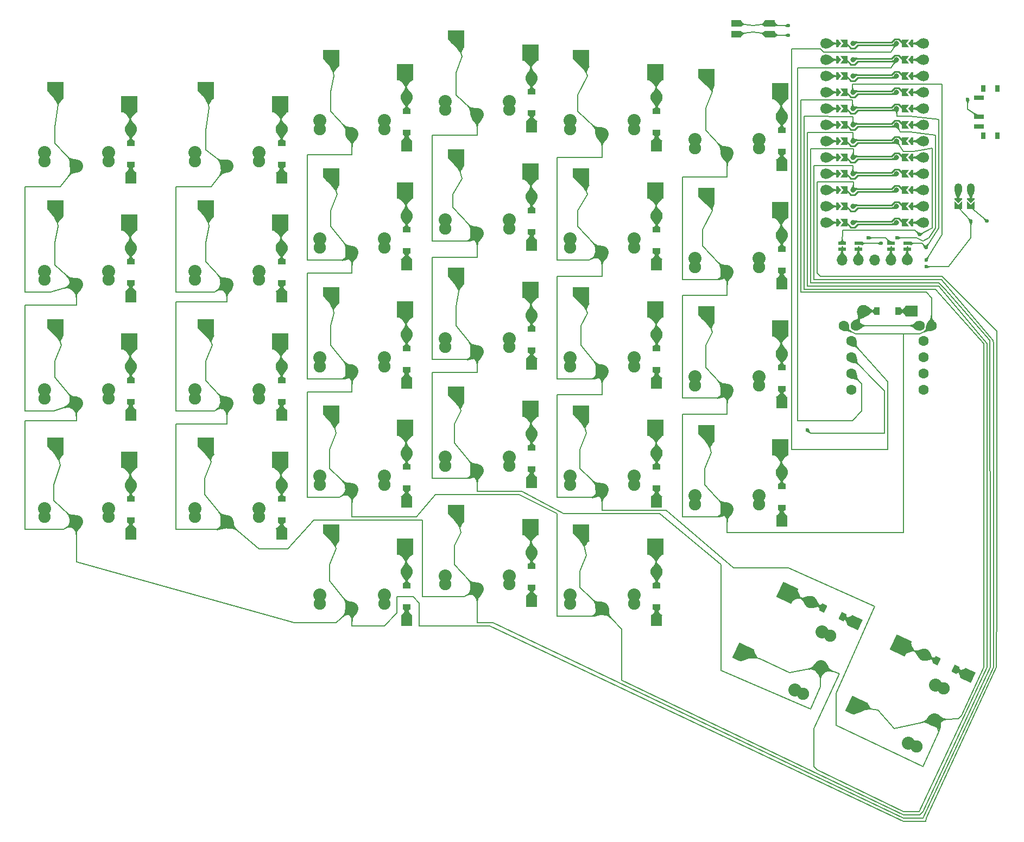
<source format=gbr>
%TF.GenerationSoftware,KiCad,Pcbnew,8.0.4*%
%TF.CreationDate,2024-07-28T16:02:37-05:00*%
%TF.ProjectId,reversible,72657665-7273-4696-926c-652e6b696361,0.5.0*%
%TF.SameCoordinates,Original*%
%TF.FileFunction,Copper,L2,Bot*%
%TF.FilePolarity,Positive*%
%FSLAX46Y46*%
G04 Gerber Fmt 4.6, Leading zero omitted, Abs format (unit mm)*
G04 Created by KiCad (PCBNEW 8.0.4) date 2024-07-28 16:02:37*
%MOMM*%
%LPD*%
G01*
G04 APERTURE LIST*
G04 Aperture macros list*
%AMRotRect*
0 Rectangle, with rotation*
0 The origin of the aperture is its center*
0 $1 length*
0 $2 width*
0 $3 Rotation angle, in degrees counterclockwise*
0 Add horizontal line*
21,1,$1,$2,0,0,$3*%
%AMOutline5P*
0 Free polygon, 5 corners , with rotation*
0 The origin of the aperture is its center*
0 number of corners: always 5*
0 $1 to $10 corner X, Y*
0 $11 Rotation angle, in degrees counterclockwise*
0 create outline with 5 corners*
4,1,5,$1,$2,$3,$4,$5,$6,$7,$8,$9,$10,$1,$2,$11*%
%AMOutline6P*
0 Free polygon, 6 corners , with rotation*
0 The origin of the aperture is its center*
0 number of corners: always 6*
0 $1 to $12 corner X, Y*
0 $13 Rotation angle, in degrees counterclockwise*
0 create outline with 6 corners*
4,1,6,$1,$2,$3,$4,$5,$6,$7,$8,$9,$10,$11,$12,$1,$2,$13*%
%AMOutline7P*
0 Free polygon, 7 corners , with rotation*
0 The origin of the aperture is its center*
0 number of corners: always 7*
0 $1 to $14 corner X, Y*
0 $15 Rotation angle, in degrees counterclockwise*
0 create outline with 7 corners*
4,1,7,$1,$2,$3,$4,$5,$6,$7,$8,$9,$10,$11,$12,$13,$14,$1,$2,$15*%
%AMOutline8P*
0 Free polygon, 8 corners , with rotation*
0 The origin of the aperture is its center*
0 number of corners: always 8*
0 $1 to $16 corner X, Y*
0 $17 Rotation angle, in degrees counterclockwise*
0 create outline with 8 corners*
4,1,8,$1,$2,$3,$4,$5,$6,$7,$8,$9,$10,$11,$12,$13,$14,$15,$16,$1,$2,$17*%
%AMFreePoly0*
4,1,6,0.600000,-1.000000,0.000000,-0.400000,-0.600000,-1.000000,-0.600000,0.250000,0.600000,0.250000,0.600000,-1.000000,0.600000,-1.000000,$1*%
%AMFreePoly1*
4,1,6,0.600000,-0.200000,0.600000,-0.400000,-0.600000,-0.400000,-0.600000,-0.200000,0.000000,0.400000,0.600000,-0.200000,0.600000,-0.200000,$1*%
%AMFreePoly2*
4,1,6,0.250000,0.000000,-0.250000,-0.625000,-0.500000,-0.625000,-0.500000,0.625000,-0.250000,0.625000,0.250000,0.000000,0.250000,0.000000,$1*%
%AMFreePoly3*
4,1,6,0.500000,-0.625000,-0.650000,-0.625000,-0.150000,0.000000,-0.650000,0.625000,0.500000,0.625000,0.500000,-0.625000,0.500000,-0.625000,$1*%
G04 Aperture macros list end*
%TA.AperFunction,SMDPad,CuDef*%
%ADD10FreePoly0,180.000000*%
%TD*%
%TA.AperFunction,ComponentPad*%
%ADD11O,1.200000X1.750000*%
%TD*%
%TA.AperFunction,SMDPad,CuDef*%
%ADD12FreePoly1,180.000000*%
%TD*%
%TA.AperFunction,SMDPad,CuDef*%
%ADD13R,1.550000X1.000000*%
%TD*%
%TA.AperFunction,ComponentPad*%
%ADD14O,1.700000X1.700000*%
%TD*%
%TA.AperFunction,ComponentPad*%
%ADD15C,1.700000*%
%TD*%
%TA.AperFunction,SMDPad,CuDef*%
%ADD16R,1.200000X0.600000*%
%TD*%
%TA.AperFunction,ComponentPad*%
%ADD17C,1.600000*%
%TD*%
%TA.AperFunction,SMDPad,CuDef*%
%ADD18FreePoly2,180.000000*%
%TD*%
%TA.AperFunction,SMDPad,CuDef*%
%ADD19FreePoly2,0.000000*%
%TD*%
%TA.AperFunction,SMDPad,CuDef*%
%ADD20FreePoly3,0.000000*%
%TD*%
%TA.AperFunction,ComponentPad*%
%ADD21C,0.800000*%
%TD*%
%TA.AperFunction,SMDPad,CuDef*%
%ADD22FreePoly3,180.000000*%
%TD*%
%TA.AperFunction,SMDPad,CuDef*%
%ADD23R,0.800000X1.000000*%
%TD*%
%TA.AperFunction,SMDPad,CuDef*%
%ADD24R,1.500000X0.700000*%
%TD*%
%TA.AperFunction,ComponentPad*%
%ADD25C,1.900000*%
%TD*%
%TA.AperFunction,ComponentPad*%
%ADD26C,2.032000*%
%TD*%
%TA.AperFunction,SMDPad,CuDef*%
%ADD27Outline5P,-1.300000X1.300000X1.300000X1.300000X1.300000X-1.300000X-0.117000X-1.300000X-1.300000X-0.117000X0.000000*%
%TD*%
%TA.AperFunction,SMDPad,CuDef*%
%ADD28R,2.600000X2.600000*%
%TD*%
%TA.AperFunction,ComponentPad*%
%ADD29R,1.778000X1.778000*%
%TD*%
%TA.AperFunction,SMDPad,CuDef*%
%ADD30R,1.200000X0.900000*%
%TD*%
%TA.AperFunction,ComponentPad*%
%ADD31C,1.905000*%
%TD*%
%TA.AperFunction,SMDPad,CuDef*%
%ADD32Outline5P,-1.300000X1.300000X1.300000X1.300000X1.300000X-1.300000X-0.117000X-1.300000X-1.300000X-0.117000X65.000000*%
%TD*%
%TA.AperFunction,SMDPad,CuDef*%
%ADD33RotRect,2.600000X2.600000X65.000000*%
%TD*%
%TA.AperFunction,ComponentPad*%
%ADD34RotRect,1.778000X1.778000X155.000000*%
%TD*%
%TA.AperFunction,SMDPad,CuDef*%
%ADD35RotRect,0.900000X1.200000X155.000000*%
%TD*%
%TA.AperFunction,SMDPad,CuDef*%
%ADD36R,0.900000X1.200000*%
%TD*%
%TA.AperFunction,ViaPad*%
%ADD37C,0.600000*%
%TD*%
%TA.AperFunction,Conductor*%
%ADD38C,0.200000*%
%TD*%
%TA.AperFunction,Conductor*%
%ADD39C,0.250000*%
%TD*%
G04 APERTURE END LIST*
D10*
%TO.P,JST1,1*%
%TO.N,BAT_P*%
X168999996Y-46718381D03*
%TO.P,JST1,2*%
%TO.N,GND*%
X166999996Y-46718380D03*
D11*
%TO.P,JST1,11*%
%TO.N,JST1_1*%
X166999996Y-43902382D03*
%TO.P,JST1,12*%
%TO.N,JST1_2*%
X168999996Y-43902380D03*
D12*
%TO.P,JST1,31*%
%TO.N,JST1_1*%
X166999993Y-45702381D03*
%TO.P,JST1,32*%
%TO.N,JST1_2*%
X168999997Y-45702379D03*
%TD*%
D13*
%TO.P,RST1,1*%
%TO.N,GND*%
X132374994Y-18052381D03*
%TO.P,RST1,2*%
%TO.N,RST*%
X132374995Y-19752380D03*
%TO.P,RST1,3*%
%TO.N,GND*%
X137624995Y-18052380D03*
%TO.P,RST1,4*%
%TO.N,RST*%
X137624996Y-19752379D03*
%TD*%
D14*
%TO.P,DISP1,1*%
%TO.N,DISP1_1*%
X148919998Y-54999999D03*
%TO.P,DISP1,2*%
%TO.N,DISP1_2*%
X151459996Y-55000000D03*
%TO.P,DISP1,3*%
%TO.N,VCC*%
X154000000Y-55000000D03*
%TO.P,DISP1,4*%
%TO.N,DISP1_4*%
X156539998Y-55000000D03*
D15*
%TO.P,DISP1,5*%
%TO.N,DISP1_5*%
X159079997Y-55000000D03*
D16*
%TO.P,DISP1,20*%
X159079998Y-53250000D03*
%TO.P,DISP1,21*%
%TO.N,DISP1_4*%
X156539997Y-53250000D03*
%TO.P,DISP1,22*%
%TO.N,DISP1_2*%
X151459997Y-53249999D03*
%TO.P,DISP1,23*%
%TO.N,DISP1_1*%
X148919998Y-53249999D03*
%TO.P,DISP1,24*%
%TO.N,P2*%
X159079997Y-52350000D03*
%TO.P,DISP1,25*%
%TO.N,GND*%
X156539996Y-52349999D03*
%TO.P,DISP1,26*%
%TO.N,P3*%
X151459998Y-52349998D03*
%TO.P,DISP1,27*%
%TO.N,P4*%
X148919997Y-52349999D03*
%TD*%
D17*
%TO.P,,A*%
%TO.N,P1*%
X150375002Y-67592380D03*
X161625001Y-67592380D03*
%TO.P,,B*%
%TO.N,GND*%
X150375001Y-70132381D03*
X161625001Y-70132381D03*
%TO.P,,C*%
%TO.N,P0*%
X150375001Y-72672381D03*
X161625001Y-72672381D03*
%TO.P,,D*%
%TO.N,unused*%
X150375001Y-75212382D03*
X161625000Y-75212382D03*
%TO.P,,S1*%
%TO.N,P21*%
X149150002Y-65202381D03*
X162850001Y-65202382D03*
%TO.P,,S2*%
%TO.N,OPTION*%
X151000001Y-65202381D03*
X161000001Y-65202381D03*
%TD*%
D18*
%TO.P,MCU1,1*%
%TO.N,MCU1_1*%
X159499993Y-21202381D03*
D15*
X161619992Y-21202379D03*
D18*
%TO.P,MCU1,2*%
%TO.N,MCU1_2*%
X159499997Y-23742383D03*
D15*
X161619995Y-23742381D03*
D18*
%TO.P,MCU1,3*%
%TO.N,MCU1_3*%
X159499994Y-26282381D03*
D15*
X161619994Y-26282383D03*
D18*
%TO.P,MCU1,4*%
%TO.N,MCU1_4*%
X159499995Y-28822382D03*
D15*
X161619996Y-28822382D03*
D18*
%TO.P,MCU1,5*%
%TO.N,MCU1_5*%
X159499996Y-31362383D03*
D15*
X161619995Y-31362383D03*
D18*
%TO.P,MCU1,6*%
%TO.N,MCU1_6*%
X159499995Y-33902382D03*
D15*
X161619997Y-33902381D03*
D18*
%TO.P,MCU1,7*%
%TO.N,MCU1_7*%
X159499996Y-36442382D03*
D15*
X161619995Y-36442382D03*
D18*
%TO.P,MCU1,8*%
%TO.N,MCU1_8*%
X159499995Y-38982383D03*
D15*
X161619996Y-38982381D03*
D18*
%TO.P,MCU1,9*%
%TO.N,MCU1_9*%
X159499996Y-41522383D03*
D15*
X161619994Y-41522381D03*
D18*
%TO.P,MCU1,10*%
%TO.N,MCU1_10*%
X159499997Y-44062381D03*
D15*
X161619996Y-44062384D03*
D18*
%TO.P,MCU1,11*%
%TO.N,MCU1_11*%
X159499993Y-46602382D03*
D15*
X161619995Y-46602382D03*
D18*
%TO.P,MCU1,12*%
%TO.N,MCU1_12*%
X159499995Y-49142382D03*
D15*
X161619995Y-49142383D03*
%TO.P,MCU1,13*%
%TO.N,MCU1_13*%
X146379994Y-49142382D03*
D19*
X148499995Y-49142380D03*
D15*
%TO.P,MCU1,14*%
%TO.N,MCU1_14*%
X146379998Y-46602385D03*
D19*
X148499997Y-46602383D03*
D15*
%TO.P,MCU1,15*%
%TO.N,MCU1_15*%
X146379995Y-44062383D03*
D19*
X148499993Y-44062381D03*
D15*
%TO.P,MCU1,16*%
%TO.N,MCU1_16*%
X146379996Y-41522381D03*
D19*
X148499996Y-41522383D03*
D15*
%TO.P,MCU1,17*%
%TO.N,MCU1_17*%
X146379994Y-38982382D03*
D19*
X148499995Y-38982382D03*
D15*
%TO.P,MCU1,18*%
%TO.N,MCU1_18*%
X146379995Y-36442381D03*
D19*
X148499994Y-36442381D03*
D15*
%TO.P,MCU1,19*%
%TO.N,MCU1_19*%
X146379993Y-33902383D03*
D19*
X148499995Y-33902382D03*
D15*
%TO.P,MCU1,20*%
%TO.N,MCU1_20*%
X146379995Y-31362382D03*
D19*
X148499994Y-31362382D03*
D15*
%TO.P,MCU1,21*%
%TO.N,MCU1_21*%
X146379994Y-28822383D03*
D19*
X148499995Y-28822381D03*
D15*
%TO.P,MCU1,22*%
%TO.N,MCU1_22*%
X146379996Y-26282383D03*
D19*
X148499994Y-26282381D03*
D15*
%TO.P,MCU1,23*%
%TO.N,MCU1_23*%
X146379994Y-23742380D03*
D19*
X148499993Y-23742383D03*
D15*
%TO.P,MCU1,24*%
%TO.N,MCU1_24*%
X146379995Y-21202382D03*
D19*
X148499997Y-21202382D03*
D20*
%TO.P,MCU1,101*%
%TO.N,P1*%
X149224992Y-21202382D03*
D21*
X157399995Y-21202384D03*
D20*
%TO.P,MCU1,102*%
%TO.N,P0*%
X149224996Y-23742382D03*
D21*
X157399993Y-23742383D03*
D20*
%TO.P,MCU1,103*%
%TO.N,GND*%
X149224994Y-26282382D03*
D21*
X157399994Y-26282382D03*
D20*
%TO.P,MCU1,104*%
X149224994Y-28822381D03*
D21*
X157399995Y-28822381D03*
D20*
%TO.P,MCU1,105*%
%TO.N,P2*%
X149224995Y-31362380D03*
D21*
X157399995Y-31362382D03*
D20*
%TO.P,MCU1,106*%
%TO.N,P3*%
X149224995Y-33902382D03*
D21*
X157399993Y-33902383D03*
D20*
%TO.P,MCU1,107*%
%TO.N,P4*%
X149224997Y-36442383D03*
D21*
X157399994Y-36442382D03*
D20*
%TO.P,MCU1,108*%
%TO.N,P5*%
X149224994Y-38982382D03*
D21*
X157399996Y-38982382D03*
D20*
%TO.P,MCU1,109*%
%TO.N,P6*%
X149224995Y-41522382D03*
D21*
X157399995Y-41522382D03*
D20*
%TO.P,MCU1,110*%
%TO.N,P7*%
X149224995Y-44062381D03*
D21*
X157399996Y-44062382D03*
D20*
%TO.P,MCU1,111*%
%TO.N,P8*%
X149224996Y-46602383D03*
D21*
X157399992Y-46602381D03*
D20*
%TO.P,MCU1,112*%
%TO.N,P9*%
X149224994Y-49142382D03*
D21*
X157399994Y-49142382D03*
%TO.P,MCU1,113*%
%TO.N,P10*%
X150599996Y-49142383D03*
D22*
X158774996Y-49142382D03*
D21*
%TO.P,MCU1,114*%
%TO.N,P16*%
X150599995Y-46602380D03*
D22*
X158774998Y-46602382D03*
D21*
%TO.P,MCU1,115*%
%TO.N,P14*%
X150599997Y-44062381D03*
D22*
X158774994Y-44062382D03*
D21*
%TO.P,MCU1,116*%
%TO.N,P15*%
X150599996Y-41522382D03*
D22*
X158774996Y-41522382D03*
D21*
%TO.P,MCU1,117*%
%TO.N,P18*%
X150599995Y-38982383D03*
D22*
X158774996Y-38982383D03*
D21*
%TO.P,MCU1,118*%
%TO.N,P19*%
X150599995Y-36442382D03*
D22*
X158774995Y-36442384D03*
D21*
%TO.P,MCU1,119*%
%TO.N,P20*%
X150599997Y-33902381D03*
D22*
X158774995Y-33902382D03*
D21*
%TO.P,MCU1,120*%
%TO.N,P21*%
X150599996Y-31362382D03*
D22*
X158774993Y-31362381D03*
D21*
%TO.P,MCU1,121*%
%TO.N,VCC*%
X150599994Y-28822382D03*
D22*
X158774996Y-28822382D03*
D21*
%TO.P,MCU1,122*%
%TO.N,RST*%
X150599995Y-26282382D03*
D22*
X158774995Y-26282382D03*
D21*
%TO.P,MCU1,123*%
%TO.N,GND*%
X150599994Y-23742382D03*
D22*
X158774995Y-23742383D03*
D21*
%TO.P,MCU1,124*%
%TO.N,RAW*%
X150599998Y-21202383D03*
D22*
X158774994Y-21202381D03*
%TD*%
D23*
%TO.P,PWR1,*%
%TO.N,*%
X170914992Y-28252380D03*
X170914992Y-35552380D03*
X173124992Y-28252381D03*
X173124992Y-35552379D03*
D24*
%TO.P,PWR1,1*%
%TO.N,N/C*%
X170264992Y-29652380D03*
%TO.P,PWR1,2*%
%TO.N,RAW*%
X170264994Y-32652380D03*
%TO.P,PWR1,3*%
%TO.N,BAT_P*%
X170264993Y-34152379D03*
%TD*%
D25*
%TO.P,S15,*%
%TO.N,middle_bottom*%
X86999997Y-87052380D03*
X96999996Y-87052380D03*
D26*
%TO.P,S15,1*%
X86999995Y-85702380D03*
D27*
%TO.N,P19*%
X88724997Y-75952380D03*
D26*
%TO.N,middle_bottom*%
X96999997Y-85702379D03*
%TO.P,S15,2*%
%TO.N,P19*%
X91999997Y-87802380D03*
D28*
%TO.N,middle_bottom*%
X100274997Y-78152380D03*
%TD*%
D29*
%TO.P,D23,1*%
%TO.N,P16*%
X119999996Y-37212383D03*
D30*
X119999995Y-35052380D03*
%TO.P,D23,2*%
%TO.N,index_num*%
X119999995Y-31752384D03*
D31*
X119999994Y-29592381D03*
%TD*%
D25*
%TO.P,S9,*%
%TO.N,ring_mod*%
X67499994Y-108552381D03*
X77499993Y-108552381D03*
D26*
%TO.P,S9,1*%
X67499992Y-107202381D03*
D27*
%TO.N,P14*%
X69224994Y-97452381D03*
D26*
%TO.N,ring_mod*%
X77499994Y-107202380D03*
%TO.P,S9,2*%
%TO.N,P14*%
X72499994Y-109302381D03*
D28*
%TO.N,ring_mod*%
X80774994Y-99652381D03*
%TD*%
D29*
%TO.P,D5,1*%
%TO.N,P8*%
X61499996Y-97712382D03*
D30*
X61499995Y-95552379D03*
%TO.P,D5,2*%
%TO.N,pinky_bottom*%
X61499995Y-92252383D03*
D31*
X61499994Y-90092380D03*
%TD*%
D25*
%TO.P,S28,*%
%TO.N,space_cluster*%
X142809007Y-122624391D03*
X147035188Y-113561314D03*
D26*
%TO.P,S28,1*%
X141585490Y-122053855D03*
D32*
%TO.N,P19*%
X133478009Y-116369950D03*
D26*
%TO.N,space_cluster*%
X145811673Y-112990778D03*
%TO.P,S28,2*%
%TO.N,P19*%
X145601828Y-118409816D03*
D33*
%TO.N,space_cluster*%
X140353123Y-106831852D03*
%TD*%
D34*
%TO.P,D29,1*%
%TO.N,P7*%
X168598130Y-119754457D03*
D35*
X166640507Y-118841599D03*
%TO.P,D29,2*%
%TO.N,extra_cluster*%
X163649689Y-117446963D03*
D31*
X161692066Y-116534105D03*
%TD*%
D25*
%TO.P,S16,*%
%TO.N,middle_home*%
X86999994Y-68552380D03*
X96999993Y-68552380D03*
D26*
%TO.P,S16,1*%
X86999992Y-67202380D03*
D27*
%TO.N,P19*%
X88724994Y-57452380D03*
D26*
%TO.N,middle_home*%
X96999994Y-67202379D03*
%TO.P,S16,2*%
%TO.N,P19*%
X91999994Y-69302380D03*
D28*
%TO.N,middle_home*%
X100274994Y-59652380D03*
%TD*%
D25*
%TO.P,S22,*%
%TO.N,index_top*%
X106499997Y-53052378D03*
X116499996Y-53052378D03*
D26*
%TO.P,S22,1*%
X106499995Y-51702378D03*
D27*
%TO.N,P20*%
X108224997Y-41952378D03*
D26*
%TO.N,index_top*%
X116499997Y-51702377D03*
%TO.P,S22,2*%
%TO.N,P20*%
X111499997Y-53802378D03*
D28*
%TO.N,index_top*%
X119774997Y-44152378D03*
%TD*%
D29*
%TO.P,D13,1*%
%TO.N,P16*%
X80999997Y-37212379D03*
D30*
X80999996Y-35052376D03*
%TO.P,D13,2*%
%TO.N,ring_num*%
X80999996Y-31752380D03*
D31*
X80999995Y-29592377D03*
%TD*%
D25*
%TO.P,S21,*%
%TO.N,index_home*%
X106499997Y-71552380D03*
X116499996Y-71552380D03*
D26*
%TO.P,S21,1*%
X106499995Y-70202380D03*
D27*
%TO.N,P20*%
X108224997Y-60452380D03*
D26*
%TO.N,index_home*%
X116499997Y-70202379D03*
%TO.P,S21,2*%
%TO.N,P20*%
X111499997Y-72302380D03*
D28*
%TO.N,index_home*%
X119774997Y-62652380D03*
%TD*%
D29*
%TO.P,D17,1*%
%TO.N,P10*%
X100499997Y-52712380D03*
D30*
X100499996Y-50552377D03*
%TO.P,D17,2*%
%TO.N,middle_top*%
X100499996Y-47252381D03*
D31*
X100499995Y-45092378D03*
%TD*%
D25*
%TO.P,S10,*%
%TO.N,ring_bottom*%
X67499997Y-90052378D03*
X77499996Y-90052378D03*
D26*
%TO.P,S10,1*%
X67499995Y-88702378D03*
D27*
%TO.N,P18*%
X69224997Y-78952378D03*
D26*
%TO.N,ring_bottom*%
X77499997Y-88702377D03*
%TO.P,S10,2*%
%TO.N,P18*%
X72499997Y-90802378D03*
D28*
%TO.N,ring_bottom*%
X80774997Y-81152378D03*
%TD*%
D25*
%TO.P,S29,*%
%TO.N,extra_cluster*%
X160482008Y-130865449D03*
X164708189Y-121802372D03*
D26*
%TO.P,S29,1*%
X159258491Y-130294913D03*
D32*
%TO.N,P20*%
X151151010Y-124611008D03*
D26*
%TO.N,extra_cluster*%
X163484674Y-121231836D03*
%TO.P,S29,2*%
%TO.N,P20*%
X163274829Y-126650874D03*
D33*
%TO.N,extra_cluster*%
X158026124Y-115072910D03*
%TD*%
D29*
%TO.P,D6,1*%
%TO.N,P9*%
X61500000Y-79212376D03*
D30*
X61499999Y-77052373D03*
%TO.P,D6,2*%
%TO.N,pinky_home*%
X61499999Y-73752377D03*
D31*
X61499998Y-71592374D03*
%TD*%
D29*
%TO.P,D1,1*%
%TO.N,P8*%
X37999997Y-97712382D03*
D30*
X37999996Y-95552379D03*
%TO.P,D1,2*%
%TO.N,outer_bottom*%
X37999996Y-92252383D03*
D31*
X37999995Y-90092380D03*
%TD*%
D29*
%TO.P,D30,1*%
%TO.N,P7*%
X159809999Y-62902379D03*
D36*
X157649996Y-62902380D03*
%TO.P,D30,2*%
%TO.N,OPTION*%
X154350000Y-62902380D03*
D31*
X152189997Y-62902381D03*
%TD*%
D25*
%TO.P,S24,*%
%TO.N,inner_bottom*%
X125999995Y-93052378D03*
X135999994Y-93052378D03*
D26*
%TO.P,S24,1*%
X125999993Y-91702378D03*
D27*
%TO.N,P21*%
X127724995Y-81952378D03*
D26*
%TO.N,inner_bottom*%
X135999995Y-91702377D03*
%TO.P,S24,2*%
%TO.N,P21*%
X130999995Y-93802378D03*
D28*
%TO.N,inner_bottom*%
X139274995Y-84152378D03*
%TD*%
D25*
%TO.P,S8,*%
%TO.N,pinky_num*%
X47999996Y-39552375D03*
X57999995Y-39552375D03*
D26*
%TO.P,S8,1*%
X47999994Y-38202375D03*
D27*
%TO.N,P15*%
X49724996Y-28452375D03*
D26*
%TO.N,pinky_num*%
X57999996Y-38202374D03*
%TO.P,S8,2*%
%TO.N,P15*%
X52999996Y-40302375D03*
D28*
%TO.N,pinky_num*%
X61274996Y-30652375D03*
%TD*%
D29*
%TO.P,D12,1*%
%TO.N,P10*%
X80999995Y-55712378D03*
D30*
X80999994Y-53552375D03*
%TO.P,D12,2*%
%TO.N,ring_top*%
X80999994Y-50252379D03*
D31*
X80999993Y-48092376D03*
%TD*%
D25*
%TO.P,S11,*%
%TO.N,ring_home*%
X67500000Y-71552379D03*
X77499999Y-71552379D03*
D26*
%TO.P,S11,1*%
X67499998Y-70202379D03*
D27*
%TO.N,P18*%
X69225000Y-60452379D03*
D26*
%TO.N,ring_home*%
X77500000Y-70202378D03*
%TO.P,S11,2*%
%TO.N,P18*%
X72500000Y-72302379D03*
D28*
%TO.N,ring_home*%
X80775000Y-62652379D03*
%TD*%
D29*
%TO.P,D18,1*%
%TO.N,P16*%
X100499997Y-34212380D03*
D30*
X100499996Y-32052377D03*
%TO.P,D18,2*%
%TO.N,middle_num*%
X100499996Y-28752381D03*
D31*
X100499995Y-26592378D03*
%TD*%
D25*
%TO.P,S27,*%
%TO.N,inner_num*%
X125999997Y-37552375D03*
X135999996Y-37552375D03*
D26*
%TO.P,S27,1*%
X125999995Y-36202375D03*
D27*
%TO.N,P21*%
X127724997Y-26452375D03*
D26*
%TO.N,inner_num*%
X135999997Y-36202374D03*
%TO.P,S27,2*%
%TO.N,P21*%
X130999997Y-38302375D03*
D28*
%TO.N,inner_num*%
X139274997Y-28652375D03*
%TD*%
D29*
%TO.P,D25,1*%
%TO.N,P9*%
X139500000Y-77212378D03*
D30*
X139499999Y-75052375D03*
%TO.P,D25,2*%
%TO.N,inner_home*%
X139499999Y-71752379D03*
D31*
X139499998Y-69592376D03*
%TD*%
D29*
%TO.P,D19,1*%
%TO.N,P7*%
X119999996Y-111212382D03*
D30*
X119999995Y-109052379D03*
%TO.P,D19,2*%
%TO.N,index_mod*%
X119999995Y-105752383D03*
D31*
X119999994Y-103592380D03*
%TD*%
D25*
%TO.P,S4,*%
%TO.N,outer_num*%
X24499998Y-39552381D03*
X34499997Y-39552381D03*
D26*
%TO.P,S4,1*%
X24499996Y-38202381D03*
D27*
%TO.N,P14*%
X26224998Y-28452381D03*
D26*
%TO.N,outer_num*%
X34499998Y-38202380D03*
%TO.P,S4,2*%
%TO.N,P14*%
X29499998Y-40302381D03*
D28*
%TO.N,outer_num*%
X37774998Y-30652381D03*
%TD*%
D29*
%TO.P,D11,1*%
%TO.N,P9*%
X80999996Y-74212383D03*
D30*
X80999995Y-72052380D03*
%TO.P,D11,2*%
%TO.N,ring_home*%
X80999995Y-68752384D03*
D31*
X80999994Y-66592381D03*
%TD*%
D25*
%TO.P,S7,*%
%TO.N,pinky_top*%
X47999994Y-58052380D03*
X57999993Y-58052380D03*
D26*
%TO.P,S7,1*%
X47999992Y-56702380D03*
D27*
%TO.N,P15*%
X49724994Y-46952380D03*
D26*
%TO.N,pinky_top*%
X57999994Y-56702379D03*
%TO.P,S7,2*%
%TO.N,P15*%
X52999994Y-58802380D03*
D28*
%TO.N,pinky_top*%
X61274994Y-49152380D03*
%TD*%
D29*
%TO.P,D24,1*%
%TO.N,P8*%
X139500001Y-95712381D03*
D30*
X139500000Y-93552378D03*
%TO.P,D24,2*%
%TO.N,inner_bottom*%
X139500000Y-90252382D03*
D31*
X139499999Y-88092379D03*
%TD*%
D25*
%TO.P,S14,*%
%TO.N,middle_mod*%
X86999998Y-105552379D03*
X96999997Y-105552379D03*
D26*
%TO.P,S14,1*%
X86999996Y-104202379D03*
D27*
%TO.N,P15*%
X88724998Y-94452379D03*
D26*
%TO.N,middle_mod*%
X96999998Y-104202378D03*
%TO.P,S14,2*%
%TO.N,P15*%
X91999998Y-106302379D03*
D28*
%TO.N,middle_mod*%
X100274998Y-96652379D03*
%TD*%
D29*
%TO.P,D20,1*%
%TO.N,P8*%
X119999997Y-92712379D03*
D30*
X119999996Y-90552376D03*
%TO.P,D20,2*%
%TO.N,index_bottom*%
X119999996Y-87252380D03*
D31*
X119999995Y-85092377D03*
%TD*%
D29*
%TO.P,D27,1*%
%TO.N,P16*%
X139500002Y-40212381D03*
D30*
X139500001Y-38052378D03*
%TO.P,D27,2*%
%TO.N,inner_num*%
X139500001Y-34752382D03*
D31*
X139500000Y-32592379D03*
%TD*%
D29*
%TO.P,D9,1*%
%TO.N,P7*%
X80999997Y-111212380D03*
D30*
X80999996Y-109052377D03*
%TO.P,D9,2*%
%TO.N,ring_mod*%
X80999996Y-105752381D03*
D31*
X80999995Y-103592378D03*
%TD*%
D29*
%TO.P,D10,1*%
%TO.N,P8*%
X80999996Y-92712380D03*
D30*
X80999995Y-90552377D03*
%TO.P,D10,2*%
%TO.N,ring_bottom*%
X80999995Y-87252381D03*
D31*
X80999994Y-85092378D03*
%TD*%
D25*
%TO.P,S1,*%
%TO.N,outer_bottom*%
X24499993Y-95052377D03*
X34499992Y-95052377D03*
D26*
%TO.P,S1,1*%
X24499991Y-93702377D03*
D27*
%TO.N,P14*%
X26224993Y-83952377D03*
D26*
%TO.N,outer_bottom*%
X34499993Y-93702376D03*
%TO.P,S1,2*%
%TO.N,P14*%
X29499993Y-95802377D03*
D28*
%TO.N,outer_bottom*%
X37774993Y-86152377D03*
%TD*%
D25*
%TO.P,S12,*%
%TO.N,ring_top*%
X67500000Y-53052380D03*
X77499999Y-53052380D03*
D26*
%TO.P,S12,1*%
X67499998Y-51702380D03*
D27*
%TO.N,P18*%
X69225000Y-41952380D03*
D26*
%TO.N,ring_top*%
X77500000Y-51702379D03*
%TO.P,S12,2*%
%TO.N,P18*%
X72500000Y-53802380D03*
D28*
%TO.N,ring_top*%
X80775000Y-44152380D03*
%TD*%
D29*
%TO.P,D3,1*%
%TO.N,P10*%
X37999999Y-60712377D03*
D30*
X37999998Y-58552374D03*
%TO.P,D3,2*%
%TO.N,outer_top*%
X37999998Y-55252378D03*
D31*
X37999997Y-53092375D03*
%TD*%
D25*
%TO.P,S5,*%
%TO.N,pinky_bottom*%
X47999997Y-95052379D03*
X57999996Y-95052379D03*
D26*
%TO.P,S5,1*%
X47999995Y-93702379D03*
D27*
%TO.N,P15*%
X49724997Y-83952379D03*
D26*
%TO.N,pinky_bottom*%
X57999997Y-93702378D03*
%TO.P,S5,2*%
%TO.N,P15*%
X52999997Y-95802379D03*
D28*
%TO.N,pinky_bottom*%
X61274997Y-86152379D03*
%TD*%
D25*
%TO.P,S2,*%
%TO.N,outer_home*%
X24499997Y-76552378D03*
X34499996Y-76552378D03*
D26*
%TO.P,S2,1*%
X24499995Y-75202378D03*
D27*
%TO.N,P14*%
X26224997Y-65452378D03*
D26*
%TO.N,outer_home*%
X34499997Y-75202377D03*
%TO.P,S2,2*%
%TO.N,P14*%
X29499997Y-77302378D03*
D28*
%TO.N,outer_home*%
X37774997Y-67652378D03*
%TD*%
D34*
%TO.P,D28,1*%
%TO.N,P7*%
X150925133Y-111513397D03*
D35*
X148967510Y-110600539D03*
%TO.P,D28,2*%
%TO.N,space_cluster*%
X145976692Y-109205903D03*
D31*
X144019069Y-108293045D03*
%TD*%
D29*
%TO.P,D16,1*%
%TO.N,P9*%
X100499994Y-71212380D03*
D30*
X100499993Y-69052377D03*
%TO.P,D16,2*%
%TO.N,middle_home*%
X100499993Y-65752381D03*
D31*
X100499992Y-63592378D03*
%TD*%
D25*
%TO.P,S26,*%
%TO.N,inner_top*%
X125999995Y-56052383D03*
X135999994Y-56052383D03*
D26*
%TO.P,S26,1*%
X125999993Y-54702383D03*
D27*
%TO.N,P21*%
X127724995Y-44952383D03*
D26*
%TO.N,inner_top*%
X135999995Y-54702382D03*
%TO.P,S26,2*%
%TO.N,P21*%
X130999995Y-56802383D03*
D28*
%TO.N,inner_top*%
X139274995Y-47152383D03*
%TD*%
D29*
%TO.P,D2,1*%
%TO.N,P9*%
X37999994Y-79212381D03*
D30*
X37999993Y-77052378D03*
%TO.P,D2,2*%
%TO.N,outer_home*%
X37999993Y-73752382D03*
D31*
X37999992Y-71592379D03*
%TD*%
D25*
%TO.P,S25,*%
%TO.N,inner_home*%
X125999994Y-74552379D03*
X135999993Y-74552379D03*
D26*
%TO.P,S25,1*%
X125999992Y-73202379D03*
D27*
%TO.N,P21*%
X127724994Y-63452379D03*
D26*
%TO.N,inner_home*%
X135999994Y-73202378D03*
%TO.P,S25,2*%
%TO.N,P21*%
X130999994Y-75302379D03*
D28*
%TO.N,inner_home*%
X139274994Y-65652379D03*
%TD*%
D29*
%TO.P,D7,1*%
%TO.N,P10*%
X61499994Y-60712384D03*
D30*
X61499993Y-58552381D03*
%TO.P,D7,2*%
%TO.N,pinky_top*%
X61499993Y-55252385D03*
D31*
X61499992Y-53092382D03*
%TD*%
D29*
%TO.P,D22,1*%
%TO.N,P10*%
X119999991Y-55712377D03*
D30*
X119999990Y-53552374D03*
%TO.P,D22,2*%
%TO.N,index_top*%
X119999990Y-50252378D03*
D31*
X119999989Y-48092375D03*
%TD*%
D29*
%TO.P,D21,1*%
%TO.N,P9*%
X119999996Y-74212381D03*
D30*
X119999995Y-72052378D03*
%TO.P,D21,2*%
%TO.N,index_home*%
X119999995Y-68752382D03*
D31*
X119999994Y-66592379D03*
%TD*%
D29*
%TO.P,D4,1*%
%TO.N,P16*%
X37999993Y-42212382D03*
D30*
X37999992Y-40052379D03*
%TO.P,D4,2*%
%TO.N,outer_num*%
X37999992Y-36752383D03*
D31*
X37999991Y-34592380D03*
%TD*%
D29*
%TO.P,D14,1*%
%TO.N,P7*%
X100499994Y-108212379D03*
D30*
X100499993Y-106052376D03*
%TO.P,D14,2*%
%TO.N,middle_mod*%
X100499993Y-102752380D03*
D31*
X100499992Y-100592377D03*
%TD*%
D25*
%TO.P,S17,*%
%TO.N,middle_top*%
X86999999Y-50052376D03*
X96999998Y-50052376D03*
D26*
%TO.P,S17,1*%
X86999997Y-48702376D03*
D27*
%TO.N,P19*%
X88724999Y-38952376D03*
D26*
%TO.N,middle_top*%
X96999999Y-48702375D03*
%TO.P,S17,2*%
%TO.N,P19*%
X91999999Y-50802376D03*
D28*
%TO.N,middle_top*%
X100274999Y-41152376D03*
%TD*%
D25*
%TO.P,S13,*%
%TO.N,ring_num*%
X67499993Y-34552383D03*
X77499992Y-34552383D03*
D26*
%TO.P,S13,1*%
X67499991Y-33202383D03*
D27*
%TO.N,P18*%
X69224993Y-23452383D03*
D26*
%TO.N,ring_num*%
X77499993Y-33202382D03*
%TO.P,S13,2*%
%TO.N,P18*%
X72499993Y-35302383D03*
D28*
%TO.N,ring_num*%
X80774993Y-25652383D03*
%TD*%
D25*
%TO.P,S19,*%
%TO.N,index_mod*%
X106499997Y-108552381D03*
X116499996Y-108552381D03*
D26*
%TO.P,S19,1*%
X106499995Y-107202381D03*
D27*
%TO.N,P18*%
X108224997Y-97452381D03*
D26*
%TO.N,index_mod*%
X116499997Y-107202380D03*
%TO.P,S19,2*%
%TO.N,P18*%
X111499997Y-109302381D03*
D28*
%TO.N,index_mod*%
X119774997Y-99652381D03*
%TD*%
D25*
%TO.P,S20,*%
%TO.N,index_bottom*%
X106499995Y-90052376D03*
X116499994Y-90052376D03*
D26*
%TO.P,S20,1*%
X106499993Y-88702376D03*
D27*
%TO.N,P20*%
X108224995Y-78952376D03*
D26*
%TO.N,index_bottom*%
X116499995Y-88702375D03*
%TO.P,S20,2*%
%TO.N,P20*%
X111499995Y-90802376D03*
D28*
%TO.N,index_bottom*%
X119774995Y-81152376D03*
%TD*%
D25*
%TO.P,S3,*%
%TO.N,outer_top*%
X24499995Y-58052380D03*
X34499994Y-58052380D03*
D26*
%TO.P,S3,1*%
X24499993Y-56702380D03*
D27*
%TO.N,P14*%
X26224995Y-46952380D03*
D26*
%TO.N,outer_top*%
X34499995Y-56702379D03*
%TO.P,S3,2*%
%TO.N,P14*%
X29499995Y-58802380D03*
D28*
%TO.N,outer_top*%
X37774995Y-49152380D03*
%TD*%
D29*
%TO.P,D15,1*%
%TO.N,P8*%
X100499995Y-89712379D03*
D30*
X100499994Y-87552376D03*
%TO.P,D15,2*%
%TO.N,middle_bottom*%
X100499994Y-84252380D03*
D31*
X100499993Y-82092377D03*
%TD*%
D29*
%TO.P,D26,1*%
%TO.N,P10*%
X139499999Y-58712381D03*
D30*
X139499998Y-56552378D03*
%TO.P,D26,2*%
%TO.N,inner_top*%
X139499998Y-53252382D03*
D31*
X139499997Y-51092379D03*
%TD*%
D25*
%TO.P,S18,*%
%TO.N,middle_num*%
X87000000Y-31552384D03*
X96999999Y-31552384D03*
D26*
%TO.P,S18,1*%
X86999998Y-30202384D03*
D27*
%TO.N,P19*%
X88725000Y-20452384D03*
D26*
%TO.N,middle_num*%
X97000000Y-30202383D03*
%TO.P,S18,2*%
%TO.N,P19*%
X92000000Y-32302384D03*
D28*
%TO.N,middle_num*%
X100275000Y-22652384D03*
%TD*%
D29*
%TO.P,D8,1*%
%TO.N,P16*%
X61499996Y-42212382D03*
D30*
X61499995Y-40052379D03*
%TO.P,D8,2*%
%TO.N,pinky_num*%
X61499995Y-36752383D03*
D31*
X61499994Y-34592380D03*
%TD*%
D25*
%TO.P,S23,*%
%TO.N,index_num*%
X106499994Y-34552377D03*
X116499993Y-34552377D03*
D26*
%TO.P,S23,1*%
X106499992Y-33202377D03*
D27*
%TO.N,P20*%
X108224994Y-23452377D03*
D26*
%TO.N,index_num*%
X116499994Y-33202376D03*
%TO.P,S23,2*%
%TO.N,P20*%
X111499994Y-35302377D03*
D28*
%TO.N,index_num*%
X119774994Y-25652377D03*
%TD*%
D25*
%TO.P,S6,*%
%TO.N,pinky_home*%
X47999992Y-76552378D03*
X57999991Y-76552378D03*
D26*
%TO.P,S6,1*%
X47999990Y-75202378D03*
D27*
%TO.N,P15*%
X49724992Y-65452378D03*
D26*
%TO.N,pinky_home*%
X57999992Y-75202377D03*
%TO.P,S6,2*%
%TO.N,P15*%
X52999992Y-77302378D03*
D28*
%TO.N,pinky_home*%
X61274992Y-67652378D03*
%TD*%
D37*
%TO.N,GND*%
X153000000Y-51500000D03*
X140499995Y-18402382D03*
X162000000Y-56000000D03*
X168999993Y-48902381D03*
X143500000Y-81500000D03*
%TO.N,RAW*%
X168499996Y-29902381D03*
%TO.N,RST*%
X140499993Y-19902380D03*
%TO.N,VCC*%
X162000000Y-55000000D03*
%TO.N,P2*%
X162000000Y-53000000D03*
%TO.N,P3*%
X157500000Y-51500000D03*
X155000000Y-52349999D03*
%TO.N,P4*%
X161000000Y-51000000D03*
%TO.N,BAT_P*%
X171499993Y-48902380D03*
%TD*%
D38*
%TO.N,P14*%
X21500000Y-60000000D02*
X25500000Y-60000000D01*
X161961258Y-142481935D02*
X162041765Y-142000000D01*
X29499995Y-58802380D02*
X29500000Y-62000000D01*
X70000000Y-100000000D02*
X69000000Y-102500000D01*
X158500000Y-142500000D02*
X161961258Y-142481935D01*
X83000000Y-112000000D02*
X94000000Y-112000000D01*
X26224995Y-46952380D02*
X26676698Y-49750000D01*
X27176698Y-68250000D02*
X26176698Y-70750000D01*
X26176698Y-34250000D02*
X26176698Y-36750000D01*
X26000000Y-78500000D02*
X29499997Y-77302378D01*
X26176698Y-36750000D02*
X29499998Y-40302381D01*
X26176698Y-70750000D02*
X26176698Y-73250000D01*
X27000000Y-43500000D02*
X21500000Y-43500000D01*
X27500000Y-97000000D02*
X29499993Y-95802377D01*
X29499997Y-77302378D02*
X29500000Y-80000000D01*
X79500000Y-110000000D02*
X79500000Y-107500000D01*
X21500000Y-97000000D02*
X27500000Y-97000000D01*
X27000000Y-87000000D02*
X26000000Y-90000000D01*
X69000000Y-105000000D02*
X72499994Y-109302381D01*
X94000000Y-112000000D02*
X158500000Y-142500000D01*
X150667085Y-42741521D02*
X150599997Y-44062381D01*
D39*
X157700305Y-43337381D02*
X157099689Y-43337378D01*
D38*
X26000000Y-92500000D02*
X29499993Y-95802377D01*
D39*
X156594692Y-43842379D02*
X150819995Y-43842379D01*
D38*
X21500000Y-43500000D02*
X21500000Y-60000000D01*
X83000000Y-108500000D02*
X83000000Y-112000000D01*
X162034305Y-142015998D02*
X162041765Y-142000000D01*
X26224998Y-28452381D02*
X26676698Y-30750000D01*
X26224993Y-83952377D02*
X27000000Y-87000000D01*
X63500000Y-111500000D02*
X29500000Y-102000000D01*
X21500000Y-80000000D02*
X21500000Y-97000000D01*
X26676698Y-49750000D02*
X26176698Y-52250000D01*
X26224997Y-65452378D02*
X27176698Y-68250000D01*
X26176698Y-55750000D02*
X29499995Y-58802380D01*
X72499994Y-109302381D02*
X72500000Y-112000000D01*
D39*
X158774994Y-44062380D02*
X158425302Y-44062378D01*
D38*
X72500000Y-112000000D02*
X77500000Y-112000000D01*
D39*
X158425302Y-44062378D02*
X157700305Y-43337381D01*
D38*
X164500000Y-57500000D02*
X145500000Y-57500000D01*
X82000000Y-107500000D02*
X83000000Y-108500000D01*
X25500000Y-60000000D02*
X29499995Y-58802380D01*
X173000000Y-118500000D02*
X173073047Y-107534063D01*
X173072789Y-66072789D02*
X164500000Y-57500000D01*
X26176698Y-73250000D02*
X29499997Y-77302378D01*
X29500000Y-62000000D02*
X21500000Y-62000000D01*
X72499994Y-109302381D02*
X70000000Y-111500000D01*
X79500000Y-107500000D02*
X82000000Y-107500000D01*
X21500000Y-78500000D02*
X26000000Y-78500000D01*
X29499998Y-40302381D02*
X27000000Y-43500000D01*
X70000000Y-111500000D02*
X63500000Y-111500000D01*
X29500000Y-102000000D02*
X29499993Y-95802377D01*
X26000000Y-90000000D02*
X26000000Y-92500000D01*
X29500000Y-80000000D02*
X21500000Y-80000000D01*
X173072789Y-107927211D02*
X173072789Y-66072789D01*
X145500000Y-57500000D02*
X145000000Y-57000000D01*
X145000000Y-57000000D02*
X145015923Y-42741521D01*
D39*
X157099689Y-43337378D02*
X156594692Y-43842379D01*
D38*
X145015923Y-42741521D02*
X150667085Y-42741521D01*
X69224994Y-97452381D02*
X70000000Y-100000000D01*
X26176698Y-52250000D02*
X26176698Y-55750000D01*
X77500000Y-112000000D02*
X79500000Y-110000000D01*
X21500000Y-62000000D02*
X21500000Y-78500000D01*
X162041765Y-142000000D02*
X173000000Y-118500000D01*
X69000000Y-102500000D02*
X69000000Y-105000000D01*
X26676698Y-30750000D02*
X26176698Y-34250000D01*
%TO.N,outer_bottom*%
X37999996Y-90092377D02*
X37999997Y-92252379D01*
X37774993Y-86152377D02*
X37999995Y-90092380D01*
%TO.N,GND*%
X144000000Y-82000000D02*
X155500000Y-82000000D01*
X155500000Y-82000000D02*
X155499996Y-81999996D01*
X155499996Y-81999996D02*
X155499996Y-76902379D01*
X132374994Y-18052379D02*
X134999995Y-18402378D01*
X155499996Y-76902379D02*
X155499994Y-75402381D01*
X155499994Y-75402381D02*
X154999995Y-74902380D01*
D39*
X150299689Y-27007381D02*
X150900301Y-27007379D01*
X151395299Y-26512379D02*
X157169996Y-26512381D01*
D38*
X154999995Y-74902380D02*
X150374995Y-70132378D01*
X166999995Y-46718380D02*
X168999993Y-48902381D01*
D39*
X149574690Y-28822379D02*
X150299692Y-29547379D01*
D38*
X162000000Y-56000000D02*
X165500000Y-56000000D01*
D39*
X150299692Y-29547379D02*
X150900299Y-29547378D01*
D38*
X134999995Y-18402378D02*
X137624995Y-18052382D01*
X155689997Y-51500000D02*
X156539996Y-52349999D01*
X169000000Y-51500000D02*
X168999993Y-48902381D01*
D39*
X157700300Y-23017381D02*
X157099689Y-23017378D01*
X156594690Y-23522380D02*
X150819996Y-23522379D01*
X149224993Y-28822378D02*
X149574690Y-28822379D01*
X157099689Y-23017378D02*
X156594690Y-23522380D01*
D38*
X137624995Y-18052382D02*
X137974992Y-18402380D01*
D39*
X158425300Y-23742381D02*
X157700300Y-23017381D01*
X149574692Y-26282376D02*
X150299689Y-27007381D01*
X150900299Y-29547378D02*
X151395298Y-29052378D01*
D38*
X165500000Y-56000000D02*
X169000000Y-51500000D01*
D39*
X151395298Y-29052378D02*
X157169997Y-29052378D01*
D38*
X153000000Y-51500000D02*
X155689997Y-51500000D01*
X143500000Y-81500000D02*
X144000000Y-82000000D01*
D39*
X158774993Y-23742380D02*
X158425300Y-23742381D01*
D38*
X137974992Y-18402380D02*
X140499995Y-18402382D01*
D39*
X150900301Y-27007379D02*
X151395299Y-26512379D01*
X149225000Y-26282382D02*
X149574692Y-26282376D01*
D38*
%TO.N,outer_home*%
X37774997Y-67652378D02*
X37999992Y-71592379D01*
X37999997Y-71592380D02*
X37999996Y-73752378D01*
%TO.N,outer_top*%
X37999993Y-53092378D02*
X37999996Y-55252380D01*
X37774995Y-49152380D02*
X37999997Y-53092375D01*
%TO.N,outer_num*%
X37999996Y-34592378D02*
X37999997Y-36752377D01*
X37774998Y-30652381D02*
X37999991Y-34592380D01*
%TO.N,P15*%
X53000000Y-61500000D02*
X45000000Y-61500000D01*
X50176698Y-49750000D02*
X49676698Y-52250000D01*
X150582525Y-40217461D02*
X150599996Y-41522382D01*
X45000000Y-61500000D02*
X45000000Y-78500000D01*
X89500000Y-97500000D02*
X88500000Y-99500000D01*
X45000000Y-80500000D02*
X45000000Y-97000000D01*
X144549820Y-40231858D02*
X150582525Y-40217461D01*
X66500000Y-95500000D02*
X83500000Y-95500000D01*
X91999998Y-106302379D02*
X92000000Y-111500000D01*
X53000000Y-80500000D02*
X45000000Y-80500000D01*
D39*
X158425300Y-41522377D02*
X157700304Y-40797380D01*
D38*
X49676698Y-55250000D02*
X52999994Y-58802380D01*
D39*
X157099693Y-40797379D02*
X156594693Y-41302378D01*
D38*
X52999996Y-40302375D02*
X50500000Y-43500000D01*
X50676698Y-68250000D02*
X49676698Y-70750000D01*
X172500000Y-118500000D02*
X172500000Y-68000000D01*
X172500000Y-68000000D02*
X172485500Y-67512325D01*
X49724992Y-65452378D02*
X50676698Y-68250000D01*
X49676698Y-37750000D02*
X52999996Y-40302375D01*
X49500000Y-89000000D02*
X49500000Y-91500000D01*
X83500000Y-95500000D02*
X83500000Y-107500000D01*
D39*
X157700304Y-40797380D02*
X157099693Y-40797379D01*
D38*
X62500000Y-100000000D02*
X66500000Y-95500000D01*
D39*
X156594693Y-41302378D02*
X150819993Y-41302381D01*
D38*
X50176698Y-31250000D02*
X49676698Y-34750000D01*
X144500000Y-58000000D02*
X144549820Y-40231858D01*
X161500000Y-142000000D02*
X172500000Y-118500000D01*
X50500000Y-86500000D02*
X49500000Y-89000000D01*
X49676698Y-73750000D02*
X52999992Y-77302378D01*
X49724997Y-83952379D02*
X50500000Y-86500000D01*
X49676698Y-52250000D02*
X49676698Y-55250000D01*
X45000000Y-97000000D02*
X51500000Y-97000000D01*
X52999997Y-95802379D02*
X58000000Y-100000000D01*
X45000000Y-43500000D02*
X45000000Y-60000000D01*
X49676698Y-34750000D02*
X49676698Y-37750000D01*
X49724994Y-46952380D02*
X50176698Y-49750000D01*
X92000000Y-111500000D02*
X94500000Y-111500000D01*
X88724998Y-94452379D02*
X89500000Y-97500000D01*
X45000000Y-78500000D02*
X51000000Y-78500000D01*
X94500000Y-111500000D02*
X158500000Y-142000000D01*
X172485500Y-67512325D02*
X164441959Y-58049335D01*
X45000000Y-60000000D02*
X51000000Y-60000000D01*
X49500000Y-91500000D02*
X52999997Y-95802379D01*
X50500000Y-43500000D02*
X45000000Y-43500000D01*
X83500000Y-107500000D02*
X90000000Y-107500000D01*
X164000000Y-58000000D02*
X144500000Y-58000000D01*
D39*
X158774996Y-41522379D02*
X158425300Y-41522377D01*
D38*
X52999994Y-58802380D02*
X53000000Y-61500000D01*
X51000000Y-60000000D02*
X52999994Y-58802380D01*
X88500000Y-99500000D02*
X88500000Y-102500000D01*
X88500000Y-102500000D02*
X91999998Y-106302379D01*
X158500000Y-142000000D02*
X161500000Y-142000000D01*
X51000000Y-78500000D02*
X52999992Y-77302378D01*
X52999992Y-77302378D02*
X53000000Y-80500000D01*
X51500000Y-97000000D02*
X52999997Y-95802379D01*
X49676698Y-70750000D02*
X49676698Y-73750000D01*
X58000000Y-100000000D02*
X62500000Y-100000000D01*
X164441959Y-58049335D02*
X164000000Y-58000000D01*
X90000000Y-107500000D02*
X91999998Y-106302379D01*
X49724996Y-28452375D02*
X50176698Y-31250000D01*
%TO.N,pinky_bottom*%
X61499997Y-92252382D02*
X61499999Y-90092376D01*
X61274997Y-86152379D02*
X61499994Y-90092380D01*
%TO.N,pinky_home*%
X61274992Y-67652378D02*
X61499998Y-71592374D01*
X61499998Y-73752381D02*
X61499996Y-71592377D01*
%TO.N,pinky_top*%
X61274994Y-49152380D02*
X61499992Y-53092382D01*
X61499995Y-55252376D02*
X61499998Y-53092379D01*
%TO.N,pinky_num*%
X61499997Y-36752378D02*
X61499997Y-34592377D01*
X61274996Y-30652375D02*
X61499994Y-34592380D01*
%TO.N,ring_mod*%
X80774994Y-99652381D02*
X80999995Y-103592378D01*
X80999997Y-103592382D02*
X80999995Y-105752377D01*
D39*
%TO.N,P18*%
X156594689Y-38762382D02*
X150819993Y-38762382D01*
X157099687Y-38257379D02*
X156594689Y-38762382D01*
D38*
X150674816Y-37612077D02*
X150599995Y-38982383D01*
X65500000Y-75500000D02*
X72500000Y-75500000D01*
X69225000Y-60452379D02*
X69676698Y-63250000D01*
X69176698Y-28750000D02*
X69176698Y-31750000D01*
X110000000Y-110500000D02*
X111499997Y-109302381D01*
X72500000Y-72302379D02*
X71000000Y-73500000D01*
X69176698Y-68250000D02*
X72500000Y-72302379D01*
X172000000Y-118500000D02*
X172000000Y-108000000D01*
X108000000Y-106000000D02*
X111499997Y-109302381D01*
D39*
X157700300Y-38257381D02*
X157099687Y-38257379D01*
X158774999Y-38982377D02*
X158425300Y-38982376D01*
D38*
X72500000Y-57000000D02*
X72500000Y-53802380D01*
X69676698Y-63250000D02*
X69176698Y-65250000D01*
X69676698Y-26250000D02*
X69176698Y-28750000D01*
X71000000Y-73500000D02*
X65500000Y-73500000D01*
X69176698Y-65250000D02*
X69176698Y-68250000D01*
X144000000Y-58500000D02*
X144023003Y-37646632D01*
X69000000Y-84500000D02*
X69000000Y-87500000D01*
X144023003Y-37646632D02*
X150674816Y-37612077D01*
X69176698Y-47250000D02*
X69176698Y-49750000D01*
X65500000Y-57000000D02*
X72500000Y-57000000D01*
X108224997Y-97452381D02*
X109000000Y-101000000D01*
D39*
X158425300Y-38982376D02*
X157700300Y-38257381D01*
D38*
X161000000Y-141500000D02*
X161500000Y-141000000D01*
X111499997Y-109302381D02*
X114500000Y-112500000D01*
X114500000Y-120500000D02*
X158500000Y-141500000D01*
X69176698Y-31750000D02*
X72499993Y-35302383D01*
X65500000Y-38500000D02*
X72500000Y-38500000D01*
X70176698Y-44750000D02*
X69176698Y-47250000D01*
X65500000Y-92000000D02*
X65500000Y-75500000D01*
X98500000Y-91500000D02*
X85500000Y-91500000D01*
X171971000Y-67524650D02*
X165000000Y-59500000D01*
X108000000Y-103500000D02*
X108000000Y-106000000D01*
X109000000Y-101000000D02*
X108000000Y-103500000D01*
X165000000Y-59500000D02*
X164000000Y-58500000D01*
X164000000Y-58500000D02*
X144000000Y-58500000D01*
X85500000Y-91500000D02*
X82500000Y-95000000D01*
X69225000Y-41952380D02*
X70176698Y-44750000D01*
X161500000Y-141000000D02*
X172000000Y-118500000D01*
X104500000Y-94500000D02*
X98500000Y-91500000D01*
X65500000Y-55000000D02*
X65500000Y-38500000D01*
X72500000Y-95000000D02*
X72499997Y-90802378D01*
X158500000Y-141500000D02*
X161000000Y-141500000D01*
X71000000Y-55000000D02*
X65500000Y-55000000D01*
X72499997Y-90802378D02*
X70500000Y-92000000D01*
X69224997Y-78952378D02*
X70000000Y-82000000D01*
X72500000Y-75500000D02*
X72500000Y-72302379D01*
X69224993Y-23452383D02*
X69676698Y-26250000D01*
X65500000Y-73500000D02*
X65500000Y-57000000D01*
X104500000Y-110500000D02*
X104500000Y-94500000D01*
X70000000Y-82000000D02*
X69000000Y-84500000D01*
X69176698Y-49750000D02*
X72500000Y-53802380D01*
X82500000Y-95000000D02*
X72500000Y-95000000D01*
X70500000Y-92000000D02*
X65500000Y-92000000D01*
X104500000Y-110500000D02*
X110000000Y-110500000D01*
X72500000Y-53802380D02*
X71000000Y-55000000D01*
X114500000Y-112500000D02*
X114500000Y-120500000D01*
X69000000Y-87500000D02*
X72499997Y-90802378D01*
X72500000Y-38500000D02*
X72499993Y-35302383D01*
X172000000Y-108000000D02*
X171971000Y-67524650D01*
%TO.N,ring_bottom*%
X80774997Y-81152378D02*
X80999994Y-85092378D01*
X80999996Y-85092379D02*
X80999993Y-87252382D01*
%TO.N,ring_home*%
X80775000Y-62652379D02*
X80999994Y-66592381D01*
X80999995Y-66592377D02*
X81000002Y-68752379D01*
%TO.N,ring_top*%
X80775000Y-44152380D02*
X80999993Y-48092376D01*
X80999994Y-48092380D02*
X81000000Y-50252378D01*
%TO.N,ring_num*%
X80774993Y-25652383D02*
X80999995Y-29592377D01*
X80999991Y-29592378D02*
X80999994Y-31752379D01*
%TO.N,middle_mod*%
X100274998Y-96652379D02*
X100499992Y-100592377D01*
X100499994Y-102752379D02*
X100499992Y-100592378D01*
%TO.N,P19*%
X89500000Y-78500000D02*
X88500000Y-80500000D01*
D39*
X157099693Y-35717379D02*
X156594690Y-36222379D01*
D38*
X90500000Y-89000000D02*
X91999997Y-87802380D01*
X88676698Y-29250000D02*
X92000000Y-32302384D01*
X88176698Y-44750000D02*
X88176698Y-46750000D01*
X89176698Y-59750000D02*
X88676698Y-62250000D01*
X145500000Y-121500000D02*
X145601828Y-118409816D01*
X171500000Y-68000000D02*
X163967157Y-59032843D01*
X88676698Y-62250000D02*
X88676698Y-65250000D01*
X88725000Y-20452384D02*
X89676698Y-23250000D01*
X88676698Y-65250000D02*
X91999994Y-69302380D01*
X171500000Y-118500000D02*
X171500000Y-68000000D01*
X90500000Y-52000000D02*
X91999999Y-50802376D01*
X91999994Y-69302380D02*
X92000000Y-72500000D01*
X144500000Y-128000000D02*
X144500000Y-134000000D01*
X85000000Y-70500000D02*
X90500000Y-70500000D01*
X85000000Y-72500000D02*
X85000000Y-89000000D01*
X130000000Y-102500000D02*
X130000000Y-119000000D01*
X130000000Y-119000000D02*
X144000000Y-125000000D01*
X88176698Y-46750000D02*
X91999999Y-50802376D01*
D39*
X158774996Y-36442381D02*
X158425299Y-36442378D01*
D38*
X88500000Y-83500000D02*
X91999997Y-87802380D01*
X144000000Y-125000000D02*
X145500000Y-121500000D01*
X136180095Y-117165742D02*
X140711636Y-119278831D01*
X88724997Y-75952380D02*
X89500000Y-78500000D01*
X85000000Y-35500000D02*
X85000000Y-52000000D01*
X145000000Y-134500000D02*
X158500000Y-141000000D01*
X148500000Y-119500000D02*
X144500000Y-128000000D01*
X92000000Y-91000000D02*
X99000000Y-91000000D01*
X163967157Y-59032843D02*
X143500000Y-59000000D01*
X143504679Y-35089571D02*
X150622984Y-35089571D01*
X89676698Y-23250000D02*
X88676698Y-25750000D01*
X92000000Y-32302384D02*
X92000000Y-35500000D01*
X92000000Y-54500000D02*
X85000000Y-54500000D01*
X92000000Y-72500000D02*
X85000000Y-72500000D01*
X85000000Y-54500000D02*
X85000000Y-70500000D01*
X99000000Y-91000000D02*
X105500000Y-94500000D01*
X158500000Y-141000000D02*
X160967157Y-140967157D01*
X143500000Y-59000000D02*
X143504679Y-35089571D01*
X91999997Y-87802380D02*
X92000000Y-91000000D01*
X88676698Y-25750000D02*
X88676698Y-29250000D01*
X85000000Y-52000000D02*
X90500000Y-52000000D01*
X88724999Y-38952376D02*
X89676698Y-42250000D01*
X120500000Y-94500000D02*
X130000000Y-102500000D01*
X144500000Y-134000000D02*
X145000000Y-134500000D01*
X105500000Y-94500000D02*
X120500000Y-94500000D01*
X150622984Y-35089571D02*
X150599995Y-36442382D01*
D39*
X157700298Y-35717378D02*
X157099693Y-35717379D01*
D38*
X91999999Y-50802376D02*
X92000000Y-54500000D01*
D39*
X158425299Y-36442378D02*
X157700298Y-35717378D01*
D38*
X90500000Y-70500000D02*
X91999994Y-69302380D01*
X85000000Y-89000000D02*
X90500000Y-89000000D01*
X160967157Y-140967157D02*
X171500000Y-118500000D01*
X92000000Y-35500000D02*
X85000000Y-35500000D01*
X88500000Y-80500000D02*
X88500000Y-83500000D01*
D39*
X156594690Y-36222379D02*
X150819996Y-36222377D01*
D38*
X140711636Y-119278831D02*
X145601827Y-118409818D01*
X88724994Y-57452380D02*
X89176698Y-59750000D01*
X133478006Y-116369951D02*
X136180095Y-117165742D01*
X89676698Y-42250000D02*
X88176698Y-44750000D01*
X145601828Y-118409816D02*
X148500000Y-119500000D01*
%TO.N,middle_bottom*%
X100274997Y-78152380D02*
X100499993Y-82092377D01*
X100499996Y-84252378D02*
X100499998Y-82092376D01*
%TO.N,middle_home*%
X100274994Y-59652380D02*
X100499992Y-63592378D01*
X100499998Y-65752379D02*
X100499996Y-63592380D01*
%TO.N,middle_top*%
X100274999Y-41152376D02*
X100499995Y-45092378D01*
X100499996Y-47252379D02*
X100499994Y-45092377D01*
%TO.N,middle_num*%
X100499996Y-28752380D02*
X100499992Y-26592380D01*
X100275000Y-22652384D02*
X100499995Y-26592378D01*
%TO.N,index_mod*%
X119999999Y-103592379D02*
X119999997Y-105752378D01*
X119774997Y-99652381D02*
X119999994Y-103592380D01*
%TO.N,P20*%
X109000000Y-82000000D02*
X108000000Y-84500000D01*
X142951801Y-32567065D02*
X150622984Y-32584343D01*
X140500000Y-103000000D02*
X154000000Y-109000000D01*
D39*
X157099692Y-33177380D02*
X156594692Y-33682380D01*
D38*
X111500000Y-76000000D02*
X104500000Y-76000000D01*
D39*
X156594692Y-33682380D02*
X150819998Y-33682380D01*
D38*
X148000000Y-122500000D02*
X148000000Y-127500000D01*
X108224997Y-60452380D02*
X109176698Y-63250000D01*
X107676698Y-47250000D02*
X107676698Y-49750000D01*
X108000000Y-87500000D02*
X111499995Y-90802376D01*
X161500000Y-134000000D02*
X164000000Y-128500000D01*
X108176698Y-68250000D02*
X111499997Y-72302380D01*
X111500000Y-39000000D02*
X104500000Y-39000000D01*
X104500000Y-92000000D02*
X110000000Y-92000000D01*
X107676698Y-31750000D02*
X111499994Y-35302377D01*
X107676698Y-49750000D02*
X111499997Y-53802378D01*
X163500000Y-59500000D02*
X143000000Y-59500000D01*
X164000000Y-128500000D02*
X163274829Y-126650874D01*
X163274829Y-126650874D02*
X167000000Y-126500000D01*
X104500000Y-39000000D02*
X104500000Y-55000000D01*
X104500000Y-73500000D02*
X110000000Y-73500000D01*
X171000000Y-108000000D02*
X170986863Y-68011035D01*
X143000000Y-59500000D02*
X142951801Y-32567065D01*
D39*
X158425296Y-33902382D02*
X157700302Y-33177377D01*
D38*
X110000000Y-73500000D02*
X111499997Y-72302380D01*
X108176698Y-65250000D02*
X108176698Y-68250000D01*
X108224994Y-23452377D02*
X109176698Y-26250000D01*
X151151008Y-124611006D02*
X154517562Y-125164954D01*
D39*
X158774994Y-33902382D02*
X158425296Y-33902382D01*
D38*
X111500000Y-57500000D02*
X104500000Y-57500000D01*
X150622984Y-32584343D02*
X150599997Y-33902381D01*
X154000000Y-109000000D02*
X148000000Y-122500000D01*
X108000000Y-84500000D02*
X108000000Y-87500000D01*
X154517562Y-125164954D02*
X157055712Y-128003580D01*
X171000000Y-118500000D02*
X171000000Y-108000000D01*
X111499995Y-90802376D02*
X111500000Y-94000000D01*
X148000000Y-127500000D02*
X161500000Y-134000000D01*
X109176698Y-44750000D02*
X107676698Y-47250000D01*
X132000000Y-103000000D02*
X140500000Y-103000000D01*
X157055712Y-128003580D02*
X163274827Y-126650874D01*
X104500000Y-76000000D02*
X104500000Y-92000000D01*
X170986863Y-68011035D02*
X163500000Y-59500000D01*
X108224997Y-41952378D02*
X109176698Y-44750000D01*
X111500000Y-94000000D02*
X121500000Y-94000000D01*
X107676698Y-29250000D02*
X107676698Y-31750000D01*
X121500000Y-94000000D02*
X132000000Y-103000000D01*
X104500000Y-57500000D02*
X104500000Y-73500000D01*
X108224995Y-78952376D02*
X109000000Y-82000000D01*
X109176698Y-63250000D02*
X108176698Y-65250000D01*
X111499997Y-53802378D02*
X111500000Y-57500000D01*
X111499994Y-35302377D02*
X111500000Y-39000000D01*
X167500000Y-126000000D02*
X171000000Y-118500000D01*
D39*
X157700302Y-33177377D02*
X157099692Y-33177380D01*
D38*
X111499997Y-72302380D02*
X111500000Y-76000000D01*
X167000000Y-126500000D02*
X167500000Y-126000000D01*
X109176698Y-26250000D02*
X107676698Y-29250000D01*
X110000000Y-92000000D02*
X111499995Y-90802376D01*
X104500000Y-55000000D02*
X109500000Y-55000000D01*
X109500000Y-55000000D02*
X111499997Y-53802378D01*
%TO.N,index_bottom*%
X119774995Y-81152376D02*
X119999995Y-85092377D01*
X120000001Y-85092380D02*
X119999997Y-87252382D01*
%TO.N,index_home*%
X119774997Y-62652380D02*
X119999994Y-66592379D01*
X119999998Y-66592382D02*
X119999995Y-68752378D01*
%TO.N,index_top*%
X119774997Y-44152378D02*
X119999989Y-48092375D01*
X119999993Y-48092379D02*
X119999996Y-50252379D01*
%TO.N,index_num*%
X119774994Y-25652377D02*
X119999994Y-29592381D01*
X119999994Y-29592379D02*
X119999999Y-31752380D01*
%TO.N,P21*%
X129500000Y-58000000D02*
X130999995Y-56802383D01*
X124000000Y-60500000D02*
X124000000Y-76500000D01*
X128500000Y-85000000D02*
X127500000Y-87500000D01*
X131000000Y-60500000D02*
X124000000Y-60500000D01*
X127724995Y-81952378D02*
X128500000Y-85000000D01*
X162850001Y-60850001D02*
X162000000Y-60000000D01*
X142500000Y-60000000D02*
X142500000Y-30000000D01*
X130999995Y-93802378D02*
X131000000Y-97500000D01*
X127676698Y-31250000D02*
X127676698Y-34750000D01*
X127724997Y-26452375D02*
X128676698Y-28750000D01*
X127676698Y-68250000D02*
X127676698Y-71750000D01*
X130999995Y-56802383D02*
X131000000Y-60500000D01*
X162850001Y-65202382D02*
X162850001Y-60850001D01*
X150000000Y-66000000D02*
X149210415Y-65199452D01*
D39*
X157700303Y-30637379D02*
X157099690Y-30637384D01*
D38*
X129500000Y-76500000D02*
X130999994Y-75302379D01*
X127676698Y-34750000D02*
X130999997Y-38302375D01*
D39*
X156594692Y-31142376D02*
X150819997Y-31142377D01*
D38*
X127176698Y-50250000D02*
X127176698Y-52750000D01*
X142500000Y-30000000D02*
X150500000Y-30000000D01*
X158500000Y-97500000D02*
X158500000Y-66500000D01*
D39*
X158774993Y-31362376D02*
X158425300Y-31362376D01*
D38*
X131000000Y-42000000D02*
X124000000Y-42000000D01*
X124000000Y-58000000D02*
X129500000Y-58000000D01*
X151000000Y-66500000D02*
X150000000Y-66000000D01*
X127676698Y-71750000D02*
X130999994Y-75302379D01*
X128676698Y-47250000D02*
X127176698Y-50250000D01*
X127500000Y-87500000D02*
X127500000Y-90000000D01*
X128676698Y-66250000D02*
X127676698Y-68250000D01*
X130999997Y-38302375D02*
X131000000Y-42000000D01*
X127724995Y-44952383D02*
X128676698Y-47250000D01*
X161000000Y-66500000D02*
X162000000Y-66000000D01*
X127500000Y-90000000D02*
X130999995Y-93802378D01*
X124000000Y-42000000D02*
X124000000Y-58000000D01*
X131000000Y-79000000D02*
X124000000Y-79000000D01*
X124000000Y-76500000D02*
X129500000Y-76500000D01*
X127176698Y-52750000D02*
X130999995Y-56802383D01*
D39*
X157099690Y-30637384D02*
X156594692Y-31142376D01*
D38*
X124000000Y-79000000D02*
X124000000Y-95000000D01*
X130999994Y-75302379D02*
X131000000Y-79000000D01*
X162000000Y-66000000D02*
X162789543Y-65199431D01*
X150500000Y-30000000D02*
X150599996Y-31362382D01*
D39*
X158425300Y-31362376D02*
X157700303Y-30637379D01*
D38*
X127724994Y-63452379D02*
X128676698Y-66250000D01*
X158500000Y-66500000D02*
X151000000Y-66500000D01*
X129500000Y-95000000D02*
X130999995Y-93802378D01*
X124000000Y-95000000D02*
X129500000Y-95000000D01*
X158500000Y-66500000D02*
X161000000Y-66500000D01*
X131000000Y-97500000D02*
X158500000Y-97500000D01*
X162000000Y-60000000D02*
X142500000Y-60000000D01*
X128676698Y-28750000D02*
X127676698Y-31250000D01*
%TO.N,inner_bottom*%
X139499996Y-90252376D02*
X139499992Y-88092382D01*
X139274995Y-84152378D02*
X139499999Y-88092379D01*
%TO.N,inner_home*%
X139499993Y-71752378D02*
X139499993Y-69592382D01*
X139274994Y-65652379D02*
X139499998Y-69592376D01*
%TO.N,inner_top*%
X139274995Y-47152383D02*
X139499997Y-51092379D01*
X139499996Y-53252380D02*
X139499996Y-51092382D01*
%TO.N,inner_num*%
X139274997Y-28652375D02*
X139500000Y-32592379D01*
X139500000Y-34752379D02*
X139499994Y-32592376D01*
%TO.N,space_cluster*%
X140353124Y-106831854D02*
X144019068Y-108293046D01*
X145976690Y-109205907D02*
X144019061Y-108293051D01*
%TO.N,extra_cluster*%
X158026126Y-115072907D02*
X161692067Y-116534108D01*
X163649693Y-117446959D02*
X161692063Y-116534104D01*
%TO.N,P8*%
X61499995Y-97712379D02*
X61499995Y-95552380D01*
X80999996Y-90552380D02*
X80999994Y-92712377D01*
D39*
X149224995Y-46602376D02*
X149574693Y-46602378D01*
X149574693Y-46602378D02*
X150299692Y-47327380D01*
D38*
X139499995Y-95712376D02*
X139499994Y-93552379D01*
D39*
X150299692Y-47327380D02*
X150900301Y-47327377D01*
D38*
X37999997Y-95552381D02*
X37999998Y-97712376D01*
D39*
X150900301Y-47327377D02*
X151395301Y-46832379D01*
X151395301Y-46832379D02*
X157169995Y-46832378D01*
D38*
X100499998Y-89712377D02*
X100499994Y-87552380D01*
X119999997Y-90552378D02*
X119999996Y-92712377D01*
D39*
%TO.N,P9*%
X149574692Y-49142383D02*
X150299691Y-49867381D01*
D38*
X80999998Y-72052378D02*
X80999994Y-74212379D01*
D39*
X150900303Y-49867381D02*
X151395304Y-49372376D01*
X151395304Y-49372376D02*
X157169997Y-49372381D01*
D38*
X100499994Y-71212377D02*
X100499992Y-69052378D01*
X61499993Y-79212377D02*
X61499995Y-77052379D01*
X37999997Y-77052377D02*
X38000000Y-79212378D01*
X139499994Y-77212379D02*
X139500002Y-75052379D01*
D39*
X150299691Y-49867381D02*
X150900303Y-49867381D01*
D38*
X119999998Y-72052379D02*
X119999996Y-74212382D01*
D39*
X149224998Y-49142381D02*
X149574692Y-49142383D01*
D38*
%TO.N,P10*%
X119999997Y-53552377D02*
X119999994Y-55712377D01*
D39*
X157700295Y-48417380D02*
X157099690Y-48417381D01*
X157099690Y-48417381D02*
X156594691Y-48922379D01*
X158774995Y-49142380D02*
X158425301Y-49142374D01*
X156594691Y-48922379D02*
X150819997Y-48922377D01*
D38*
X61499995Y-60712379D02*
X61499994Y-58552379D01*
D39*
X158425301Y-49142374D02*
X157700295Y-48417380D01*
D38*
X80999997Y-53552377D02*
X80999995Y-55712376D01*
X37999995Y-58552379D02*
X37999996Y-60712380D01*
X139499996Y-58712379D02*
X139499999Y-56552380D01*
X100499993Y-52712378D02*
X100499994Y-50552378D01*
D39*
%TO.N,P16*%
X158425300Y-46602380D02*
X157700297Y-45877376D01*
D38*
X61499998Y-42212378D02*
X61500001Y-40052378D01*
X37999997Y-40052376D02*
X37999993Y-42212382D01*
D39*
X156594692Y-46382380D02*
X150819997Y-46382382D01*
D38*
X100499995Y-34212379D02*
X100499994Y-32052384D01*
D39*
X158774997Y-46602379D02*
X158425300Y-46602380D01*
D38*
X119999999Y-35052378D02*
X119999994Y-37212378D01*
X139499996Y-40212377D02*
X139499993Y-38052380D01*
D39*
X157700297Y-45877376D02*
X157099692Y-45877377D01*
X157099692Y-45877377D02*
X156594692Y-46382380D01*
D38*
X80999993Y-35052381D02*
X80999996Y-37212382D01*
%TO.N,P7*%
X159809997Y-62902377D02*
X157649992Y-62902378D01*
X100499997Y-108212379D02*
X100499994Y-106052376D01*
D39*
X151395300Y-44292378D02*
X157169994Y-44292379D01*
X150900300Y-44787379D02*
X151395300Y-44292378D01*
X150299690Y-44787381D02*
X150900300Y-44787379D01*
D38*
X150925130Y-111513402D02*
X148967505Y-110600546D01*
X119999995Y-109052382D02*
X119999992Y-111212377D01*
X80999995Y-109052385D02*
X80999996Y-111212379D01*
D39*
X149224993Y-44062379D02*
X149574689Y-44062379D01*
X149574689Y-44062379D02*
X150299690Y-44787381D01*
D38*
X168598126Y-119754454D02*
X166640505Y-118841602D01*
%TO.N,OPTION*%
X154349998Y-62902379D02*
X152189994Y-62902375D01*
X150999993Y-65202376D02*
X152189994Y-62902375D01*
X150999993Y-65202376D02*
X160999998Y-65202382D01*
%TO.N,P1*%
X155999994Y-78402378D02*
X156000000Y-84500000D01*
X155999995Y-76902379D02*
X155999994Y-78402378D01*
D39*
X149224995Y-21202377D02*
X149574687Y-21202383D01*
X149574687Y-21202383D02*
X150299692Y-21927382D01*
D38*
X146000000Y-22500000D02*
X156500000Y-22500000D01*
D39*
X151395300Y-21432379D02*
X157169992Y-21432379D01*
D38*
X156000000Y-84500000D02*
X141000000Y-84500000D01*
X145500000Y-22000000D02*
X146000000Y-22500000D01*
X141000000Y-84500000D02*
X141000000Y-22000000D01*
X150374991Y-67592378D02*
X155999999Y-73902381D01*
X141000000Y-22000000D02*
X145500000Y-22000000D01*
D39*
X150900301Y-21927375D02*
X151395300Y-21432379D01*
D38*
X155999999Y-73902381D02*
X155999995Y-76902379D01*
X156500000Y-22500000D02*
X157399995Y-21202384D01*
D39*
X150299692Y-21927382D02*
X150900301Y-21927375D01*
D38*
%TO.N,P0*%
X156500000Y-25000000D02*
X157399993Y-23742383D01*
D39*
X149574690Y-23742378D02*
X150299690Y-24467376D01*
X151395303Y-23972379D02*
X157169997Y-23972383D01*
D38*
X152000000Y-78500000D02*
X150500000Y-80000000D01*
D39*
X150900302Y-24467380D02*
X151395303Y-23972379D01*
D38*
X150500000Y-80000000D02*
X142000000Y-80000000D01*
D39*
X150299690Y-24467376D02*
X150900302Y-24467380D01*
X149224997Y-23742377D02*
X149574690Y-23742378D01*
D38*
X142000000Y-80000000D02*
X142000000Y-25000000D01*
X152000000Y-74297379D02*
X152000000Y-78500000D01*
X142000000Y-25000000D02*
X156500000Y-25000000D01*
X150374996Y-72672375D02*
X152000000Y-74297379D01*
D39*
%TO.N,RAW*%
X156594691Y-20982378D02*
X150819997Y-20982379D01*
X158425297Y-21202379D02*
X157700299Y-20477375D01*
X157700299Y-20477375D02*
X157099695Y-20477378D01*
X157099695Y-20477378D02*
X156594691Y-20982378D01*
X158774999Y-21202381D02*
X158425297Y-21202379D01*
D38*
X168499996Y-31402378D02*
X168499996Y-29902381D01*
X170264995Y-32652381D02*
X168499996Y-31402378D01*
%TO.N,RST*%
X137774996Y-19902380D02*
X137624994Y-19752380D01*
X134999997Y-19402374D02*
X137624994Y-19752380D01*
D39*
X158425304Y-26282378D02*
X157700301Y-25557379D01*
X157700301Y-25557379D02*
X157099690Y-25557378D01*
X157099690Y-25557378D02*
X156594692Y-26062377D01*
X158774997Y-26282377D02*
X158425304Y-26282378D01*
D38*
X140499993Y-19902380D02*
X137774996Y-19902380D01*
X132374993Y-19752381D02*
X134999997Y-19402374D01*
D39*
X156594692Y-26062377D02*
X150819993Y-26062379D01*
D38*
%TO.N,VCC*%
X164500000Y-51000000D02*
X164500000Y-27500000D01*
D39*
X158774997Y-28822381D02*
X158425302Y-28822379D01*
X156594694Y-28602378D02*
X150819995Y-28602381D01*
D38*
X162000000Y-55000000D02*
X164500000Y-51000000D01*
X150500000Y-27500000D02*
X150599994Y-28822382D01*
D39*
X157700297Y-28097376D02*
X157099693Y-28097379D01*
X158425302Y-28822379D02*
X157700297Y-28097376D01*
D38*
X164500000Y-27500000D02*
X150500000Y-27500000D01*
D39*
X157099693Y-28097379D02*
X156594694Y-28602378D01*
D38*
%TO.N,P2*%
X164000000Y-33000000D02*
X159500000Y-32500000D01*
X159500000Y-32500000D02*
X157500000Y-32500000D01*
D39*
X151395300Y-31592379D02*
X157169998Y-31592382D01*
D38*
X157500000Y-32500000D02*
X157399995Y-31362382D01*
X161350000Y-52350000D02*
X159079997Y-52350000D01*
D39*
X149574690Y-31362379D02*
X150299689Y-32087376D01*
X150900304Y-32087379D02*
X151395300Y-31592379D01*
X150299689Y-32087376D02*
X150900304Y-32087379D01*
D38*
X162000000Y-53000000D02*
X164000000Y-50000000D01*
X162000000Y-53000000D02*
X161350000Y-52350000D01*
X164000000Y-50000000D02*
X164000000Y-33000000D01*
D39*
X149224994Y-31362380D02*
X149574690Y-31362379D01*
D38*
%TO.N,P3*%
X162500000Y-51500000D02*
X163500000Y-50000000D01*
X161532843Y-51967158D02*
X162500000Y-51500000D01*
X163500000Y-50000000D02*
X163500000Y-35500000D01*
X163500000Y-35500000D02*
X159500000Y-35000000D01*
D39*
X150299690Y-34627382D02*
X150900301Y-34627379D01*
D38*
X154999999Y-52349998D02*
X151459998Y-52349998D01*
D39*
X150900301Y-34627379D02*
X151395301Y-34132380D01*
D38*
X155000000Y-52349999D02*
X154999999Y-52349998D01*
D39*
X151395301Y-34132380D02*
X157169995Y-34132382D01*
X149224998Y-33902377D02*
X149574689Y-33902379D01*
D38*
X159500000Y-35000000D02*
X158000000Y-35000000D01*
X157500000Y-51500000D02*
X160500000Y-51500000D01*
D39*
X149574689Y-33902379D02*
X150299690Y-34627382D01*
D38*
X158000000Y-35000000D02*
X157399993Y-33902383D01*
X160500000Y-51500000D02*
X161532843Y-51967158D01*
%TO.N,P4*%
X160300000Y-50300000D02*
X149000000Y-50300000D01*
X160000000Y-38000000D02*
X158500000Y-38000000D01*
X161000000Y-51000000D02*
X160300000Y-50300000D01*
D39*
X150299691Y-37167382D02*
X150900303Y-37167378D01*
X150900303Y-37167378D02*
X151395300Y-36672378D01*
D38*
X163000000Y-50000000D02*
X163000000Y-37500000D01*
D39*
X151395300Y-36672378D02*
X157169994Y-36672377D01*
X149574687Y-36442382D02*
X150299691Y-37167382D01*
X149224997Y-36442376D02*
X149574687Y-36442382D01*
D38*
X149000000Y-50300000D02*
X148919997Y-52349999D01*
X158500000Y-38000000D02*
X157399994Y-36442382D01*
X161000000Y-51000000D02*
X163000000Y-50000000D01*
X163000000Y-37500000D02*
X160000000Y-38000000D01*
D39*
%TO.N,P5*%
X151395301Y-39212383D02*
X157169995Y-39212381D01*
X150299692Y-39707378D02*
X150900301Y-39707378D01*
X149224994Y-38982382D02*
X149574694Y-38982381D01*
X150900301Y-39707378D02*
X151395301Y-39212383D01*
X149574694Y-38982381D02*
X150299692Y-39707378D01*
%TO.N,P6*%
X150900304Y-42247378D02*
X151395300Y-41752377D01*
X151395300Y-41752377D02*
X157169996Y-41752383D01*
X150299688Y-42247377D02*
X150900304Y-42247378D01*
X149574689Y-41522379D02*
X150299688Y-42247377D01*
X149224994Y-41522380D02*
X149574689Y-41522379D01*
%TO.N,MCU1_24*%
X146379996Y-21202381D02*
X148499995Y-21202378D01*
%TO.N,MCU1_1*%
X161620000Y-21202381D02*
X159500000Y-21202376D01*
%TO.N,MCU1_23*%
X146379994Y-23742378D02*
X148499994Y-23742379D01*
%TO.N,MCU1_2*%
X161619995Y-23742379D02*
X159499995Y-23742383D01*
%TO.N,MCU1_22*%
X146379997Y-26282377D02*
X148499997Y-26282380D01*
%TO.N,MCU1_3*%
X161619995Y-26282380D02*
X159499998Y-26282379D01*
%TO.N,MCU1_21*%
X146379996Y-28822380D02*
X148499996Y-28822380D01*
%TO.N,MCU1_4*%
X161619998Y-28822378D02*
X159500001Y-28822381D01*
%TO.N,MCU1_20*%
X146379995Y-31362381D02*
X148499996Y-31362380D01*
%TO.N,MCU1_5*%
X161619998Y-31362381D02*
X159499994Y-31362381D01*
%TO.N,MCU1_19*%
X146379995Y-33902378D02*
X148499997Y-33902384D01*
%TO.N,MCU1_6*%
X161619998Y-33902379D02*
X159499998Y-33902379D01*
%TO.N,MCU1_18*%
X146379993Y-36442381D02*
X148499998Y-36442381D01*
%TO.N,MCU1_7*%
X161619995Y-36442378D02*
X159499993Y-36442380D01*
%TO.N,MCU1_17*%
X146379994Y-38982378D02*
X148499993Y-38982379D01*
%TO.N,MCU1_8*%
X161619995Y-38982377D02*
X159499997Y-38982381D01*
%TO.N,MCU1_16*%
X146379995Y-41522379D02*
X148499997Y-41522381D01*
%TO.N,MCU1_9*%
X161619997Y-41522378D02*
X159499997Y-41522378D01*
%TO.N,MCU1_15*%
X146379995Y-44062378D02*
X148499994Y-44062376D01*
%TO.N,MCU1_10*%
X161619998Y-44062378D02*
X159499993Y-44062379D01*
%TO.N,MCU1_14*%
X146379995Y-46602378D02*
X148499993Y-46602382D01*
%TO.N,MCU1_11*%
X161619995Y-46602378D02*
X159499995Y-46602377D01*
%TO.N,MCU1_13*%
X146379996Y-49142381D02*
X148500000Y-49142375D01*
%TO.N,MCU1_12*%
X161619997Y-49142379D02*
X159499999Y-49142381D01*
%TO.N,DISP1_1*%
X148919996Y-54602380D02*
X148919995Y-52852376D01*
%TO.N,DISP1_2*%
X151459995Y-54602379D02*
X151459993Y-52852382D01*
%TO.N,DISP1_4*%
X156539998Y-54602377D02*
X156539994Y-52852377D01*
%TO.N,DISP1_5*%
X159079995Y-54602380D02*
X159079999Y-52852380D01*
D38*
%TO.N,BAT_P*%
X168999993Y-46718377D02*
X171499993Y-48902380D01*
D39*
%TO.N,JST1_1*%
X166999999Y-45702378D02*
X166999997Y-43902378D01*
%TO.N,JST1_2*%
X168999997Y-45702380D02*
X168999995Y-43902380D01*
%TD*%
%TA.AperFunction,Conductor*%
%TO.N,middle_bottom*%
G36*
X100601432Y-83355807D02*
G01*
X100603352Y-83358335D01*
X100670000Y-83476592D01*
X100739998Y-83583690D01*
X100740003Y-83583697D01*
X100809983Y-83673673D01*
X100809989Y-83673679D01*
X100809995Y-83673687D01*
X100879995Y-83746584D01*
X100915713Y-83775054D01*
X100939767Y-83794227D01*
X100944100Y-83802063D01*
X100941623Y-83810669D01*
X100940756Y-83811640D01*
X100508276Y-84245078D01*
X100500007Y-84248514D01*
X100491730Y-84245096D01*
X100491712Y-84245078D01*
X100059235Y-83811640D01*
X100055817Y-83803363D01*
X100059253Y-83795094D01*
X100060218Y-83794232D01*
X100119996Y-83746585D01*
X100189996Y-83673687D01*
X100259996Y-83583687D01*
X100329996Y-83476585D01*
X100396641Y-83358333D01*
X100403688Y-83352811D01*
X100406832Y-83352380D01*
X100593161Y-83352380D01*
X100601432Y-83355807D01*
G37*
%TD.AperFunction*%
%TD*%
%TA.AperFunction,Conductor*%
%TO.N,P7*%
G36*
X81008260Y-109059660D02*
G01*
X81008278Y-109059678D01*
X81440756Y-109493116D01*
X81444174Y-109501393D01*
X81440738Y-109509662D01*
X81439767Y-109510529D01*
X81379993Y-109558173D01*
X81309997Y-109631066D01*
X81309993Y-109631071D01*
X81240002Y-109721058D01*
X81239997Y-109721065D01*
X81169999Y-109828163D01*
X81103351Y-109946421D01*
X81096303Y-109951945D01*
X81093158Y-109952376D01*
X80906832Y-109952376D01*
X80898559Y-109948949D01*
X80896639Y-109946421D01*
X80829990Y-109828164D01*
X80759992Y-109721065D01*
X80759987Y-109721058D01*
X80690007Y-109631082D01*
X80690001Y-109631076D01*
X80689996Y-109631069D01*
X80619996Y-109558172D01*
X80601321Y-109543287D01*
X80560224Y-109510529D01*
X80555891Y-109502693D01*
X80558368Y-109494087D01*
X80559222Y-109493130D01*
X80991714Y-109059677D01*
X80999983Y-109056242D01*
X81008260Y-109059660D01*
G37*
%TD.AperFunction*%
%TD*%
%TA.AperFunction,Conductor*%
%TO.N,inner_top*%
G36*
X139601433Y-52355809D02*
G01*
X139603353Y-52358338D01*
X139669996Y-52476588D01*
X139739998Y-52583692D01*
X139740003Y-52583699D01*
X139788996Y-52646689D01*
X139809996Y-52673689D01*
X139879996Y-52746587D01*
X139925507Y-52782862D01*
X139939768Y-52794229D01*
X139944101Y-52802065D01*
X139941624Y-52810671D01*
X139940757Y-52811642D01*
X139508279Y-53245081D01*
X139500010Y-53248517D01*
X139491733Y-53245099D01*
X139491715Y-53245081D01*
X139059236Y-52811641D01*
X139055818Y-52803364D01*
X139059254Y-52795095D01*
X139060211Y-52794240D01*
X139119996Y-52746586D01*
X139189996Y-52673689D01*
X139259996Y-52583689D01*
X139329996Y-52476586D01*
X139396639Y-52358337D01*
X139403687Y-52352813D01*
X139406832Y-52352382D01*
X139593160Y-52352382D01*
X139601433Y-52355809D01*
G37*
%TD.AperFunction*%
%TD*%
%TA.AperFunction,Conductor*%
%TO.N,MCU1_1*%
G36*
X161299173Y-20427958D02*
G01*
X161299645Y-20428957D01*
X161619125Y-21197890D01*
X161619134Y-21206845D01*
X161619125Y-21206868D01*
X161299645Y-21975800D01*
X161293306Y-21982125D01*
X161284351Y-21982116D01*
X161283352Y-21981644D01*
X160955313Y-21807425D01*
X160953614Y-21806324D01*
X160726111Y-21629213D01*
X160726089Y-21629174D01*
X160726079Y-21629188D01*
X160530415Y-21475760D01*
X160392058Y-21414239D01*
X160288145Y-21368033D01*
X160288144Y-21368032D01*
X159930408Y-21328526D01*
X159922561Y-21324212D01*
X159919992Y-21316897D01*
X159919992Y-21202379D01*
X159919992Y-21087852D01*
X159923419Y-21079582D01*
X159930405Y-21076227D01*
X160288145Y-21036720D01*
X160530415Y-20928994D01*
X160726079Y-20775566D01*
X160726080Y-20775567D01*
X160726099Y-20775550D01*
X160953621Y-20598426D01*
X160955308Y-20597333D01*
X161283353Y-20423112D01*
X161292266Y-20422259D01*
X161299173Y-20427958D01*
G37*
%TD.AperFunction*%
%TD*%
%TA.AperFunction,Conductor*%
%TO.N,P9*%
G36*
X120101831Y-72437808D02*
G01*
X120103442Y-72439820D01*
X120257789Y-72683489D01*
X120257794Y-72683496D01*
X120257796Y-72683499D01*
X120415596Y-72896957D01*
X120573396Y-73074757D01*
X120731196Y-73216898D01*
X120731199Y-73216900D01*
X120731204Y-73216904D01*
X120818122Y-73275555D01*
X120877239Y-73315447D01*
X120882180Y-73322915D01*
X120880393Y-73331689D01*
X120878973Y-73333413D01*
X120008273Y-74205092D01*
X120000002Y-74208524D01*
X119991727Y-74205102D01*
X119991717Y-74205092D01*
X119121017Y-73333412D01*
X119117596Y-73325139D01*
X119121028Y-73316868D01*
X119122746Y-73315452D01*
X119268797Y-73216898D01*
X119426597Y-73074757D01*
X119584397Y-72896957D01*
X119742197Y-72683498D01*
X119896553Y-72439819D01*
X119903874Y-72434665D01*
X119906435Y-72434381D01*
X120093560Y-72434381D01*
X120101831Y-72437808D01*
G37*
%TD.AperFunction*%
%TD*%
%TA.AperFunction,Conductor*%
%TO.N,P15*%
G36*
X51822356Y-94194536D02*
G01*
X51941963Y-94313333D01*
X52111506Y-94481729D01*
X52378491Y-94619581D01*
X52574392Y-94660886D01*
X52654549Y-94677787D01*
X52654551Y-94677787D01*
X52654559Y-94677789D01*
X52977638Y-94733327D01*
X52979182Y-94733703D01*
X53376667Y-94859865D01*
X53383515Y-94865634D01*
X53384279Y-94874557D01*
X53383940Y-94875485D01*
X53002483Y-95798662D01*
X52996157Y-95805000D01*
X52996137Y-95805008D01*
X52073669Y-96186089D01*
X52064714Y-96186080D01*
X52058388Y-96179742D01*
X52057897Y-96178289D01*
X51957887Y-95803154D01*
X51939497Y-95734174D01*
X51939103Y-95731187D01*
X51938519Y-95368530D01*
X51938541Y-95367814D01*
X51958886Y-95045087D01*
X51899523Y-94710971D01*
X51664992Y-94322036D01*
X51663654Y-94313181D01*
X51667626Y-94306920D01*
X51806729Y-94193760D01*
X51815308Y-94191198D01*
X51822356Y-94194536D01*
G37*
%TD.AperFunction*%
%TD*%
%TA.AperFunction,Conductor*%
%TO.N,outer_top*%
G36*
X37782417Y-49161045D02*
G01*
X37784642Y-49163116D01*
X38842848Y-50442689D01*
X38845480Y-50451248D01*
X38841288Y-50459161D01*
X38840619Y-50459675D01*
X38681911Y-50572701D01*
X38512947Y-50732139D01*
X38344000Y-50930664D01*
X38344000Y-50930665D01*
X38175040Y-51168307D01*
X38009280Y-51439816D01*
X38002044Y-51445091D01*
X37999961Y-51445400D01*
X37813054Y-51456074D01*
X37804599Y-51453124D01*
X37802689Y-51450938D01*
X37614650Y-51172339D01*
X37614641Y-51172327D01*
X37422891Y-50929876D01*
X37231128Y-50729060D01*
X37039367Y-50569895D01*
X37039366Y-50569894D01*
X36858300Y-50458933D01*
X36853036Y-50451688D01*
X36854437Y-50442844D01*
X36854886Y-50442166D01*
X37766101Y-49163779D01*
X37773691Y-49159033D01*
X37782417Y-49161045D01*
G37*
%TD.AperFunction*%
%TD*%
%TA.AperFunction,Conductor*%
%TO.N,P19*%
G36*
X135164955Y-115828928D02*
G01*
X135170557Y-115835186D01*
X135278620Y-116119636D01*
X135278641Y-116119688D01*
X135390638Y-116377387D01*
X135390658Y-116377431D01*
X135502664Y-116598036D01*
X135502669Y-116598044D01*
X135502671Y-116598048D01*
X135614691Y-116781566D01*
X135614696Y-116781573D01*
X135614697Y-116781574D01*
X135723102Y-116923252D01*
X135725408Y-116931905D01*
X135725033Y-116933667D01*
X135672976Y-117110428D01*
X135667352Y-117117396D01*
X135660476Y-117118753D01*
X135239006Y-117072470D01*
X135239000Y-117072470D01*
X135003795Y-117076096D01*
X134807786Y-117079119D01*
X134376588Y-117139766D01*
X134376574Y-117139768D01*
X133945368Y-117254416D01*
X133529536Y-117417052D01*
X133520583Y-117416874D01*
X133514378Y-117410418D01*
X133513581Y-117406572D01*
X133477361Y-116378500D01*
X133480495Y-116370112D01*
X133485460Y-116366955D01*
X135156029Y-115828206D01*
X135164955Y-115828928D01*
G37*
%TD.AperFunction*%
%TD*%
%TA.AperFunction,Conductor*%
%TO.N,P19*%
G36*
X90815772Y-67698894D02*
G01*
X91106927Y-67985416D01*
X91375364Y-68121999D01*
X91652529Y-68178853D01*
X91976572Y-68233431D01*
X91978130Y-68233807D01*
X92283720Y-68330477D01*
X92376648Y-68359874D01*
X92383502Y-68365636D01*
X92384274Y-68374558D01*
X92383932Y-68375497D01*
X92002483Y-69298662D01*
X91996157Y-69305000D01*
X91996137Y-69305008D01*
X91073656Y-69686094D01*
X91064701Y-69686085D01*
X91058375Y-69679747D01*
X91057886Y-69678303D01*
X90958030Y-69305008D01*
X90939288Y-69234944D01*
X90938892Y-69231988D01*
X90937175Y-68869886D01*
X90937194Y-68869198D01*
X90955894Y-68547167D01*
X90894800Y-68214161D01*
X90873284Y-68178848D01*
X90658924Y-67827029D01*
X90657545Y-67818181D01*
X90661494Y-67811895D01*
X90800150Y-67698186D01*
X90808718Y-67695591D01*
X90815772Y-67698894D01*
G37*
%TD.AperFunction*%
%TD*%
%TA.AperFunction,Conductor*%
%TO.N,P20*%
G36*
X108231278Y-60458040D02*
G01*
X109517950Y-61745330D01*
X109521375Y-61753604D01*
X109519156Y-61760457D01*
X109436790Y-61874363D01*
X109348586Y-62026802D01*
X109348580Y-62026813D01*
X109301650Y-62124126D01*
X109260376Y-62209711D01*
X109260372Y-62209718D01*
X109260364Y-62209737D01*
X109172181Y-62423039D01*
X109172158Y-62423099D01*
X109085875Y-62661607D01*
X109079838Y-62668221D01*
X109078641Y-62668704D01*
X108903066Y-62728431D01*
X108894130Y-62727851D01*
X108889613Y-62723918D01*
X108586635Y-62276860D01*
X108278652Y-61876418D01*
X108278649Y-61876414D01*
X107970664Y-61529968D01*
X107970654Y-61529959D01*
X107970650Y-61529954D01*
X107662685Y-61237528D01*
X107367922Y-61009318D01*
X107363479Y-61001544D01*
X107365834Y-60992904D01*
X107368847Y-60990169D01*
X108216772Y-60456408D01*
X108225597Y-60454902D01*
X108231278Y-60458040D01*
G37*
%TD.AperFunction*%
%TD*%
%TA.AperFunction,Conductor*%
%TO.N,P15*%
G36*
X52073957Y-95418795D02*
G01*
X52993762Y-95799385D01*
X53000097Y-95805715D01*
X53000989Y-95810208D01*
X53000007Y-96807535D01*
X52996572Y-96815804D01*
X52989183Y-96819190D01*
X52609805Y-96847666D01*
X52609804Y-96847667D01*
X52471943Y-96882588D01*
X52334081Y-96917509D01*
X52095891Y-97000695D01*
X52094873Y-97000999D01*
X51817281Y-97070467D01*
X51815302Y-97070785D01*
X51431946Y-97099073D01*
X51423443Y-97096265D01*
X51419417Y-97088266D01*
X51419385Y-97087405D01*
X51419385Y-96909213D01*
X51422812Y-96900940D01*
X51428340Y-96897839D01*
X51767797Y-96815959D01*
X51907416Y-96588421D01*
X51937023Y-96254260D01*
X51955351Y-95851470D01*
X51955666Y-95849259D01*
X52058115Y-95426848D01*
X52063395Y-95419617D01*
X52072243Y-95418237D01*
X52073957Y-95418795D01*
G37*
%TD.AperFunction*%
%TD*%
%TA.AperFunction,Conductor*%
%TO.N,P14*%
G36*
X69231194Y-97457920D02*
G01*
X70517366Y-98744749D01*
X70520791Y-98753023D01*
X70518004Y-98760600D01*
X70421427Y-98874163D01*
X70317868Y-99027805D01*
X70214308Y-99213321D01*
X70110739Y-99430721D01*
X70009292Y-99674889D01*
X70002953Y-99681214D01*
X70001892Y-99681594D01*
X69824293Y-99735621D01*
X69815381Y-99734750D01*
X69811047Y-99730755D01*
X69521130Y-99279903D01*
X69472605Y-99213333D01*
X69226411Y-98875584D01*
X69225214Y-98874161D01*
X68931709Y-98525288D01*
X68931705Y-98525284D01*
X68931700Y-98525278D01*
X68636990Y-98228972D01*
X68355028Y-97997148D01*
X68350815Y-97989247D01*
X68353422Y-97980680D01*
X68356392Y-97978107D01*
X69216852Y-97456186D01*
X69225702Y-97454827D01*
X69231194Y-97457920D01*
G37*
%TD.AperFunction*%
%TD*%
%TA.AperFunction,Conductor*%
%TO.N,P20*%
G36*
X150612007Y-33502762D02*
G01*
X150779631Y-33508086D01*
X150780461Y-33508143D01*
X150907280Y-33521719D01*
X150907670Y-33521768D01*
X151017349Y-33538020D01*
X151144770Y-33551660D01*
X151313500Y-33557020D01*
X151321661Y-33560708D01*
X151324829Y-33568714D01*
X151324829Y-33797222D01*
X151321402Y-33805495D01*
X151314772Y-33808806D01*
X151186955Y-33826938D01*
X151186953Y-33826939D01*
X151102856Y-33881172D01*
X151102854Y-33881174D01*
X151043509Y-33963395D01*
X151043504Y-33963402D01*
X151043499Y-33963410D01*
X151020226Y-34001273D01*
X150980255Y-34066304D01*
X150979333Y-34067598D01*
X150891014Y-34175258D01*
X150883117Y-34179480D01*
X150874547Y-34176883D01*
X150873709Y-34176125D01*
X150602450Y-33905822D01*
X150599009Y-33897555D01*
X150599009Y-33897505D01*
X150599050Y-33881172D01*
X150599966Y-33514425D01*
X150603414Y-33506163D01*
X150611695Y-33502757D01*
X150612007Y-33502762D01*
G37*
%TD.AperFunction*%
%TD*%
%TA.AperFunction,Conductor*%
%TO.N,P15*%
G36*
X150612006Y-41122763D02*
G01*
X150779630Y-41128087D01*
X150780460Y-41128144D01*
X150907279Y-41141720D01*
X150907669Y-41141769D01*
X151017348Y-41158021D01*
X151144768Y-41171661D01*
X151313498Y-41177021D01*
X151321659Y-41180709D01*
X151324827Y-41188715D01*
X151324827Y-41417222D01*
X151321400Y-41425495D01*
X151314770Y-41428806D01*
X151186954Y-41446938D01*
X151186952Y-41446939D01*
X151102855Y-41501172D01*
X151102853Y-41501174D01*
X151043508Y-41583395D01*
X151043503Y-41583402D01*
X151043498Y-41583410D01*
X151020179Y-41621348D01*
X150980254Y-41686305D01*
X150979332Y-41687599D01*
X150891013Y-41795259D01*
X150883116Y-41799481D01*
X150874546Y-41796884D01*
X150873708Y-41796126D01*
X150745518Y-41668387D01*
X150602449Y-41525822D01*
X150599009Y-41517556D01*
X150599009Y-41517506D01*
X150599185Y-41446938D01*
X150599965Y-41134426D01*
X150603413Y-41126164D01*
X150611694Y-41122758D01*
X150612006Y-41122763D01*
G37*
%TD.AperFunction*%
%TD*%
%TA.AperFunction,Conductor*%
%TO.N,middle_top*%
G36*
X100601431Y-46355808D02*
G01*
X100603351Y-46358336D01*
X100669999Y-46476593D01*
X100739997Y-46583691D01*
X100740002Y-46583698D01*
X100788995Y-46646688D01*
X100809995Y-46673688D01*
X100879995Y-46746586D01*
X100925506Y-46782861D01*
X100939767Y-46794228D01*
X100944100Y-46802064D01*
X100941623Y-46810670D01*
X100940756Y-46811641D01*
X100508278Y-47245079D01*
X100500009Y-47248515D01*
X100491732Y-47245097D01*
X100491714Y-47245079D01*
X100059235Y-46811640D01*
X100055817Y-46803363D01*
X100059253Y-46795094D01*
X100060209Y-46794240D01*
X100119996Y-46746585D01*
X100189996Y-46673688D01*
X100259995Y-46583688D01*
X100329995Y-46476586D01*
X100396641Y-46358334D01*
X100403687Y-46352812D01*
X100406824Y-46352381D01*
X100593158Y-46352381D01*
X100601431Y-46355808D01*
G37*
%TD.AperFunction*%
%TD*%
%TA.AperFunction,Conductor*%
%TO.N,P10*%
G36*
X150612006Y-48742764D02*
G01*
X150779629Y-48748088D01*
X150780459Y-48748145D01*
X150907279Y-48761719D01*
X150907668Y-48761768D01*
X151017347Y-48778019D01*
X151144767Y-48791658D01*
X151313495Y-48797018D01*
X151321656Y-48800706D01*
X151324824Y-48808712D01*
X151324824Y-49037219D01*
X151321397Y-49045492D01*
X151314767Y-49048803D01*
X151186951Y-49066935D01*
X151186949Y-49066936D01*
X151102853Y-49121170D01*
X151102851Y-49121172D01*
X151043504Y-49203397D01*
X151043499Y-49203404D01*
X150980257Y-49306301D01*
X150979335Y-49307596D01*
X150891013Y-49415260D01*
X150883116Y-49419482D01*
X150874546Y-49416885D01*
X150873708Y-49416127D01*
X150745518Y-49288388D01*
X150602449Y-49145823D01*
X150599009Y-49137557D01*
X150599009Y-49137507D01*
X150599185Y-49066935D01*
X150599965Y-48754427D01*
X150603413Y-48746165D01*
X150611694Y-48742759D01*
X150612006Y-48742764D01*
G37*
%TD.AperFunction*%
%TD*%
%TA.AperFunction,Conductor*%
%TO.N,P8*%
G36*
X100601828Y-87937806D02*
G01*
X100603439Y-87939818D01*
X100757794Y-88183496D01*
X100915594Y-88396955D01*
X101073394Y-88574755D01*
X101231194Y-88716896D01*
X101231197Y-88716898D01*
X101231202Y-88716902D01*
X101314005Y-88772776D01*
X101377238Y-88815445D01*
X101382179Y-88822913D01*
X101380392Y-88831687D01*
X101378972Y-88833411D01*
X100508273Y-89705089D01*
X100500002Y-89708521D01*
X100491727Y-89705099D01*
X100491717Y-89705090D01*
X99621017Y-88833412D01*
X99617595Y-88825136D01*
X99621026Y-88816865D01*
X99622743Y-88815451D01*
X99768795Y-88716896D01*
X99926595Y-88574755D01*
X100084395Y-88396955D01*
X100242195Y-88183497D01*
X100396551Y-87939816D01*
X100403871Y-87934663D01*
X100406424Y-87934379D01*
X100593555Y-87934379D01*
X100601828Y-87937806D01*
G37*
%TD.AperFunction*%
%TD*%
%TA.AperFunction,Conductor*%
%TO.N,P14*%
G36*
X73426621Y-109686189D02*
G01*
X73432946Y-109692525D01*
X73432938Y-109701480D01*
X73432394Y-109702615D01*
X73219834Y-110090583D01*
X73218538Y-110092479D01*
X72994828Y-110359215D01*
X72994720Y-110359342D01*
X72796087Y-110589483D01*
X72654177Y-110877438D01*
X72601260Y-111308107D01*
X72596849Y-111315900D01*
X72589647Y-111318380D01*
X72410349Y-111318380D01*
X72402076Y-111314953D01*
X72398736Y-111308108D01*
X72345815Y-110877438D01*
X72203902Y-110589484D01*
X72203902Y-110589483D01*
X72005267Y-110359342D01*
X72005160Y-110359216D01*
X71781449Y-110092480D01*
X71780154Y-110090587D01*
X71567592Y-109702614D01*
X71566623Y-109693713D01*
X71572232Y-109686732D01*
X71573349Y-109686196D01*
X72495507Y-109303244D01*
X72504460Y-109303237D01*
X73426621Y-109686189D01*
G37*
%TD.AperFunction*%
%TD*%
%TA.AperFunction,Conductor*%
%TO.N,P3*%
G36*
X157125441Y-33627893D02*
G01*
X157126352Y-33628710D01*
X157397538Y-33898941D01*
X157400979Y-33907208D01*
X157400979Y-33907258D01*
X157400022Y-34290401D01*
X157396574Y-34298666D01*
X157388293Y-34302072D01*
X157388015Y-34302068D01*
X157222056Y-34297711D01*
X157221333Y-34297670D01*
X157095591Y-34286559D01*
X157095201Y-34286518D01*
X157038208Y-34279550D01*
X156986438Y-34273221D01*
X156939078Y-34269036D01*
X156860150Y-34262061D01*
X156693234Y-34257680D01*
X156685054Y-34254037D01*
X156681841Y-34245984D01*
X156681841Y-34017459D01*
X156685268Y-34009189D01*
X156691809Y-34005891D01*
X156819265Y-33986834D01*
X156901637Y-33930226D01*
X156958828Y-33845108D01*
X157020264Y-33739790D01*
X157021258Y-33738348D01*
X157108991Y-33629647D01*
X157116851Y-33625364D01*
X157125441Y-33627893D01*
G37*
%TD.AperFunction*%
%TD*%
%TA.AperFunction,Conductor*%
%TO.N,P16*%
G36*
X61601834Y-40437809D02*
G01*
X61603445Y-40439821D01*
X61757792Y-40683490D01*
X61757797Y-40683497D01*
X61757799Y-40683500D01*
X61915598Y-40896958D01*
X62073397Y-41074758D01*
X62231196Y-41216899D01*
X62231199Y-41216901D01*
X62231204Y-41216905D01*
X62318122Y-41275556D01*
X62377239Y-41315448D01*
X62382180Y-41322916D01*
X62380393Y-41331690D01*
X62378973Y-41333414D01*
X61508273Y-42205093D01*
X61500002Y-42208525D01*
X61491727Y-42205103D01*
X61491717Y-42205093D01*
X60621019Y-41333413D01*
X60617598Y-41325140D01*
X60621030Y-41316869D01*
X60622748Y-41315453D01*
X60768799Y-41216899D01*
X60926599Y-41074758D01*
X61084400Y-40896958D01*
X61242200Y-40683499D01*
X61396556Y-40439820D01*
X61403877Y-40434666D01*
X61406438Y-40434382D01*
X61593563Y-40434382D01*
X61601834Y-40437809D01*
G37*
%TD.AperFunction*%
%TD*%
%TA.AperFunction,Conductor*%
%TO.N,extra_cluster*%
G36*
X162372851Y-115869863D02*
G01*
X162373735Y-115870855D01*
X162640529Y-116207031D01*
X162641888Y-116209193D01*
X162787836Y-116509702D01*
X162788017Y-116510091D01*
X162905543Y-116776553D01*
X162905545Y-116776556D01*
X163094266Y-117018297D01*
X163247841Y-117115220D01*
X163445513Y-117239974D01*
X163450680Y-117247286D01*
X163449872Y-117254812D01*
X163374124Y-117417252D01*
X163367522Y-117423301D01*
X163359786Y-117423395D01*
X162983693Y-117296747D01*
X162692280Y-117294568D01*
X162692279Y-117294568D01*
X162692277Y-117294568D01*
X162426062Y-117363381D01*
X162116763Y-117446072D01*
X162114848Y-117446416D01*
X161704860Y-117485388D01*
X161696300Y-117482760D01*
X161692106Y-117474848D01*
X161692053Y-117473768D01*
X161691164Y-116538540D01*
X161694582Y-116530267D01*
X162356306Y-115869846D01*
X162364582Y-115866428D01*
X162372851Y-115869863D01*
G37*
%TD.AperFunction*%
%TD*%
%TA.AperFunction,Conductor*%
%TO.N,index_top*%
G36*
X120868002Y-48451904D02*
G01*
X120874328Y-48458242D01*
X120874319Y-48467197D01*
X120873800Y-48468286D01*
X120672528Y-48839516D01*
X120671280Y-48841369D01*
X120462762Y-49094986D01*
X120462659Y-49095110D01*
X120279397Y-49311869D01*
X120149395Y-49582206D01*
X120149394Y-49582211D01*
X120101222Y-49987055D01*
X120096842Y-49994866D01*
X120089604Y-49997373D01*
X119910386Y-49997373D01*
X119902113Y-49993946D01*
X119898768Y-49987056D01*
X119850592Y-49582210D01*
X119850592Y-49582207D01*
X119720587Y-49311870D01*
X119537283Y-49095066D01*
X119328692Y-48841362D01*
X119327452Y-48839520D01*
X119126176Y-48468284D01*
X119125247Y-48459379D01*
X119130886Y-48452423D01*
X119131963Y-48451909D01*
X119995501Y-48093239D01*
X120004455Y-48093231D01*
X120868002Y-48451904D01*
G37*
%TD.AperFunction*%
%TD*%
%TA.AperFunction,Conductor*%
%TO.N,middle_mod*%
G36*
X100282420Y-96661044D02*
G01*
X100284645Y-96663115D01*
X101342848Y-97942688D01*
X101345480Y-97951247D01*
X101341288Y-97959160D01*
X101340619Y-97959674D01*
X101181911Y-98072701D01*
X101012947Y-98232139D01*
X100843999Y-98430663D01*
X100843999Y-98430664D01*
X100675039Y-98668307D01*
X100509279Y-98939816D01*
X100502043Y-98945091D01*
X100499960Y-98945400D01*
X100313052Y-98956073D01*
X100304597Y-98953123D01*
X100302687Y-98950937D01*
X100114649Y-98672338D01*
X100114640Y-98672326D01*
X99922890Y-98429875D01*
X99731127Y-98229059D01*
X99539366Y-98069894D01*
X99539365Y-98069893D01*
X99358300Y-97958932D01*
X99353036Y-97951687D01*
X99354437Y-97942843D01*
X99354886Y-97942165D01*
X100266104Y-96663778D01*
X100273694Y-96659032D01*
X100282420Y-96661044D01*
G37*
%TD.AperFunction*%
%TD*%
%TA.AperFunction,Conductor*%
%TO.N,P18*%
G36*
X69231084Y-78957746D02*
G01*
X70516582Y-80243958D01*
X70520007Y-80252232D01*
X70516578Y-80260504D01*
X70516435Y-80260645D01*
X70399786Y-80373291D01*
X70274583Y-80528191D01*
X70274572Y-80528207D01*
X70149374Y-80717092D01*
X70024159Y-80940000D01*
X70024146Y-80940024D01*
X69901329Y-81192010D01*
X69894624Y-81197946D01*
X69893695Y-81198223D01*
X69713585Y-81244024D01*
X69704723Y-81242742D01*
X69700651Y-81238673D01*
X69429001Y-80782722D01*
X69152881Y-80373267D01*
X68876761Y-80017812D01*
X68600641Y-79716357D01*
X68466413Y-79596063D01*
X68336566Y-79479696D01*
X68332692Y-79471623D01*
X68335662Y-79463174D01*
X68338539Y-79460843D01*
X69216982Y-78955874D01*
X69225860Y-78954722D01*
X69231084Y-78957746D01*
G37*
%TD.AperFunction*%
%TD*%
%TA.AperFunction,Conductor*%
%TO.N,outer_bottom*%
G36*
X37989934Y-88197462D02*
G01*
X37993644Y-88204028D01*
X37993776Y-88204731D01*
X38070963Y-88614628D01*
X38070964Y-88614629D01*
X38228554Y-88880306D01*
X38435179Y-89088846D01*
X38435523Y-89089208D01*
X38661327Y-89337874D01*
X38662874Y-89340024D01*
X38873566Y-89716398D01*
X38874617Y-89725291D01*
X38869072Y-89732322D01*
X38867845Y-89732918D01*
X38004539Y-90091513D01*
X37995584Y-90091522D01*
X37995563Y-90091513D01*
X37131833Y-89732788D01*
X37125507Y-89726450D01*
X37125516Y-89717495D01*
X37125957Y-89716554D01*
X37316304Y-89354878D01*
X37317284Y-89353328D01*
X37507799Y-89099084D01*
X37667707Y-88878750D01*
X37770961Y-88608890D01*
X37791520Y-88215800D01*
X37795374Y-88207718D01*
X37802536Y-88204731D01*
X37981479Y-88194512D01*
X37989934Y-88197462D01*
G37*
%TD.AperFunction*%
%TD*%
%TA.AperFunction,Conductor*%
%TO.N,middle_bottom*%
G36*
X100282419Y-78161045D02*
G01*
X100284644Y-78163116D01*
X101342848Y-79442689D01*
X101345480Y-79451248D01*
X101341288Y-79459161D01*
X101340619Y-79459675D01*
X101181911Y-79572702D01*
X101012947Y-79732140D01*
X100843999Y-79930664D01*
X100843999Y-79930665D01*
X100675039Y-80168308D01*
X100509279Y-80439817D01*
X100502043Y-80445092D01*
X100499960Y-80445401D01*
X100313052Y-80456074D01*
X100304597Y-80453124D01*
X100302687Y-80450938D01*
X100114649Y-80172339D01*
X100114640Y-80172327D01*
X99922890Y-79929876D01*
X99731127Y-79729060D01*
X99539366Y-79569895D01*
X99539365Y-79569894D01*
X99358300Y-79458933D01*
X99353036Y-79451688D01*
X99354437Y-79442844D01*
X99354886Y-79442166D01*
X100266103Y-78163779D01*
X100273693Y-78159033D01*
X100282419Y-78161045D01*
G37*
%TD.AperFunction*%
%TD*%
%TA.AperFunction,Conductor*%
%TO.N,index_num*%
G36*
X119989934Y-27697463D02*
G01*
X119993644Y-27704029D01*
X119993776Y-27704732D01*
X120070963Y-28114629D01*
X120070964Y-28114630D01*
X120228554Y-28380307D01*
X120435178Y-28588847D01*
X120435522Y-28589209D01*
X120661326Y-28837876D01*
X120662873Y-28840026D01*
X120873565Y-29216399D01*
X120874616Y-29225292D01*
X120869071Y-29232323D01*
X120867844Y-29232919D01*
X120004538Y-29591514D01*
X119995583Y-29591523D01*
X119995562Y-29591514D01*
X119131832Y-29232789D01*
X119125506Y-29226451D01*
X119125515Y-29217496D01*
X119125956Y-29216555D01*
X119316303Y-28854880D01*
X119317283Y-28853330D01*
X119507799Y-28599085D01*
X119667707Y-28378751D01*
X119770962Y-28108891D01*
X119791521Y-27715801D01*
X119795375Y-27707719D01*
X119802537Y-27704732D01*
X119981479Y-27694513D01*
X119989934Y-27697463D01*
G37*
%TD.AperFunction*%
%TD*%
%TA.AperFunction,Conductor*%
%TO.N,pinky_top*%
G36*
X61489933Y-51197465D02*
G01*
X61493643Y-51204031D01*
X61569880Y-51608892D01*
X61570961Y-51614630D01*
X61570962Y-51614631D01*
X61728552Y-51880309D01*
X61935177Y-52088849D01*
X61935521Y-52089211D01*
X61944488Y-52099086D01*
X62161324Y-52337877D01*
X62162871Y-52340027D01*
X62373563Y-52716400D01*
X62374614Y-52725293D01*
X62369069Y-52732324D01*
X62367842Y-52732920D01*
X61504536Y-53091515D01*
X61495581Y-53091524D01*
X61495560Y-53091515D01*
X60631830Y-52732790D01*
X60625504Y-52726452D01*
X60625513Y-52717497D01*
X60625954Y-52716556D01*
X60816301Y-52354881D01*
X60817281Y-52353331D01*
X61007797Y-52099086D01*
X61015095Y-52089031D01*
X61033781Y-52063283D01*
X61167705Y-51878752D01*
X61270960Y-51608892D01*
X61291519Y-51215802D01*
X61295373Y-51207720D01*
X61302535Y-51204733D01*
X61481478Y-51194515D01*
X61489933Y-51197465D01*
G37*
%TD.AperFunction*%
%TD*%
%TA.AperFunction,Conductor*%
%TO.N,P7*%
G36*
X149563665Y-110387201D02*
G01*
X149569635Y-110393613D01*
X149617507Y-110518563D01*
X149669497Y-110637157D01*
X149669498Y-110637159D01*
X149721469Y-110738610D01*
X149721485Y-110738639D01*
X149773456Y-110822993D01*
X149773460Y-110822999D01*
X149821086Y-110884632D01*
X149823433Y-110893274D01*
X149822432Y-110896731D01*
X149744352Y-111064174D01*
X149737750Y-111070223D01*
X149732825Y-111070893D01*
X149629763Y-111062733D01*
X149518622Y-111071036D01*
X149407465Y-111096443D01*
X149296321Y-111138948D01*
X149197059Y-111192182D01*
X149188148Y-111193072D01*
X149181218Y-111187401D01*
X149180539Y-111185885D01*
X149129031Y-111044853D01*
X148970626Y-110611129D01*
X148971007Y-110602184D01*
X148977600Y-110596128D01*
X149554721Y-110386800D01*
X149563665Y-110387201D01*
G37*
%TD.AperFunction*%
%TD*%
%TA.AperFunction,Conductor*%
%TO.N,MCU1_5*%
G36*
X161299176Y-30587962D02*
G01*
X161299648Y-30588961D01*
X161619129Y-31357894D01*
X161619138Y-31366849D01*
X161619129Y-31366872D01*
X161299648Y-32135804D01*
X161293309Y-32142129D01*
X161284354Y-32142120D01*
X161283355Y-32141648D01*
X160955316Y-31967429D01*
X160953617Y-31966328D01*
X160726114Y-31789218D01*
X160726092Y-31789179D01*
X160726082Y-31789193D01*
X160530418Y-31635765D01*
X160392061Y-31574244D01*
X160288148Y-31528038D01*
X160288147Y-31528037D01*
X159930411Y-31488531D01*
X159922564Y-31484217D01*
X159919995Y-31476902D01*
X159919995Y-31247859D01*
X159923422Y-31239586D01*
X159930409Y-31236230D01*
X160288147Y-31196723D01*
X160530417Y-31088997D01*
X160726082Y-30935570D01*
X160953623Y-30758430D01*
X160955310Y-30757337D01*
X161283356Y-30583116D01*
X161292269Y-30582263D01*
X161299176Y-30587962D01*
G37*
%TD.AperFunction*%
%TD*%
%TA.AperFunction,Conductor*%
%TO.N,P19*%
G36*
X92926624Y-88186188D02*
G01*
X92932949Y-88192524D01*
X92932941Y-88201479D01*
X92932397Y-88202614D01*
X92719837Y-88590582D01*
X92718540Y-88592479D01*
X92494829Y-88859215D01*
X92494722Y-88859341D01*
X92296089Y-89089482D01*
X92154178Y-89377437D01*
X92101260Y-89808106D01*
X92096849Y-89815899D01*
X92089647Y-89818379D01*
X91910349Y-89818379D01*
X91902076Y-89814952D01*
X91898736Y-89808107D01*
X91845816Y-89377437D01*
X91703904Y-89089483D01*
X91703904Y-89089482D01*
X91505270Y-88859341D01*
X91505163Y-88859215D01*
X91281452Y-88592479D01*
X91280157Y-88590586D01*
X91067595Y-88202613D01*
X91066626Y-88193712D01*
X91072235Y-88186731D01*
X91073352Y-88186195D01*
X91995510Y-87803243D01*
X92004463Y-87803236D01*
X92926624Y-88186188D01*
G37*
%TD.AperFunction*%
%TD*%
%TA.AperFunction,Conductor*%
%TO.N,pinky_home*%
G36*
X61489935Y-69697456D02*
G01*
X61493645Y-69704022D01*
X61493777Y-69704725D01*
X61570964Y-70114622D01*
X61570965Y-70114623D01*
X61728556Y-70380300D01*
X61935182Y-70588840D01*
X61935526Y-70589202D01*
X62161330Y-70837868D01*
X62162877Y-70840018D01*
X62373569Y-71216392D01*
X62374620Y-71225285D01*
X62369075Y-71232316D01*
X62367848Y-71232912D01*
X61504542Y-71591507D01*
X61495587Y-71591516D01*
X61495566Y-71591507D01*
X60631836Y-71232782D01*
X60625510Y-71226444D01*
X60625519Y-71217489D01*
X60625960Y-71216548D01*
X60816307Y-70854872D01*
X60817287Y-70853322D01*
X61007802Y-70599078D01*
X61167709Y-70378744D01*
X61270963Y-70108884D01*
X61291521Y-69715794D01*
X61295375Y-69707712D01*
X61302537Y-69704725D01*
X61481480Y-69694506D01*
X61489935Y-69697456D01*
G37*
%TD.AperFunction*%
%TD*%
%TA.AperFunction,Conductor*%
%TO.N,pinky_bottom*%
G36*
X61282419Y-86161044D02*
G01*
X61284644Y-86163115D01*
X62342849Y-87442688D01*
X62345481Y-87451247D01*
X62341289Y-87459160D01*
X62340620Y-87459674D01*
X62181912Y-87572701D01*
X62012948Y-87732139D01*
X61844000Y-87930663D01*
X61844000Y-87930664D01*
X61675040Y-88168307D01*
X61509280Y-88439816D01*
X61502044Y-88445091D01*
X61499961Y-88445400D01*
X61313053Y-88456073D01*
X61304598Y-88453123D01*
X61302688Y-88450937D01*
X61114649Y-88172338D01*
X61114640Y-88172326D01*
X60922890Y-87929875D01*
X60731128Y-87729059D01*
X60539367Y-87569894D01*
X60539366Y-87569893D01*
X60358300Y-87458932D01*
X60353036Y-87451687D01*
X60354437Y-87442843D01*
X60354886Y-87442165D01*
X61266103Y-86163778D01*
X61273693Y-86159032D01*
X61282419Y-86161044D01*
G37*
%TD.AperFunction*%
%TD*%
%TA.AperFunction,Conductor*%
%TO.N,P7*%
G36*
X168172017Y-118584377D02*
G01*
X168173025Y-118586469D01*
X168595023Y-119743874D01*
X168594638Y-119752821D01*
X168588039Y-119758874D01*
X168588026Y-119758879D01*
X167428081Y-120180327D01*
X167419135Y-120179931D01*
X167413089Y-120173325D01*
X167412963Y-120172959D01*
X167322260Y-119894976D01*
X167271612Y-119758874D01*
X167227810Y-119641167D01*
X167133358Y-119423010D01*
X167038906Y-119240512D01*
X166947943Y-119099098D01*
X166946350Y-119090288D01*
X166947177Y-119087832D01*
X167025774Y-118919279D01*
X167032376Y-118913231D01*
X167036552Y-118912526D01*
X167256807Y-118915855D01*
X167484638Y-118883640D01*
X167712468Y-118815766D01*
X167940299Y-118712233D01*
X168155934Y-118580492D01*
X168164780Y-118579104D01*
X168172017Y-118584377D01*
G37*
%TD.AperFunction*%
%TD*%
%TA.AperFunction,Conductor*%
%TO.N,P21*%
G36*
X131926622Y-94186186D02*
G01*
X131932947Y-94192522D01*
X131932939Y-94201477D01*
X131932395Y-94202612D01*
X131719835Y-94590580D01*
X131718539Y-94592476D01*
X131494829Y-94859212D01*
X131494721Y-94859339D01*
X131296087Y-95089480D01*
X131154177Y-95377435D01*
X131101259Y-95808104D01*
X131096848Y-95815897D01*
X131089646Y-95818377D01*
X130910348Y-95818377D01*
X130902075Y-95814950D01*
X130898735Y-95808105D01*
X130845814Y-95377435D01*
X130703902Y-95089482D01*
X130703902Y-95089481D01*
X130505268Y-94859340D01*
X130505160Y-94859213D01*
X130281449Y-94592476D01*
X130280155Y-94590584D01*
X130067593Y-94202611D01*
X130066624Y-94193710D01*
X130072233Y-94186729D01*
X130073350Y-94186193D01*
X130995508Y-93803241D01*
X131004461Y-93803234D01*
X131926622Y-94186186D01*
G37*
%TD.AperFunction*%
%TD*%
%TA.AperFunction,Conductor*%
%TO.N,outer_bottom*%
G36*
X38101432Y-91355810D02*
G01*
X38103352Y-91358338D01*
X38170000Y-91476595D01*
X38239998Y-91583693D01*
X38240003Y-91583700D01*
X38288996Y-91646690D01*
X38309996Y-91673690D01*
X38379996Y-91746588D01*
X38425507Y-91782863D01*
X38439768Y-91794230D01*
X38444101Y-91802066D01*
X38441624Y-91810672D01*
X38440757Y-91811643D01*
X38008278Y-92245081D01*
X38000009Y-92248517D01*
X37991732Y-92245099D01*
X37991714Y-92245081D01*
X37559236Y-91811642D01*
X37555818Y-91803365D01*
X37559254Y-91795096D01*
X37560210Y-91794242D01*
X37619997Y-91746587D01*
X37689997Y-91673690D01*
X37759996Y-91583690D01*
X37829996Y-91476588D01*
X37896642Y-91358336D01*
X37903688Y-91352814D01*
X37906825Y-91352383D01*
X38093159Y-91352383D01*
X38101432Y-91355810D01*
G37*
%TD.AperFunction*%
%TD*%
%TA.AperFunction,Conductor*%
%TO.N,middle_num*%
G36*
X100601430Y-27855808D02*
G01*
X100603350Y-27858336D01*
X100669998Y-27976593D01*
X100739996Y-28083691D01*
X100740001Y-28083698D01*
X100788994Y-28146688D01*
X100809994Y-28173688D01*
X100879994Y-28246586D01*
X100925505Y-28282861D01*
X100939766Y-28294228D01*
X100944099Y-28302064D01*
X100941622Y-28310670D01*
X100940755Y-28311641D01*
X100508277Y-28745079D01*
X100500008Y-28748515D01*
X100491731Y-28745097D01*
X100491713Y-28745079D01*
X100059234Y-28311640D01*
X100055816Y-28303363D01*
X100059252Y-28295094D01*
X100060208Y-28294240D01*
X100119995Y-28246585D01*
X100189995Y-28173688D01*
X100259994Y-28083688D01*
X100329994Y-27976586D01*
X100396640Y-27858334D01*
X100403686Y-27852812D01*
X100406823Y-27852381D01*
X100593157Y-27852381D01*
X100601430Y-27855808D01*
G37*
%TD.AperFunction*%
%TD*%
%TA.AperFunction,Conductor*%
%TO.N,P18*%
G36*
X71572650Y-90418248D02*
G01*
X72493617Y-90798874D01*
X72499953Y-90805200D01*
X72500847Y-90809696D01*
X72500007Y-91805787D01*
X72496573Y-91814057D01*
X72488297Y-91817477D01*
X72487441Y-91817445D01*
X72082154Y-91787353D01*
X72080887Y-91787189D01*
X71844248Y-91743312D01*
X71767098Y-91729007D01*
X71767096Y-91729006D01*
X71767087Y-91729005D01*
X71495668Y-91695855D01*
X71495663Y-91695855D01*
X71206149Y-91740219D01*
X71206145Y-91740220D01*
X70847050Y-91909949D01*
X70838106Y-91910386D01*
X70832012Y-91905382D01*
X70772373Y-91805787D01*
X70740266Y-91752170D01*
X70738957Y-91743312D01*
X70743523Y-91736626D01*
X70897179Y-91627338D01*
X71050280Y-91518446D01*
X71050280Y-91518444D01*
X71050285Y-91518442D01*
X71231016Y-91305881D01*
X71336622Y-91072613D01*
X71426762Y-90786232D01*
X71426893Y-90785846D01*
X71557176Y-90425086D01*
X71563209Y-90418470D01*
X71572154Y-90418057D01*
X71572650Y-90418248D01*
G37*
%TD.AperFunction*%
%TD*%
%TA.AperFunction,Conductor*%
%TO.N,P15*%
G36*
X49731273Y-65458038D02*
G01*
X51017945Y-66745328D01*
X51021370Y-66753602D01*
X51019151Y-66760455D01*
X50936785Y-66874361D01*
X50848582Y-67026799D01*
X50848576Y-67026810D01*
X50801646Y-67124124D01*
X50760373Y-67209708D01*
X50760369Y-67209715D01*
X50760361Y-67209734D01*
X50672179Y-67423037D01*
X50672156Y-67423097D01*
X50585873Y-67661604D01*
X50579836Y-67668218D01*
X50578639Y-67668701D01*
X50403064Y-67728429D01*
X50394128Y-67727849D01*
X50389611Y-67723916D01*
X50086632Y-67276858D01*
X49778649Y-66876416D01*
X49778646Y-66876412D01*
X49470661Y-66529967D01*
X49470651Y-66529958D01*
X49470647Y-66529953D01*
X49162682Y-66237527D01*
X48867918Y-66009317D01*
X48863475Y-66001543D01*
X48865830Y-65992903D01*
X48868843Y-65990168D01*
X49716767Y-65456406D01*
X49725592Y-65454900D01*
X49731273Y-65458038D01*
G37*
%TD.AperFunction*%
%TD*%
%TA.AperFunction,Conductor*%
%TO.N,inner_home*%
G36*
X139282416Y-65661044D02*
G01*
X139284641Y-65663115D01*
X140342848Y-66942688D01*
X140345480Y-66951247D01*
X140341288Y-66959160D01*
X140340619Y-66959674D01*
X140181911Y-67072700D01*
X140012948Y-67232138D01*
X139844000Y-67430663D01*
X139844000Y-67430664D01*
X139675041Y-67668306D01*
X139509281Y-67939815D01*
X139502045Y-67945090D01*
X139499962Y-67945399D01*
X139313054Y-67956073D01*
X139304599Y-67953123D01*
X139302689Y-67950937D01*
X139114650Y-67672338D01*
X139114641Y-67672326D01*
X138922891Y-67429875D01*
X138731127Y-67229059D01*
X138539366Y-67069894D01*
X138539365Y-67069893D01*
X138358299Y-66958932D01*
X138353035Y-66951687D01*
X138354436Y-66942843D01*
X138354885Y-66942165D01*
X139266100Y-65663778D01*
X139273690Y-65659032D01*
X139282416Y-65661044D01*
G37*
%TD.AperFunction*%
%TD*%
%TA.AperFunction,Conductor*%
%TO.N,inner_bottom*%
G36*
X139601430Y-89355809D02*
G01*
X139603350Y-89358337D01*
X139669998Y-89476594D01*
X139739997Y-89583692D01*
X139740002Y-89583699D01*
X139788995Y-89646689D01*
X139809995Y-89673689D01*
X139879996Y-89746587D01*
X139925507Y-89782862D01*
X139939768Y-89794229D01*
X139944101Y-89802065D01*
X139941624Y-89810671D01*
X139940757Y-89811642D01*
X139508281Y-90245080D01*
X139500012Y-90248516D01*
X139491735Y-90245098D01*
X139491717Y-90245080D01*
X139059236Y-89811641D01*
X139055818Y-89803364D01*
X139059254Y-89795095D01*
X139060211Y-89794240D01*
X139119996Y-89746586D01*
X139189996Y-89673689D01*
X139259995Y-89583689D01*
X139329995Y-89476587D01*
X139396639Y-89358336D01*
X139403686Y-89352813D01*
X139406823Y-89352382D01*
X139593157Y-89352382D01*
X139601430Y-89355809D01*
G37*
%TD.AperFunction*%
%TD*%
%TA.AperFunction,Conductor*%
%TO.N,P14*%
G36*
X28114561Y-94355881D02*
G01*
X28245359Y-94450988D01*
X28469862Y-94614233D01*
X28782654Y-94705269D01*
X28782653Y-94705269D01*
X28782657Y-94705270D01*
X29091765Y-94715486D01*
X29092074Y-94715502D01*
X29443590Y-94737375D01*
X29446059Y-94737797D01*
X29876174Y-94860124D01*
X29883194Y-94865684D01*
X29884227Y-94874579D01*
X29883787Y-94875845D01*
X29502575Y-95798572D01*
X29496248Y-95804910D01*
X29496229Y-95804918D01*
X28573301Y-96186237D01*
X28564346Y-96186229D01*
X28558020Y-96179892D01*
X28557623Y-96178774D01*
X28433059Y-95761908D01*
X28432643Y-95759858D01*
X28395076Y-95419536D01*
X28362444Y-95123721D01*
X28249026Y-94830095D01*
X27975651Y-94503270D01*
X27972971Y-94494725D01*
X27976114Y-94487736D01*
X28099171Y-94357314D01*
X28107340Y-94353649D01*
X28114561Y-94355881D01*
G37*
%TD.AperFunction*%
%TD*%
%TA.AperFunction,Conductor*%
%TO.N,P0*%
G36*
X157125441Y-23467893D02*
G01*
X157126352Y-23468710D01*
X157397538Y-23738941D01*
X157400979Y-23747208D01*
X157400979Y-23747258D01*
X157400022Y-24130401D01*
X157396574Y-24138666D01*
X157388293Y-24142072D01*
X157388015Y-24142068D01*
X157222056Y-24137711D01*
X157221333Y-24137670D01*
X157095592Y-24126559D01*
X157095202Y-24126518D01*
X157038088Y-24119536D01*
X156986439Y-24113222D01*
X156939078Y-24109037D01*
X156860150Y-24102062D01*
X156693235Y-24097681D01*
X156685055Y-24094038D01*
X156681842Y-24085985D01*
X156681842Y-23857460D01*
X156685269Y-23849190D01*
X156691810Y-23845892D01*
X156819266Y-23826835D01*
X156901637Y-23770227D01*
X156958828Y-23685108D01*
X157020264Y-23579790D01*
X157021258Y-23578348D01*
X157108991Y-23469647D01*
X157116851Y-23465364D01*
X157125441Y-23467893D01*
G37*
%TD.AperFunction*%
%TD*%
%TA.AperFunction,Conductor*%
%TO.N,P7*%
G36*
X150499018Y-110343319D02*
G01*
X150500026Y-110345411D01*
X150922026Y-111502814D01*
X150921641Y-111511761D01*
X150915042Y-111517814D01*
X150915029Y-111517819D01*
X149755084Y-111939267D01*
X149746138Y-111938871D01*
X149740092Y-111932265D01*
X149739966Y-111931899D01*
X149649263Y-111653917D01*
X149597127Y-111513819D01*
X149554812Y-111400109D01*
X149460359Y-111181953D01*
X149460359Y-111181952D01*
X149460356Y-111181947D01*
X149450742Y-111163372D01*
X149365906Y-110999456D01*
X149274943Y-110858043D01*
X149273350Y-110849233D01*
X149274177Y-110846777D01*
X149352775Y-110678224D01*
X149359377Y-110672176D01*
X149363553Y-110671471D01*
X149583808Y-110674799D01*
X149811639Y-110642584D01*
X150039469Y-110574709D01*
X150267300Y-110471175D01*
X150482935Y-110339434D01*
X150491781Y-110338046D01*
X150499018Y-110343319D01*
G37*
%TD.AperFunction*%
%TD*%
%TA.AperFunction,Conductor*%
%TO.N,P18*%
G36*
X69231281Y-41958040D02*
G01*
X70517953Y-43245330D01*
X70521378Y-43253604D01*
X70519159Y-43260457D01*
X70436792Y-43374363D01*
X70348588Y-43526802D01*
X70348582Y-43526813D01*
X70301652Y-43624126D01*
X70260378Y-43709711D01*
X70260374Y-43709718D01*
X70260366Y-43709737D01*
X70172188Y-43923026D01*
X70172167Y-43923082D01*
X70085876Y-44161607D01*
X70079839Y-44168221D01*
X70078642Y-44168704D01*
X69903067Y-44228432D01*
X69894131Y-44227852D01*
X69889614Y-44223919D01*
X69586636Y-43776861D01*
X69278662Y-43376427D01*
X69278654Y-43376418D01*
X69278651Y-43376414D01*
X68970666Y-43029969D01*
X68970656Y-43029960D01*
X68970652Y-43029955D01*
X68662688Y-42737528D01*
X68662678Y-42737520D01*
X68367925Y-42509318D01*
X68363482Y-42501544D01*
X68365837Y-42492904D01*
X68368850Y-42490169D01*
X69216775Y-41956408D01*
X69225600Y-41954902D01*
X69231281Y-41958040D01*
G37*
%TD.AperFunction*%
%TD*%
%TA.AperFunction,Conductor*%
%TO.N,JST1_2*%
G36*
X169007408Y-43910797D02*
G01*
X169009049Y-43912438D01*
X169493460Y-44504104D01*
X169496049Y-44512676D01*
X169494216Y-44517893D01*
X169424103Y-44625745D01*
X169424099Y-44625753D01*
X169349322Y-44768781D01*
X169274552Y-44939791D01*
X169274541Y-44939817D01*
X169199777Y-45138812D01*
X169127644Y-45357810D01*
X169121801Y-45364596D01*
X169116531Y-45365850D01*
X168883461Y-45365850D01*
X168875188Y-45362423D01*
X168872348Y-45357810D01*
X168800220Y-45138827D01*
X168725448Y-44939817D01*
X168725442Y-44939802D01*
X168650667Y-44768777D01*
X168575890Y-44625750D01*
X168505774Y-44517891D01*
X168504139Y-44509089D01*
X168506529Y-44504107D01*
X168990943Y-43912437D01*
X168998836Y-43908208D01*
X169007408Y-43910797D01*
G37*
%TD.AperFunction*%
%TD*%
%TA.AperFunction,Conductor*%
%TO.N,P19*%
G36*
X146327636Y-117700552D02*
G01*
X146328424Y-117701426D01*
X146602699Y-118037900D01*
X146603866Y-118039624D01*
X146769347Y-118338480D01*
X146769352Y-118338489D01*
X146913575Y-118597835D01*
X146913577Y-118597837D01*
X147131429Y-118823922D01*
X147509036Y-119019095D01*
X147514812Y-119025938D01*
X147514615Y-119033608D01*
X147451484Y-119201437D01*
X147445364Y-119207974D01*
X147437849Y-119208706D01*
X147009542Y-119107768D01*
X147009541Y-119107768D01*
X146685282Y-119145321D01*
X146685278Y-119145321D01*
X146685276Y-119145322D01*
X146611192Y-119173623D01*
X146395728Y-119255937D01*
X146395387Y-119256061D01*
X146062123Y-119371655D01*
X146059649Y-119372222D01*
X145614875Y-119424288D01*
X145606260Y-119421846D01*
X145601894Y-119414027D01*
X145601815Y-119412693D01*
X145600897Y-118414321D01*
X145604315Y-118406047D01*
X146311091Y-117700535D01*
X146319365Y-117697118D01*
X146327636Y-117700552D01*
G37*
%TD.AperFunction*%
%TD*%
%TA.AperFunction,Conductor*%
%TO.N,P20*%
G36*
X110573957Y-71918796D02*
G01*
X111493762Y-72299386D01*
X111500097Y-72305716D01*
X111500989Y-72310209D01*
X111500007Y-73307536D01*
X111496572Y-73315805D01*
X111489183Y-73319191D01*
X111109805Y-73347667D01*
X111109804Y-73347668D01*
X110971943Y-73382589D01*
X110834081Y-73417510D01*
X110595891Y-73500695D01*
X110594873Y-73500999D01*
X110317280Y-73570467D01*
X110315301Y-73570785D01*
X109931945Y-73599073D01*
X109923442Y-73596265D01*
X109919416Y-73588266D01*
X109919384Y-73587405D01*
X109919384Y-73409213D01*
X109922811Y-73400940D01*
X109928339Y-73397839D01*
X110267796Y-73315959D01*
X110407415Y-73088421D01*
X110437023Y-72754261D01*
X110455351Y-72351471D01*
X110455666Y-72349260D01*
X110558115Y-71926849D01*
X110563395Y-71919618D01*
X110572243Y-71918238D01*
X110573957Y-71918796D01*
G37*
%TD.AperFunction*%
%TD*%
%TA.AperFunction,Conductor*%
%TO.N,P3*%
G36*
X157787747Y-33902356D02*
G01*
X157796012Y-33905801D01*
X157799421Y-33914082D01*
X157799408Y-33914614D01*
X157792119Y-34067259D01*
X157792065Y-34067949D01*
X157779065Y-34189157D01*
X157779064Y-34189172D01*
X157776823Y-34292987D01*
X157801328Y-34404971D01*
X157863956Y-34541079D01*
X157864301Y-34550027D01*
X157858939Y-34556236D01*
X157702233Y-34641900D01*
X157693330Y-34642862D01*
X157687027Y-34638330D01*
X157590215Y-34499616D01*
X157590212Y-34499613D01*
X157489005Y-34419674D01*
X157489003Y-34419673D01*
X157381809Y-34367314D01*
X157381429Y-34367120D01*
X157261265Y-34302903D01*
X157259369Y-34301638D01*
X157248800Y-34292987D01*
X157127126Y-34193392D01*
X157122896Y-34185501D01*
X157125484Y-34176928D01*
X157126231Y-34176100D01*
X157396074Y-33904961D01*
X157404335Y-33901516D01*
X157787747Y-33902356D01*
G37*
%TD.AperFunction*%
%TD*%
%TA.AperFunction,Conductor*%
%TO.N,extra_cluster*%
G36*
X159657391Y-114651206D02*
G01*
X159662532Y-114657487D01*
X159767538Y-114962491D01*
X159876069Y-115238626D01*
X159984591Y-115475643D01*
X159984592Y-115475644D01*
X160093128Y-115673582D01*
X160198138Y-115827251D01*
X160199976Y-115836015D01*
X160199346Y-115838184D01*
X160130471Y-116010981D01*
X160124225Y-116017397D01*
X160119853Y-116018346D01*
X159864572Y-116023805D01*
X159864556Y-116023807D01*
X159601520Y-116071081D01*
X159338472Y-116160011D01*
X159075431Y-116290587D01*
X159075427Y-116290590D01*
X158822832Y-116455977D01*
X158814033Y-116457642D01*
X158806635Y-116452598D01*
X158806242Y-116451954D01*
X158032699Y-115085791D01*
X158031604Y-115076903D01*
X158037115Y-115069845D01*
X158039927Y-115068705D01*
X159648524Y-114649973D01*
X159657391Y-114651206D01*
G37*
%TD.AperFunction*%
%TD*%
%TA.AperFunction,Conductor*%
%TO.N,P8*%
G36*
X38008259Y-95559661D02*
G01*
X38440757Y-95993118D01*
X38444175Y-96001395D01*
X38440739Y-96009664D01*
X38439768Y-96010531D01*
X38379994Y-96058175D01*
X38309999Y-96131068D01*
X38309984Y-96131084D01*
X38240004Y-96221060D01*
X38239999Y-96221067D01*
X38170001Y-96328165D01*
X38103353Y-96446423D01*
X38096305Y-96451947D01*
X38093160Y-96452378D01*
X37906834Y-96452378D01*
X37898561Y-96448951D01*
X37896641Y-96446423D01*
X37829992Y-96328165D01*
X37759994Y-96221067D01*
X37759989Y-96221060D01*
X37690007Y-96131084D01*
X37689997Y-96131071D01*
X37619997Y-96058173D01*
X37560225Y-96010531D01*
X37555892Y-96002695D01*
X37558369Y-95994089D01*
X37559223Y-95993131D01*
X37991714Y-95559679D01*
X37999983Y-95556244D01*
X38008259Y-95559661D01*
G37*
%TD.AperFunction*%
%TD*%
%TA.AperFunction,Conductor*%
%TO.N,space_cluster*%
G36*
X144699854Y-107628803D02*
G01*
X144700738Y-107629795D01*
X144967532Y-107965972D01*
X144968891Y-107968134D01*
X145114843Y-108268655D01*
X145115024Y-108269045D01*
X145232540Y-108535491D01*
X145232542Y-108535495D01*
X145232545Y-108535501D01*
X145421265Y-108777244D01*
X145421266Y-108777245D01*
X145533251Y-108847921D01*
X145772511Y-108998922D01*
X145777678Y-109006234D01*
X145776870Y-109013760D01*
X145701122Y-109176201D01*
X145694520Y-109182250D01*
X145686784Y-109182344D01*
X145310692Y-109055695D01*
X145019280Y-109053513D01*
X145019279Y-109053513D01*
X145019277Y-109053513D01*
X144753062Y-109122325D01*
X144443764Y-109205013D01*
X144441849Y-109205357D01*
X144031863Y-109244328D01*
X144023303Y-109241700D01*
X144019109Y-109233788D01*
X144019056Y-109232708D01*
X144018167Y-108297480D01*
X144021585Y-108289207D01*
X144683309Y-107628786D01*
X144691585Y-107625368D01*
X144699854Y-107628803D01*
G37*
%TD.AperFunction*%
%TD*%
%TA.AperFunction,Conductor*%
%TO.N,space_cluster*%
G36*
X141984390Y-106410148D02*
G01*
X141989531Y-106416429D01*
X142094537Y-106721433D01*
X142203067Y-106997568D01*
X142311590Y-107234584D01*
X142311591Y-107234585D01*
X142420126Y-107432523D01*
X142525136Y-107586192D01*
X142526974Y-107594956D01*
X142526344Y-107597125D01*
X142457470Y-107769923D01*
X142451224Y-107776339D01*
X142446852Y-107777288D01*
X142191572Y-107782747D01*
X142191556Y-107782749D01*
X141928520Y-107830024D01*
X141665471Y-107918954D01*
X141402430Y-108049529D01*
X141402426Y-108049532D01*
X141149832Y-108214919D01*
X141141033Y-108216584D01*
X141133635Y-108211540D01*
X141133242Y-108210896D01*
X140359698Y-106844733D01*
X140358603Y-106835845D01*
X140364114Y-106828787D01*
X140366926Y-106827647D01*
X141975523Y-106408915D01*
X141984390Y-106410148D01*
G37*
%TD.AperFunction*%
%TD*%
%TA.AperFunction,Conductor*%
%TO.N,P16*%
G36*
X38008255Y-40059661D02*
G01*
X38440754Y-40493118D01*
X38444172Y-40501395D01*
X38440736Y-40509664D01*
X38439765Y-40510531D01*
X38379992Y-40558175D01*
X38309996Y-40631068D01*
X38309992Y-40631073D01*
X38240001Y-40721060D01*
X38239996Y-40721067D01*
X38169994Y-40828172D01*
X38103351Y-40946422D01*
X38096303Y-40951947D01*
X38093158Y-40952378D01*
X37906832Y-40952378D01*
X37898559Y-40948951D01*
X37896639Y-40946422D01*
X37829994Y-40828171D01*
X37759995Y-40721070D01*
X37759992Y-40721066D01*
X37759987Y-40721059D01*
X37689997Y-40631073D01*
X37619995Y-40558174D01*
X37560222Y-40510531D01*
X37555889Y-40502695D01*
X37558366Y-40494089D01*
X37559220Y-40493131D01*
X37991710Y-40059679D01*
X37999979Y-40056244D01*
X38008255Y-40059661D01*
G37*
%TD.AperFunction*%
%TD*%
%TA.AperFunction,Conductor*%
%TO.N,inner_bottom*%
G36*
X140368012Y-88451908D02*
G01*
X140374338Y-88458246D01*
X140374329Y-88467201D01*
X140373810Y-88468290D01*
X140172538Y-88839518D01*
X140171290Y-88841372D01*
X139962739Y-89095026D01*
X139962636Y-89095149D01*
X139779401Y-89311873D01*
X139649396Y-89582210D01*
X139649395Y-89582215D01*
X139601222Y-89987059D01*
X139596842Y-89994870D01*
X139589604Y-89997377D01*
X139410386Y-89997377D01*
X139402113Y-89993950D01*
X139398768Y-89987059D01*
X139350593Y-89582216D01*
X139350593Y-89582215D01*
X139350593Y-89582212D01*
X139220590Y-89311874D01*
X139037324Y-89095111D01*
X139037224Y-89094991D01*
X138828706Y-88841374D01*
X138827460Y-88839524D01*
X138626186Y-88468288D01*
X138625257Y-88459383D01*
X138630896Y-88452427D01*
X138631973Y-88451913D01*
X139495511Y-88093243D01*
X139504465Y-88093235D01*
X140368012Y-88451908D01*
G37*
%TD.AperFunction*%
%TD*%
%TA.AperFunction,Conductor*%
%TO.N,P15*%
G36*
X52072647Y-58418250D02*
G01*
X52993614Y-58798876D01*
X52999950Y-58805202D01*
X53000844Y-58809698D01*
X53000004Y-59805789D01*
X52996570Y-59814059D01*
X52988294Y-59817479D01*
X52987438Y-59817447D01*
X52582151Y-59787355D01*
X52580884Y-59787191D01*
X52392018Y-59752172D01*
X52267095Y-59729009D01*
X52267093Y-59729008D01*
X52267084Y-59729007D01*
X51995665Y-59695857D01*
X51995660Y-59695857D01*
X51706146Y-59740221D01*
X51706142Y-59740222D01*
X51347047Y-59909951D01*
X51338103Y-59910388D01*
X51332009Y-59905384D01*
X51240264Y-59752172D01*
X51238954Y-59743313D01*
X51243520Y-59736627D01*
X51550281Y-59518443D01*
X51731012Y-59305883D01*
X51836619Y-59072615D01*
X51926759Y-58786234D01*
X51926890Y-58785848D01*
X52057173Y-58425088D01*
X52063206Y-58418472D01*
X52072151Y-58418059D01*
X52072647Y-58418250D01*
G37*
%TD.AperFunction*%
%TD*%
%TA.AperFunction,Conductor*%
%TO.N,index_top*%
G36*
X119989933Y-46197458D02*
G01*
X119993643Y-46204024D01*
X120069880Y-46608885D01*
X120070961Y-46614623D01*
X120070962Y-46614624D01*
X120228551Y-46880302D01*
X120435175Y-47088842D01*
X120435519Y-47089204D01*
X120444486Y-47099079D01*
X120661322Y-47337870D01*
X120662869Y-47340020D01*
X120873560Y-47716393D01*
X120874611Y-47725286D01*
X120869066Y-47732317D01*
X120867839Y-47732913D01*
X120004533Y-48091508D01*
X119995578Y-48091517D01*
X119995557Y-48091508D01*
X119131827Y-47732783D01*
X119125501Y-47726445D01*
X119125510Y-47717490D01*
X119125951Y-47716549D01*
X119316299Y-47354873D01*
X119317279Y-47353323D01*
X119507795Y-47099079D01*
X119515093Y-47089024D01*
X119533775Y-47063281D01*
X119667704Y-46878745D01*
X119770959Y-46608885D01*
X119791519Y-46215795D01*
X119795373Y-46207713D01*
X119802535Y-46204726D01*
X119981478Y-46194508D01*
X119989933Y-46197458D01*
G37*
%TD.AperFunction*%
%TD*%
%TA.AperFunction,Conductor*%
%TO.N,ring_top*%
G36*
X81868006Y-48451905D02*
G01*
X81874332Y-48458243D01*
X81874323Y-48467198D01*
X81873804Y-48468287D01*
X81672532Y-48839517D01*
X81671284Y-48841370D01*
X81462766Y-49094987D01*
X81462663Y-49095111D01*
X81279401Y-49311870D01*
X81149399Y-49582207D01*
X81149398Y-49582212D01*
X81101226Y-49987056D01*
X81096846Y-49994867D01*
X81089608Y-49997374D01*
X80910390Y-49997374D01*
X80902117Y-49993947D01*
X80898772Y-49987057D01*
X80850596Y-49582211D01*
X80850596Y-49582208D01*
X80720590Y-49311871D01*
X80537286Y-49095067D01*
X80328696Y-48841363D01*
X80327456Y-48839521D01*
X80126180Y-48468285D01*
X80125251Y-48459380D01*
X80130890Y-48452424D01*
X80131967Y-48451910D01*
X80995505Y-48093240D01*
X81004459Y-48093232D01*
X81868006Y-48451905D01*
G37*
%TD.AperFunction*%
%TD*%
%TA.AperFunction,Conductor*%
%TO.N,RST*%
G36*
X150612005Y-25882763D02*
G01*
X150779628Y-25888087D01*
X150780458Y-25888144D01*
X150907278Y-25901719D01*
X150907667Y-25901768D01*
X151017346Y-25918020D01*
X151144766Y-25931659D01*
X151313496Y-25937019D01*
X151321657Y-25940707D01*
X151324825Y-25948713D01*
X151324825Y-26177220D01*
X151321398Y-26185493D01*
X151314768Y-26188804D01*
X151186952Y-26206936D01*
X151186950Y-26206937D01*
X151102854Y-26261171D01*
X151102852Y-26261173D01*
X151043507Y-26343394D01*
X151043502Y-26343401D01*
X151043497Y-26343409D01*
X150991738Y-26427621D01*
X150980257Y-26446301D01*
X150979335Y-26447595D01*
X150891012Y-26555259D01*
X150883115Y-26559481D01*
X150874545Y-26556884D01*
X150873707Y-26556126D01*
X150745517Y-26428387D01*
X150602448Y-26285822D01*
X150599008Y-26277556D01*
X150599008Y-26277506D01*
X150599184Y-26206936D01*
X150599964Y-25894426D01*
X150603412Y-25886164D01*
X150611693Y-25882758D01*
X150612005Y-25882763D01*
G37*
%TD.AperFunction*%
%TD*%
%TA.AperFunction,Conductor*%
%TO.N,extra_cluster*%
G36*
X163435978Y-116860101D02*
G01*
X163436657Y-116861617D01*
X163646572Y-117436370D01*
X163646191Y-117445317D01*
X163639596Y-117451374D01*
X163639571Y-117451383D01*
X163062476Y-117660702D01*
X163053531Y-117660301D01*
X163047561Y-117653889D01*
X162999688Y-117528939D01*
X162963029Y-117445317D01*
X162947704Y-117410358D01*
X162947701Y-117410353D01*
X162947698Y-117410345D01*
X162947697Y-117410343D01*
X162895726Y-117308892D01*
X162895720Y-117308880D01*
X162843736Y-117224506D01*
X162796108Y-117162872D01*
X162793762Y-117154231D01*
X162794760Y-117150781D01*
X162872843Y-116983330D01*
X162879445Y-116977282D01*
X162884366Y-116976612D01*
X162987425Y-116984771D01*
X162987428Y-116984770D01*
X162987431Y-116984771D01*
X163054115Y-116979788D01*
X163098576Y-116976467D01*
X163209727Y-116951061D01*
X163320878Y-116908553D01*
X163420138Y-116855319D01*
X163429048Y-116854430D01*
X163435978Y-116860101D01*
G37*
%TD.AperFunction*%
%TD*%
%TA.AperFunction,Conductor*%
%TO.N,P21*%
G36*
X129721173Y-92263636D02*
G01*
X130041608Y-92539532D01*
X130330809Y-92657181D01*
X130623399Y-92694170D01*
X130960884Y-92734765D01*
X130962859Y-92735179D01*
X131376435Y-92859984D01*
X131383366Y-92865655D01*
X131384256Y-92874565D01*
X131383868Y-92875653D01*
X131002527Y-93798622D01*
X130996201Y-93804959D01*
X130996181Y-93804968D01*
X130073498Y-94186157D01*
X130064544Y-94186148D01*
X130058217Y-94179810D01*
X130057771Y-94178521D01*
X129936140Y-93746059D01*
X129935720Y-93743498D01*
X129917455Y-93389990D01*
X129917444Y-93389645D01*
X129912358Y-93078131D01*
X129826569Y-92761651D01*
X129826567Y-92761648D01*
X129826566Y-92761645D01*
X129662135Y-92528448D01*
X129572046Y-92400681D01*
X129570080Y-92391947D01*
X129573684Y-92385334D01*
X129705617Y-92263893D01*
X129714023Y-92260812D01*
X129721173Y-92263636D01*
G37*
%TD.AperFunction*%
%TD*%
%TA.AperFunction,Conductor*%
%TO.N,P19*%
G36*
X91073957Y-87418796D02*
G01*
X91993762Y-87799386D01*
X92000097Y-87805716D01*
X92000989Y-87810209D01*
X92000007Y-88807536D01*
X91996572Y-88815805D01*
X91989183Y-88819191D01*
X91609805Y-88847667D01*
X91609804Y-88847668D01*
X91471943Y-88882589D01*
X91334081Y-88917510D01*
X91095891Y-89000695D01*
X91094873Y-89000999D01*
X90817280Y-89070467D01*
X90815301Y-89070785D01*
X90431945Y-89099073D01*
X90423442Y-89096265D01*
X90419416Y-89088266D01*
X90419384Y-89087405D01*
X90419384Y-88909213D01*
X90422811Y-88900940D01*
X90428339Y-88897839D01*
X90767796Y-88815959D01*
X90907415Y-88588421D01*
X90937023Y-88254261D01*
X90955351Y-87851471D01*
X90955666Y-87849260D01*
X91058115Y-87426849D01*
X91063395Y-87419618D01*
X91072243Y-87418238D01*
X91073957Y-87418796D01*
G37*
%TD.AperFunction*%
%TD*%
%TA.AperFunction,Conductor*%
%TO.N,middle_home*%
G36*
X100601433Y-64855808D02*
G01*
X100603353Y-64858337D01*
X100669996Y-64976586D01*
X100739998Y-65083691D01*
X100740003Y-65083698D01*
X100788996Y-65146688D01*
X100809996Y-65173688D01*
X100879996Y-65246585D01*
X100939767Y-65294228D01*
X100944100Y-65302063D01*
X100941623Y-65310669D01*
X100940756Y-65311640D01*
X100508275Y-65745079D01*
X100500006Y-65748515D01*
X100491729Y-65745097D01*
X100491711Y-65745079D01*
X100059235Y-65311641D01*
X100055817Y-65303364D01*
X100059253Y-65295095D01*
X100060218Y-65294233D01*
X100119996Y-65246586D01*
X100189996Y-65173689D01*
X100259997Y-65083689D01*
X100329997Y-64976587D01*
X100396642Y-64858335D01*
X100403689Y-64852812D01*
X100406826Y-64852381D01*
X100593160Y-64852381D01*
X100601433Y-64855808D01*
G37*
%TD.AperFunction*%
%TD*%
%TA.AperFunction,Conductor*%
%TO.N,index_mod*%
G36*
X120101433Y-104855810D02*
G01*
X120103353Y-104858338D01*
X120170001Y-104976595D01*
X120239999Y-105083693D01*
X120240004Y-105083700D01*
X120309984Y-105173676D01*
X120309990Y-105173682D01*
X120309996Y-105173690D01*
X120379996Y-105246587D01*
X120415714Y-105275057D01*
X120439768Y-105294230D01*
X120444101Y-105302066D01*
X120441624Y-105310672D01*
X120440757Y-105311643D01*
X120008277Y-105745081D01*
X120000008Y-105748517D01*
X119991731Y-105745099D01*
X119991713Y-105745081D01*
X119559236Y-105311643D01*
X119555818Y-105303366D01*
X119559254Y-105295097D01*
X119560219Y-105294235D01*
X119619997Y-105246588D01*
X119689997Y-105173690D01*
X119759997Y-105083690D01*
X119829997Y-104976588D01*
X119896642Y-104858336D01*
X119903689Y-104852814D01*
X119906833Y-104852383D01*
X120093162Y-104852383D01*
X120101433Y-104855810D01*
G37*
%TD.AperFunction*%
%TD*%
%TA.AperFunction,Conductor*%
%TO.N,P16*%
G36*
X100601828Y-32437807D02*
G01*
X100603439Y-32439819D01*
X100757794Y-32683497D01*
X100915594Y-32896956D01*
X101073395Y-33074756D01*
X101231195Y-33216897D01*
X101231198Y-33216899D01*
X101231203Y-33216903D01*
X101377240Y-33315447D01*
X101382181Y-33322915D01*
X101380394Y-33331689D01*
X101378974Y-33333413D01*
X100508275Y-34205091D01*
X100500004Y-34208523D01*
X100491729Y-34205101D01*
X100491719Y-34205092D01*
X100491718Y-34205091D01*
X99621018Y-33333412D01*
X99617597Y-33325138D01*
X99621028Y-33316867D01*
X99622753Y-33315447D01*
X99768787Y-33216903D01*
X99768786Y-33216903D01*
X99768796Y-33216897D01*
X99926596Y-33074756D01*
X100084395Y-32896956D01*
X100242195Y-32683498D01*
X100396551Y-32439817D01*
X100403871Y-32434664D01*
X100406424Y-32434380D01*
X100593555Y-32434380D01*
X100601828Y-32437807D01*
G37*
%TD.AperFunction*%
%TD*%
%TA.AperFunction,Conductor*%
%TO.N,index_bottom*%
G36*
X119782417Y-81161041D02*
G01*
X119784642Y-81163112D01*
X120842848Y-82442685D01*
X120845480Y-82451244D01*
X120841288Y-82459157D01*
X120840619Y-82459671D01*
X120681911Y-82572698D01*
X120512947Y-82732136D01*
X120343999Y-82930660D01*
X120343999Y-82930661D01*
X120175039Y-83168304D01*
X120009279Y-83439813D01*
X120002043Y-83445088D01*
X119999960Y-83445397D01*
X119813053Y-83456070D01*
X119804598Y-83453120D01*
X119802688Y-83450934D01*
X119614649Y-83172335D01*
X119614640Y-83172323D01*
X119422890Y-82929872D01*
X119231127Y-82729056D01*
X119039366Y-82569891D01*
X119039365Y-82569890D01*
X118858299Y-82458929D01*
X118853035Y-82451684D01*
X118854436Y-82442840D01*
X118854885Y-82442162D01*
X119766101Y-81163775D01*
X119773691Y-81159029D01*
X119782417Y-81161041D01*
G37*
%TD.AperFunction*%
%TD*%
%TA.AperFunction,Conductor*%
%TO.N,P14*%
G36*
X28096881Y-57376061D02*
G01*
X28458347Y-57630245D01*
X28598352Y-57667953D01*
X28775147Y-57715572D01*
X29086896Y-57720209D01*
X29087207Y-57720220D01*
X29440903Y-57738168D01*
X29443468Y-57738588D01*
X29822939Y-57845212D01*
X29876124Y-57860156D01*
X29883162Y-57865693D01*
X29884223Y-57874585D01*
X29883773Y-57875887D01*
X29502586Y-58798565D01*
X29496259Y-58804903D01*
X29496240Y-58804911D01*
X28573267Y-59186255D01*
X28564312Y-59186247D01*
X28557986Y-59179910D01*
X28557602Y-59178835D01*
X28432774Y-58765541D01*
X28432359Y-58763565D01*
X28391499Y-58426332D01*
X28354129Y-58134027D01*
X28236113Y-57845215D01*
X28236111Y-57845213D01*
X28236111Y-57845212D01*
X27959999Y-57525339D01*
X27957187Y-57516837D01*
X27960239Y-57509780D01*
X28081536Y-57377716D01*
X28089654Y-57373943D01*
X28096881Y-57376061D01*
G37*
%TD.AperFunction*%
%TD*%
%TA.AperFunction,Conductor*%
%TO.N,pinky_home*%
G36*
X61282414Y-67661043D02*
G01*
X61284639Y-67663114D01*
X62342847Y-68942687D01*
X62345479Y-68951246D01*
X62341287Y-68959159D01*
X62340618Y-68959673D01*
X62181910Y-69072699D01*
X62012947Y-69232137D01*
X61843999Y-69430662D01*
X61843999Y-69430663D01*
X61675040Y-69668305D01*
X61509280Y-69939814D01*
X61502044Y-69945089D01*
X61499961Y-69945398D01*
X61313053Y-69956072D01*
X61304598Y-69953122D01*
X61302688Y-69950936D01*
X61114649Y-69672337D01*
X61114640Y-69672325D01*
X60922890Y-69429874D01*
X60731126Y-69229058D01*
X60539365Y-69069893D01*
X60539364Y-69069892D01*
X60358298Y-68958931D01*
X60353034Y-68951686D01*
X60354435Y-68942842D01*
X60354884Y-68942164D01*
X61266098Y-67663777D01*
X61273688Y-67659031D01*
X61282414Y-67661043D01*
G37*
%TD.AperFunction*%
%TD*%
%TA.AperFunction,Conductor*%
%TO.N,P20*%
G36*
X150703171Y-33105381D02*
G01*
X150711382Y-33108951D01*
X150714638Y-33116282D01*
X150725379Y-33273705D01*
X150725452Y-33274766D01*
X150725453Y-33274772D01*
X150763113Y-33389600D01*
X150763112Y-33389600D01*
X150820568Y-33484212D01*
X150891115Y-33592163D01*
X150891792Y-33593343D01*
X150942769Y-33695593D01*
X150963940Y-33738058D01*
X150963964Y-33738105D01*
X150964588Y-33747038D01*
X150958713Y-33753796D01*
X150957995Y-33754124D01*
X150604482Y-33901503D01*
X150595528Y-33901523D01*
X150576360Y-33893532D01*
X150242096Y-33754165D01*
X150235778Y-33747818D01*
X150235799Y-33738864D01*
X150236162Y-33738077D01*
X150310892Y-33591276D01*
X150311706Y-33589917D01*
X150386867Y-33482211D01*
X150450425Y-33388501D01*
X150495069Y-33273703D01*
X150512774Y-33112684D01*
X150517084Y-33104838D01*
X150524606Y-33102268D01*
X150703171Y-33105381D01*
G37*
%TD.AperFunction*%
%TD*%
%TA.AperFunction,Conductor*%
%TO.N,P14*%
G36*
X150612007Y-43662762D02*
G01*
X150779631Y-43668086D01*
X150780461Y-43668143D01*
X150907280Y-43681719D01*
X150907670Y-43681768D01*
X151017349Y-43698019D01*
X151144770Y-43711659D01*
X151313500Y-43717019D01*
X151321661Y-43720707D01*
X151324829Y-43728713D01*
X151324829Y-43957221D01*
X151321402Y-43965494D01*
X151314772Y-43968805D01*
X151186955Y-43986937D01*
X151186953Y-43986938D01*
X151102856Y-44041171D01*
X151102854Y-44041173D01*
X151043509Y-44123394D01*
X151043504Y-44123401D01*
X151043499Y-44123409D01*
X151020180Y-44161347D01*
X150980255Y-44226304D01*
X150979333Y-44227598D01*
X150891014Y-44335258D01*
X150883117Y-44339480D01*
X150874547Y-44336883D01*
X150873709Y-44336125D01*
X150602450Y-44065822D01*
X150599009Y-44057555D01*
X150599009Y-44057505D01*
X150599050Y-44041171D01*
X150599966Y-43674425D01*
X150603414Y-43666163D01*
X150611695Y-43662757D01*
X150612007Y-43662762D01*
G37*
%TD.AperFunction*%
%TD*%
%TA.AperFunction,Conductor*%
%TO.N,inner_top*%
G36*
X140368010Y-51451908D02*
G01*
X140374336Y-51458246D01*
X140374327Y-51467201D01*
X140373808Y-51468290D01*
X140172537Y-51839518D01*
X140171289Y-51841372D01*
X139962739Y-52095027D01*
X139962636Y-52095150D01*
X139779401Y-52311874D01*
X139649398Y-52582211D01*
X139649397Y-52582216D01*
X139601224Y-52987061D01*
X139596844Y-52994872D01*
X139589606Y-52997379D01*
X139410386Y-52997379D01*
X139402113Y-52993952D01*
X139398768Y-52987061D01*
X139350594Y-52582216D01*
X139350594Y-52582212D01*
X139220590Y-52311874D01*
X139037323Y-52095111D01*
X139037223Y-52094991D01*
X138828705Y-51841374D01*
X138827459Y-51839524D01*
X138626184Y-51468288D01*
X138625255Y-51459383D01*
X138630894Y-51452427D01*
X138631971Y-51451913D01*
X139495509Y-51093242D01*
X139504463Y-51093234D01*
X140368010Y-51451908D01*
G37*
%TD.AperFunction*%
%TD*%
%TA.AperFunction,Conductor*%
%TO.N,P15*%
G36*
X91072651Y-105918249D02*
G01*
X91993618Y-106298875D01*
X91999954Y-106305201D01*
X92000848Y-106309697D01*
X92000008Y-107305788D01*
X91996574Y-107314058D01*
X91988298Y-107317478D01*
X91987442Y-107317446D01*
X91582155Y-107287354D01*
X91580888Y-107287190D01*
X91392022Y-107252171D01*
X91267099Y-107229008D01*
X91267094Y-107229007D01*
X91267092Y-107229007D01*
X90995668Y-107195855D01*
X90995664Y-107195855D01*
X90706149Y-107240220D01*
X90706145Y-107240221D01*
X90347050Y-107409949D01*
X90338106Y-107410386D01*
X90332012Y-107405382D01*
X90240267Y-107252171D01*
X90238957Y-107243312D01*
X90243523Y-107236626D01*
X90397179Y-107127338D01*
X90550280Y-107018446D01*
X90550280Y-107018444D01*
X90550285Y-107018442D01*
X90731016Y-106805882D01*
X90836623Y-106572614D01*
X90926763Y-106286233D01*
X90926894Y-106285847D01*
X91057177Y-105925087D01*
X91063210Y-105918471D01*
X91072155Y-105918058D01*
X91072651Y-105918249D01*
G37*
%TD.AperFunction*%
%TD*%
%TA.AperFunction,Conductor*%
%TO.N,P9*%
G36*
X157125442Y-48867892D02*
G01*
X157126353Y-48868709D01*
X157397539Y-49138940D01*
X157400980Y-49147207D01*
X157400980Y-49147257D01*
X157400023Y-49530400D01*
X157396575Y-49538665D01*
X157388294Y-49542071D01*
X157388016Y-49542067D01*
X157222057Y-49537710D01*
X157221334Y-49537669D01*
X157095592Y-49526558D01*
X157095202Y-49526517D01*
X157038209Y-49519549D01*
X156986439Y-49513220D01*
X156939079Y-49509035D01*
X156860151Y-49502060D01*
X156693235Y-49497679D01*
X156685055Y-49494036D01*
X156681842Y-49485983D01*
X156681842Y-49257458D01*
X156685269Y-49249188D01*
X156691810Y-49245890D01*
X156819266Y-49226833D01*
X156901638Y-49170225D01*
X156958829Y-49085107D01*
X157020265Y-48979789D01*
X157021259Y-48978347D01*
X157108992Y-48869646D01*
X157116852Y-48865363D01*
X157125442Y-48867892D01*
G37*
%TD.AperFunction*%
%TD*%
%TA.AperFunction,Conductor*%
%TO.N,ring_home*%
G36*
X81101435Y-67855811D02*
G01*
X81103355Y-67858340D01*
X81169998Y-67976589D01*
X81240000Y-68083694D01*
X81240005Y-68083701D01*
X81288998Y-68146691D01*
X81309998Y-68173691D01*
X81379998Y-68246588D01*
X81439769Y-68294231D01*
X81444102Y-68302066D01*
X81441625Y-68310672D01*
X81440758Y-68311643D01*
X81008277Y-68745082D01*
X81000008Y-68748518D01*
X80991731Y-68745100D01*
X80991713Y-68745082D01*
X80559237Y-68311644D01*
X80555819Y-68303367D01*
X80559255Y-68295098D01*
X80560220Y-68294236D01*
X80619998Y-68246589D01*
X80689998Y-68173692D01*
X80759999Y-68083692D01*
X80829999Y-67976590D01*
X80896644Y-67858338D01*
X80903691Y-67852815D01*
X80906828Y-67852384D01*
X81093162Y-67852384D01*
X81101435Y-67855811D01*
G37*
%TD.AperFunction*%
%TD*%
%TA.AperFunction,Conductor*%
%TO.N,ring_home*%
G36*
X81868007Y-66951910D02*
G01*
X81874333Y-66958248D01*
X81874324Y-66967203D01*
X81873805Y-66968292D01*
X81672533Y-67339522D01*
X81671285Y-67341375D01*
X81462767Y-67594992D01*
X81462664Y-67595116D01*
X81279403Y-67811875D01*
X81149401Y-68082212D01*
X81149400Y-68082217D01*
X81101228Y-68487061D01*
X81096848Y-68494872D01*
X81089610Y-68497379D01*
X80910392Y-68497379D01*
X80902119Y-68493952D01*
X80898774Y-68487062D01*
X80850598Y-68082216D01*
X80850598Y-68082213D01*
X80720592Y-67811876D01*
X80537288Y-67595072D01*
X80328697Y-67341368D01*
X80327457Y-67339526D01*
X80126181Y-66968290D01*
X80125252Y-66959385D01*
X80130891Y-66952429D01*
X80131968Y-66951915D01*
X80995506Y-66593245D01*
X81004460Y-66593237D01*
X81868007Y-66951910D01*
G37*
%TD.AperFunction*%
%TD*%
%TA.AperFunction,Conductor*%
%TO.N,ring_num*%
G36*
X81101428Y-30855807D02*
G01*
X81103348Y-30858335D01*
X81169996Y-30976592D01*
X81239994Y-31083690D01*
X81239999Y-31083697D01*
X81309989Y-31173683D01*
X81309993Y-31173687D01*
X81379993Y-31246585D01*
X81425504Y-31282860D01*
X81439765Y-31294227D01*
X81444098Y-31302063D01*
X81441621Y-31310669D01*
X81440754Y-31311640D01*
X81008277Y-31745078D01*
X81000008Y-31748514D01*
X80991731Y-31745096D01*
X80991713Y-31745078D01*
X80559233Y-31311639D01*
X80555815Y-31303362D01*
X80559251Y-31295093D01*
X80560208Y-31294238D01*
X80619993Y-31246584D01*
X80689993Y-31173687D01*
X80759993Y-31083687D01*
X80829993Y-30976585D01*
X80896637Y-30858334D01*
X80903684Y-30852811D01*
X80906821Y-30852380D01*
X81093155Y-30852380D01*
X81101428Y-30855807D01*
G37*
%TD.AperFunction*%
%TD*%
%TA.AperFunction,Conductor*%
%TO.N,OPTION*%
G36*
X151316484Y-64468892D02*
G01*
X151317529Y-64469388D01*
X151626479Y-64635268D01*
X151628260Y-64636446D01*
X151808018Y-64780487D01*
X151841758Y-64807524D01*
X152024843Y-64956936D01*
X152252361Y-65062417D01*
X152589636Y-65101185D01*
X152597463Y-65105534D01*
X152599999Y-65112808D01*
X152599999Y-65291944D01*
X152596572Y-65300217D01*
X152589635Y-65303567D01*
X152252364Y-65342334D01*
X152252356Y-65342336D01*
X152024843Y-65447817D01*
X151841758Y-65597232D01*
X151841676Y-65597297D01*
X151628260Y-65768312D01*
X151626479Y-65769490D01*
X151317529Y-65935373D01*
X151308619Y-65936268D01*
X151301686Y-65930600D01*
X151301190Y-65929555D01*
X151000866Y-65206868D01*
X151000856Y-65197919D01*
X151301191Y-64475204D01*
X151307529Y-64468881D01*
X151316484Y-64468892D01*
G37*
%TD.AperFunction*%
%TD*%
%TA.AperFunction,Conductor*%
%TO.N,GND*%
G36*
X157125442Y-26007892D02*
G01*
X157126353Y-26008709D01*
X157397539Y-26278940D01*
X157400980Y-26287207D01*
X157400980Y-26287257D01*
X157400023Y-26670400D01*
X157396575Y-26678665D01*
X157388294Y-26682071D01*
X157388016Y-26682067D01*
X157222057Y-26677710D01*
X157221334Y-26677669D01*
X157095592Y-26666558D01*
X157095202Y-26666517D01*
X157038209Y-26659549D01*
X156986439Y-26653220D01*
X156939079Y-26649035D01*
X156860151Y-26642060D01*
X156693235Y-26637679D01*
X156685055Y-26634036D01*
X156681842Y-26625983D01*
X156681842Y-26397458D01*
X156685269Y-26389188D01*
X156691810Y-26385890D01*
X156819266Y-26366833D01*
X156901638Y-26310225D01*
X156958829Y-26225107D01*
X157020265Y-26119789D01*
X157021259Y-26118347D01*
X157108992Y-26009646D01*
X157116852Y-26005363D01*
X157125442Y-26007892D01*
G37*
%TD.AperFunction*%
%TD*%
%TA.AperFunction,Conductor*%
%TO.N,middle_mod*%
G36*
X100489935Y-98697460D02*
G01*
X100493645Y-98704026D01*
X100569882Y-99108887D01*
X100570963Y-99114625D01*
X100570964Y-99114626D01*
X100728553Y-99380304D01*
X100935177Y-99588844D01*
X100935521Y-99589206D01*
X100944488Y-99599081D01*
X101161324Y-99837872D01*
X101162871Y-99840022D01*
X101373563Y-100216395D01*
X101374614Y-100225288D01*
X101369069Y-100232319D01*
X101367842Y-100232915D01*
X100504536Y-100591510D01*
X100495581Y-100591519D01*
X100495560Y-100591510D01*
X99631830Y-100232785D01*
X99625504Y-100226447D01*
X99625513Y-100217492D01*
X99625954Y-100216551D01*
X99816301Y-99854876D01*
X99817281Y-99853326D01*
X100007797Y-99599081D01*
X100015095Y-99589026D01*
X100033777Y-99563283D01*
X100167706Y-99378747D01*
X100270961Y-99108887D01*
X100291521Y-98715797D01*
X100295375Y-98707715D01*
X100302537Y-98704728D01*
X100481480Y-98694510D01*
X100489935Y-98697460D01*
G37*
%TD.AperFunction*%
%TD*%
%TA.AperFunction,Conductor*%
%TO.N,P19*%
G36*
X90822356Y-86194537D02*
G01*
X90941963Y-86313334D01*
X91111506Y-86481730D01*
X91378491Y-86619582D01*
X91574392Y-86660887D01*
X91654549Y-86677788D01*
X91654551Y-86677788D01*
X91654559Y-86677790D01*
X91977638Y-86733328D01*
X91979182Y-86733704D01*
X92376667Y-86859866D01*
X92383515Y-86865635D01*
X92384279Y-86874558D01*
X92383940Y-86875486D01*
X92002483Y-87798663D01*
X91996157Y-87805001D01*
X91996137Y-87805009D01*
X91073669Y-88186090D01*
X91064714Y-88186081D01*
X91058388Y-88179743D01*
X91057897Y-88178290D01*
X90957887Y-87803155D01*
X90939497Y-87734175D01*
X90939103Y-87731188D01*
X90938519Y-87368531D01*
X90938541Y-87367815D01*
X90958886Y-87045088D01*
X90899523Y-86710972D01*
X90664992Y-86322037D01*
X90663654Y-86313182D01*
X90667626Y-86306921D01*
X90806729Y-86193761D01*
X90815308Y-86191199D01*
X90822356Y-86194537D01*
G37*
%TD.AperFunction*%
%TD*%
%TA.AperFunction,Conductor*%
%TO.N,GND*%
G36*
X151111073Y-69831193D02*
G01*
X151117398Y-69837532D01*
X151117798Y-69838664D01*
X151218265Y-70176746D01*
X151218696Y-70178956D01*
X151245121Y-70452889D01*
X151245139Y-70453090D01*
X151263920Y-70690745D01*
X151263920Y-70690747D01*
X151263921Y-70690749D01*
X151345124Y-70930005D01*
X151345127Y-70930010D01*
X151552614Y-71201512D01*
X151554915Y-71210166D01*
X151551462Y-71217016D01*
X151422850Y-71341718D01*
X151414525Y-71345017D01*
X151407269Y-71342350D01*
X151147719Y-71128648D01*
X150916637Y-71038095D01*
X150916629Y-71038093D01*
X150684708Y-71009963D01*
X150684708Y-71009961D01*
X150684694Y-71009961D01*
X150415585Y-70977007D01*
X150413595Y-70976585D01*
X150081170Y-70875239D01*
X150074256Y-70869549D01*
X150073391Y-70860636D01*
X150073760Y-70859600D01*
X150372449Y-70136157D01*
X150378774Y-70129819D01*
X150378775Y-70129818D01*
X151102120Y-69831182D01*
X151111073Y-69831193D01*
G37*
%TD.AperFunction*%
%TD*%
%TA.AperFunction,Conductor*%
%TO.N,P1*%
G36*
X157125443Y-20927895D02*
G01*
X157126354Y-20928711D01*
X157236370Y-21038339D01*
X157343515Y-21145107D01*
X157397541Y-21198942D01*
X157400982Y-21207209D01*
X157400982Y-21207259D01*
X157400024Y-21590402D01*
X157396576Y-21598667D01*
X157388295Y-21602073D01*
X157388017Y-21602069D01*
X157222057Y-21597712D01*
X157221334Y-21597671D01*
X157095592Y-21586559D01*
X157095202Y-21586518D01*
X157038315Y-21579563D01*
X156986438Y-21573220D01*
X156939077Y-21569034D01*
X156860149Y-21562059D01*
X156693233Y-21557678D01*
X156685053Y-21554035D01*
X156681840Y-21545982D01*
X156681840Y-21317459D01*
X156685267Y-21309186D01*
X156691809Y-21305888D01*
X156819264Y-21286832D01*
X156901637Y-21230225D01*
X156958829Y-21145107D01*
X157020269Y-21039783D01*
X157021260Y-21038346D01*
X157108992Y-20929650D01*
X157116853Y-20925365D01*
X157125443Y-20927895D01*
G37*
%TD.AperFunction*%
%TD*%
%TA.AperFunction,Conductor*%
%TO.N,VCC*%
G36*
X150637737Y-28025497D02*
G01*
X150641625Y-28032290D01*
X150671222Y-28196123D01*
X150727631Y-28309620D01*
X150801224Y-28400678D01*
X150801364Y-28400855D01*
X150883860Y-28507059D01*
X150884970Y-28508781D01*
X150889658Y-28517679D01*
X150963578Y-28657982D01*
X150964403Y-28666899D01*
X150958681Y-28673787D01*
X150957730Y-28674235D01*
X150604570Y-28821502D01*
X150595616Y-28821522D01*
X150595566Y-28821502D01*
X150241837Y-28674058D01*
X150235519Y-28667712D01*
X150235539Y-28658758D01*
X150235796Y-28658185D01*
X150303427Y-28517679D01*
X150303867Y-28516851D01*
X150308582Y-28508782D01*
X150366623Y-28409443D01*
X150414007Y-28314427D01*
X150440375Y-28200758D01*
X150440323Y-28047838D01*
X150443747Y-28039566D01*
X150451139Y-28036169D01*
X150629230Y-28022703D01*
X150637737Y-28025497D01*
G37*
%TD.AperFunction*%
%TD*%
%TA.AperFunction,Conductor*%
%TO.N,P9*%
G36*
X38101831Y-77437808D02*
G01*
X38103442Y-77439820D01*
X38257789Y-77683488D01*
X38257790Y-77683489D01*
X38257796Y-77683498D01*
X38415595Y-77896957D01*
X38573395Y-78074757D01*
X38731194Y-78216898D01*
X38731197Y-78216900D01*
X38731202Y-78216904D01*
X38818120Y-78275555D01*
X38877237Y-78315447D01*
X38882178Y-78322915D01*
X38880391Y-78331689D01*
X38878971Y-78333413D01*
X38008271Y-79205092D01*
X38000000Y-79208524D01*
X37991725Y-79205102D01*
X37991715Y-79205092D01*
X37121016Y-78333412D01*
X37117595Y-78325139D01*
X37121027Y-78316868D01*
X37122745Y-78315452D01*
X37268796Y-78216898D01*
X37426596Y-78074757D01*
X37584397Y-77896957D01*
X37742197Y-77683499D01*
X37896554Y-77439818D01*
X37903874Y-77434665D01*
X37906427Y-77434381D01*
X38093558Y-77434381D01*
X38101831Y-77437808D01*
G37*
%TD.AperFunction*%
%TD*%
%TA.AperFunction,Conductor*%
%TO.N,P19*%
G36*
X90596886Y-30876065D02*
G01*
X90958352Y-31130249D01*
X91098357Y-31167957D01*
X91275152Y-31215576D01*
X91586901Y-31220212D01*
X91587212Y-31220223D01*
X91940908Y-31238172D01*
X91943473Y-31238592D01*
X92322944Y-31345216D01*
X92376129Y-31360160D01*
X92383167Y-31365697D01*
X92384228Y-31374589D01*
X92383778Y-31375891D01*
X92002591Y-32298569D01*
X91996264Y-32304907D01*
X91996245Y-32304915D01*
X91073272Y-32686259D01*
X91064317Y-32686251D01*
X91057991Y-32679914D01*
X91057607Y-32678839D01*
X90932779Y-32265545D01*
X90932364Y-32263569D01*
X90891504Y-31926336D01*
X90854134Y-31634031D01*
X90736118Y-31345219D01*
X90736116Y-31345217D01*
X90736116Y-31345216D01*
X90460004Y-31025343D01*
X90457192Y-31016841D01*
X90460244Y-31009784D01*
X90581541Y-30877720D01*
X90589659Y-30873947D01*
X90596886Y-30876065D01*
G37*
%TD.AperFunction*%
%TD*%
%TA.AperFunction,Conductor*%
%TO.N,P15*%
G36*
X150686932Y-40725600D02*
G01*
X150690406Y-40732761D01*
X150707294Y-40893563D01*
X150751116Y-41008438D01*
X150813966Y-41102322D01*
X150888586Y-41210102D01*
X150889398Y-41211465D01*
X150963838Y-41358065D01*
X150964528Y-41366993D01*
X150958703Y-41373794D01*
X150957908Y-41374161D01*
X150604510Y-41521504D01*
X150595557Y-41521524D01*
X150242008Y-41374130D01*
X150235690Y-41367784D01*
X150235711Y-41358829D01*
X150236037Y-41358115D01*
X150308539Y-41213024D01*
X150309217Y-41211846D01*
X150380313Y-41103851D01*
X150438470Y-41009284D01*
X150476929Y-40894384D01*
X150488527Y-40735520D01*
X150492547Y-40727520D01*
X150500038Y-40724675D01*
X150678615Y-40722284D01*
X150686932Y-40725600D01*
G37*
%TD.AperFunction*%
%TD*%
%TA.AperFunction,Conductor*%
%TO.N,P20*%
G36*
X110114562Y-89355880D02*
G01*
X110245360Y-89450987D01*
X110469863Y-89614232D01*
X110782655Y-89705268D01*
X110782654Y-89705268D01*
X110782658Y-89705269D01*
X111091766Y-89715485D01*
X111092075Y-89715501D01*
X111443591Y-89737374D01*
X111446060Y-89737796D01*
X111876176Y-89860123D01*
X111883196Y-89865683D01*
X111884229Y-89874578D01*
X111883789Y-89875844D01*
X111502577Y-90798571D01*
X111496250Y-90804909D01*
X111496231Y-90804917D01*
X110573303Y-91186236D01*
X110564348Y-91186228D01*
X110558022Y-91179891D01*
X110557625Y-91178773D01*
X110433061Y-90761907D01*
X110432645Y-90759857D01*
X110395078Y-90419535D01*
X110362446Y-90123720D01*
X110249027Y-89830094D01*
X109975652Y-89503269D01*
X109972972Y-89494724D01*
X109976115Y-89487735D01*
X110099172Y-89357313D01*
X110107341Y-89353648D01*
X110114562Y-89355880D01*
G37*
%TD.AperFunction*%
%TD*%
%TA.AperFunction,Conductor*%
%TO.N,P1*%
G36*
X151110954Y-67291241D02*
G01*
X151117279Y-67297580D01*
X151117712Y-67298823D01*
X151216386Y-67643286D01*
X151216817Y-67645804D01*
X151233656Y-67925163D01*
X151233674Y-67925622D01*
X151238786Y-68169900D01*
X151238787Y-68169903D01*
X151238787Y-68169906D01*
X151238788Y-68169908D01*
X151305994Y-68419217D01*
X151346866Y-68478596D01*
X151503332Y-68705909D01*
X151505200Y-68714667D01*
X151501480Y-68721277D01*
X151367752Y-68840489D01*
X151359296Y-68843436D01*
X151352098Y-68840414D01*
X151109646Y-68620104D01*
X151109643Y-68620102D01*
X150890579Y-68518303D01*
X150667528Y-68478596D01*
X150406203Y-68437623D01*
X150404499Y-68437223D01*
X150081021Y-68335316D01*
X150074160Y-68329562D01*
X150073378Y-68320641D01*
X150073716Y-68319709D01*
X150372481Y-67596127D01*
X150378804Y-67589790D01*
X150378808Y-67589787D01*
X151102001Y-67291230D01*
X151110954Y-67291241D01*
G37*
%TD.AperFunction*%
%TD*%
%TA.AperFunction,Conductor*%
%TO.N,P19*%
G36*
X92926626Y-51186184D02*
G01*
X92932951Y-51192520D01*
X92932943Y-51201475D01*
X92932399Y-51202610D01*
X92719839Y-51590578D01*
X92718542Y-51592475D01*
X92494831Y-51859211D01*
X92494724Y-51859337D01*
X92296090Y-52089478D01*
X92154179Y-52377433D01*
X92101261Y-52808102D01*
X92096850Y-52815895D01*
X92089648Y-52818375D01*
X91910350Y-52818375D01*
X91902077Y-52814948D01*
X91898737Y-52808103D01*
X91845817Y-52377433D01*
X91703905Y-52089479D01*
X91703905Y-52089478D01*
X91505271Y-51859337D01*
X91505163Y-51859210D01*
X91281453Y-51592474D01*
X91280159Y-51590582D01*
X91067597Y-51202609D01*
X91066628Y-51193708D01*
X91072237Y-51186727D01*
X91073354Y-51186191D01*
X91995512Y-50803239D01*
X92004465Y-50803232D01*
X92926626Y-51186184D01*
G37*
%TD.AperFunction*%
%TD*%
%TA.AperFunction,Conductor*%
%TO.N,ring_top*%
G36*
X80782422Y-44161045D02*
G01*
X80784647Y-44163116D01*
X81842851Y-45442689D01*
X81845483Y-45451248D01*
X81841291Y-45459161D01*
X81840622Y-45459675D01*
X81681913Y-45572702D01*
X81512949Y-45732140D01*
X81344001Y-45930664D01*
X81344001Y-45930665D01*
X81175041Y-46168308D01*
X81009280Y-46439817D01*
X81002044Y-46445092D01*
X80999961Y-46445401D01*
X80813053Y-46456074D01*
X80804598Y-46453124D01*
X80802688Y-46450938D01*
X80614650Y-46172339D01*
X80614641Y-46172327D01*
X80422891Y-45929876D01*
X80231128Y-45729060D01*
X80039367Y-45569895D01*
X80039366Y-45569894D01*
X79858301Y-45458933D01*
X79853037Y-45451688D01*
X79854438Y-45442844D01*
X79854887Y-45442166D01*
X80766106Y-44163779D01*
X80773696Y-44159033D01*
X80782422Y-44161045D01*
G37*
%TD.AperFunction*%
%TD*%
%TA.AperFunction,Conductor*%
%TO.N,inner_home*%
G36*
X139489936Y-67697458D02*
G01*
X139493646Y-67704024D01*
X139493778Y-67704727D01*
X139570965Y-68114624D01*
X139570966Y-68114625D01*
X139728557Y-68380302D01*
X139935182Y-68588842D01*
X139935526Y-68589204D01*
X140161330Y-68837870D01*
X140162877Y-68840020D01*
X140373569Y-69216394D01*
X140374620Y-69225287D01*
X140369075Y-69232318D01*
X140367848Y-69232914D01*
X139504542Y-69591509D01*
X139495587Y-69591518D01*
X139495566Y-69591509D01*
X138631836Y-69232784D01*
X138625510Y-69226446D01*
X138625519Y-69217491D01*
X138625960Y-69216550D01*
X138816307Y-68854874D01*
X138817287Y-68853324D01*
X139007803Y-68599080D01*
X139167711Y-68378746D01*
X139270965Y-68108886D01*
X139291523Y-67715796D01*
X139295377Y-67707714D01*
X139302539Y-67704727D01*
X139481481Y-67694508D01*
X139489936Y-67697458D01*
G37*
%TD.AperFunction*%
%TD*%
%TA.AperFunction,Conductor*%
%TO.N,pinky_bottom*%
G36*
X62368007Y-90451909D02*
G01*
X62374333Y-90458247D01*
X62374324Y-90467202D01*
X62373805Y-90468291D01*
X62172532Y-90839522D01*
X62171284Y-90841375D01*
X61962766Y-91094992D01*
X61962663Y-91095116D01*
X61779401Y-91311875D01*
X61649398Y-91582212D01*
X61649397Y-91582217D01*
X61601224Y-91987060D01*
X61596844Y-91994871D01*
X61589606Y-91997378D01*
X61410388Y-91997378D01*
X61402115Y-91993951D01*
X61398770Y-91987060D01*
X61350595Y-91582212D01*
X61220590Y-91311874D01*
X61037287Y-91095070D01*
X60828696Y-90841367D01*
X60827456Y-90839525D01*
X60626181Y-90468289D01*
X60625252Y-90459384D01*
X60630891Y-90452428D01*
X60631968Y-90451914D01*
X61495506Y-90093244D01*
X61504460Y-90093236D01*
X62368007Y-90451909D01*
G37*
%TD.AperFunction*%
%TD*%
%TA.AperFunction,Conductor*%
%TO.N,P6*%
G36*
X157125443Y-41247892D02*
G01*
X157126354Y-41248709D01*
X157397540Y-41518940D01*
X157400981Y-41527207D01*
X157400981Y-41527257D01*
X157400024Y-41910400D01*
X157396576Y-41918665D01*
X157388295Y-41922071D01*
X157388017Y-41922067D01*
X157222058Y-41917711D01*
X157221335Y-41917670D01*
X157095594Y-41906559D01*
X157095204Y-41906518D01*
X157038090Y-41899536D01*
X156986441Y-41893222D01*
X156939080Y-41889037D01*
X156860152Y-41882062D01*
X156693237Y-41877681D01*
X156685057Y-41874038D01*
X156681844Y-41865985D01*
X156681844Y-41637460D01*
X156685271Y-41629190D01*
X156691812Y-41625892D01*
X156819268Y-41606835D01*
X156901639Y-41550227D01*
X156958830Y-41465107D01*
X157020266Y-41359789D01*
X157021260Y-41358347D01*
X157108993Y-41249646D01*
X157116853Y-41245363D01*
X157125443Y-41247892D01*
G37*
%TD.AperFunction*%
%TD*%
%TA.AperFunction,Conductor*%
%TO.N,P8*%
G36*
X100508257Y-87559658D02*
G01*
X100940755Y-87993115D01*
X100944173Y-88001392D01*
X100940737Y-88009661D01*
X100939766Y-88010528D01*
X100879992Y-88058172D01*
X100809997Y-88131065D01*
X100809982Y-88131081D01*
X100740002Y-88221057D01*
X100739997Y-88221064D01*
X100669999Y-88328162D01*
X100603351Y-88446420D01*
X100596303Y-88451944D01*
X100593158Y-88452375D01*
X100406832Y-88452375D01*
X100398559Y-88448948D01*
X100396639Y-88446420D01*
X100329990Y-88328162D01*
X100259992Y-88221064D01*
X100259987Y-88221057D01*
X100190005Y-88131081D01*
X100189995Y-88131068D01*
X100119995Y-88058170D01*
X100060223Y-88010528D01*
X100055890Y-88002692D01*
X100058367Y-87994086D01*
X100059221Y-87993128D01*
X100491712Y-87559676D01*
X100499981Y-87556241D01*
X100508257Y-87559658D01*
G37*
%TD.AperFunction*%
%TD*%
%TA.AperFunction,Conductor*%
%TO.N,MCU1_11*%
G36*
X161299176Y-45827961D02*
G01*
X161299648Y-45828960D01*
X161619128Y-46597893D01*
X161619137Y-46606848D01*
X161619128Y-46606871D01*
X161299648Y-47375803D01*
X161293309Y-47382128D01*
X161284354Y-47382119D01*
X161283355Y-47381647D01*
X160955316Y-47207428D01*
X160953617Y-47206327D01*
X160726114Y-47029215D01*
X160726092Y-47029176D01*
X160726082Y-47029190D01*
X160530419Y-46875762D01*
X160392064Y-46814241D01*
X160288149Y-46768034D01*
X160288148Y-46768033D01*
X159930412Y-46728527D01*
X159922565Y-46724213D01*
X159919996Y-46716898D01*
X159919996Y-46602382D01*
X159919996Y-46487853D01*
X159923423Y-46479583D01*
X159930409Y-46476228D01*
X160288149Y-46436721D01*
X160530418Y-46328995D01*
X160726083Y-46175568D01*
X160953624Y-45998429D01*
X160955311Y-45997336D01*
X161283356Y-45823115D01*
X161292269Y-45822262D01*
X161299176Y-45827961D01*
G37*
%TD.AperFunction*%
%TD*%
%TA.AperFunction,Conductor*%
%TO.N,P21*%
G36*
X129707886Y-73773047D02*
G01*
X129861662Y-73902966D01*
X130032501Y-74047301D01*
X130324602Y-74162187D01*
X130324604Y-74162187D01*
X130324607Y-74162188D01*
X130619295Y-74196326D01*
X130619296Y-74196326D01*
X130958648Y-74234939D01*
X130960685Y-74235357D01*
X131048111Y-74261569D01*
X131376406Y-74360001D01*
X131383346Y-74365658D01*
X131384252Y-74374567D01*
X131383858Y-74375675D01*
X131002532Y-75298618D01*
X130996206Y-75304955D01*
X130996186Y-75304964D01*
X130073474Y-75686168D01*
X130064520Y-75686159D01*
X130058193Y-75679821D01*
X130057750Y-75678543D01*
X129951909Y-75304955D01*
X129935667Y-75247625D01*
X129935245Y-75245122D01*
X129914620Y-74892929D01*
X129914604Y-74892564D01*
X129906160Y-74582646D01*
X129816932Y-74268574D01*
X129764952Y-74196326D01*
X129559895Y-73911315D01*
X129557845Y-73902598D01*
X129561397Y-73895940D01*
X129692343Y-73773439D01*
X129700725Y-73770290D01*
X129707886Y-73773047D01*
G37*
%TD.AperFunction*%
%TD*%
%TA.AperFunction,Conductor*%
%TO.N,P8*%
G36*
X81008259Y-90559660D02*
G01*
X81008277Y-90559678D01*
X81440756Y-90993117D01*
X81444174Y-91001394D01*
X81440738Y-91009663D01*
X81439766Y-91010530D01*
X81379996Y-91058169D01*
X81309997Y-91131066D01*
X81309993Y-91131071D01*
X81240002Y-91221058D01*
X81239997Y-91221065D01*
X81169999Y-91328163D01*
X81103351Y-91446421D01*
X81096303Y-91451945D01*
X81093158Y-91452376D01*
X80906832Y-91452376D01*
X80898559Y-91448949D01*
X80896642Y-91446425D01*
X80829995Y-91328171D01*
X80759995Y-91221069D01*
X80759992Y-91221065D01*
X80759987Y-91221058D01*
X80690007Y-91131082D01*
X80690001Y-91131076D01*
X80689996Y-91131069D01*
X80619996Y-91058172D01*
X80560225Y-91010530D01*
X80560224Y-91010529D01*
X80555891Y-91002693D01*
X80558368Y-90994087D01*
X80559222Y-90993129D01*
X80991713Y-90559677D01*
X80999982Y-90556242D01*
X81008259Y-90559660D01*
G37*
%TD.AperFunction*%
%TD*%
%TA.AperFunction,Conductor*%
%TO.N,inner_bottom*%
G36*
X139282417Y-84161043D02*
G01*
X139284642Y-84163114D01*
X140342849Y-85442687D01*
X140345481Y-85451246D01*
X140341289Y-85459159D01*
X140340620Y-85459673D01*
X140181912Y-85572699D01*
X140012948Y-85732137D01*
X139844001Y-85930662D01*
X139844001Y-85930663D01*
X139675041Y-86168305D01*
X139509281Y-86439814D01*
X139502045Y-86445089D01*
X139499962Y-86445398D01*
X139313055Y-86456072D01*
X139304600Y-86453122D01*
X139302690Y-86450936D01*
X139114651Y-86172337D01*
X139114642Y-86172325D01*
X138922892Y-85929874D01*
X138731128Y-85729058D01*
X138539367Y-85569893D01*
X138539366Y-85569892D01*
X138358300Y-85458931D01*
X138353036Y-85451686D01*
X138354437Y-85442842D01*
X138354886Y-85442164D01*
X139266101Y-84163777D01*
X139273691Y-84159031D01*
X139282417Y-84161043D01*
G37*
%TD.AperFunction*%
%TD*%
%TA.AperFunction,Conductor*%
%TO.N,MCU1_10*%
G36*
X161299177Y-43287963D02*
G01*
X161299649Y-43288962D01*
X161619129Y-44057895D01*
X161619138Y-44066850D01*
X161619129Y-44066873D01*
X161299649Y-44835805D01*
X161293310Y-44842130D01*
X161284355Y-44842121D01*
X161283356Y-44841649D01*
X160955317Y-44667429D01*
X160953618Y-44666328D01*
X160726116Y-44489217D01*
X160726094Y-44489178D01*
X160726084Y-44489192D01*
X160530420Y-44335763D01*
X160392066Y-44274242D01*
X160288151Y-44228035D01*
X160288150Y-44228034D01*
X159930413Y-44188528D01*
X159922566Y-44184214D01*
X159919997Y-44176901D01*
X159919997Y-43947856D01*
X159923424Y-43939584D01*
X159930411Y-43936228D01*
X160288149Y-43896721D01*
X160530419Y-43788996D01*
X160726083Y-43635570D01*
X160953625Y-43458431D01*
X160955312Y-43457338D01*
X161283357Y-43283117D01*
X161292270Y-43282264D01*
X161299177Y-43287963D01*
G37*
%TD.AperFunction*%
%TD*%
%TA.AperFunction,Conductor*%
%TO.N,P18*%
G36*
X69230881Y-23457829D02*
G01*
X70439151Y-24743137D01*
X70442320Y-24751512D01*
X70438640Y-24759676D01*
X70437923Y-24760297D01*
X70296876Y-24872831D01*
X70145906Y-25030187D01*
X69994942Y-25224438D01*
X69843974Y-25455598D01*
X69843965Y-25455612D01*
X69695774Y-25718747D01*
X69688729Y-25724274D01*
X69687445Y-25724556D01*
X69503976Y-25754178D01*
X69495262Y-25752114D01*
X69491691Y-25747949D01*
X69254421Y-25283275D01*
X69178426Y-25151464D01*
X69177266Y-25148661D01*
X69161147Y-25088500D01*
X69073333Y-24876499D01*
X68958600Y-24677775D01*
X68818908Y-24495726D01*
X68656650Y-24333468D01*
X68621818Y-24306740D01*
X68619703Y-24304638D01*
X68530991Y-24190500D01*
X68530984Y-24190491D01*
X68300471Y-23945527D01*
X68297297Y-23937154D01*
X68300974Y-23928988D01*
X68303621Y-23927114D01*
X69216989Y-23455446D01*
X69225911Y-23454696D01*
X69230881Y-23457829D01*
G37*
%TD.AperFunction*%
%TD*%
%TA.AperFunction,Conductor*%
%TO.N,BAT_P*%
G36*
X171125075Y-48440867D02*
G01*
X171221738Y-48511936D01*
X171307654Y-48548056D01*
X171369025Y-48560222D01*
X171390784Y-48564536D01*
X171390783Y-48564536D01*
X171433850Y-48572759D01*
X171486845Y-48582879D01*
X171488314Y-48583261D01*
X171602896Y-48621268D01*
X171609669Y-48627125D01*
X171610317Y-48636057D01*
X171610035Y-48636816D01*
X171502602Y-48898513D01*
X171496290Y-48904865D01*
X171496224Y-48904893D01*
X171234046Y-49012577D01*
X171225091Y-49012550D01*
X171218778Y-49006199D01*
X171218638Y-49005839D01*
X171179751Y-48900562D01*
X171179589Y-48900093D01*
X171179082Y-48898513D01*
X171151772Y-48813391D01*
X171121662Y-48741678D01*
X171071844Y-48670487D01*
X170992709Y-48592849D01*
X170989205Y-48584610D01*
X170992092Y-48576801D01*
X171109335Y-48442595D01*
X171117357Y-48438621D01*
X171125075Y-48440867D01*
G37*
%TD.AperFunction*%
%TD*%
%TA.AperFunction,Conductor*%
%TO.N,pinky_num*%
G36*
X61601434Y-35855810D02*
G01*
X61603354Y-35858339D01*
X61669996Y-35976588D01*
X61739998Y-36083693D01*
X61740003Y-36083700D01*
X61788996Y-36146690D01*
X61809996Y-36173690D01*
X61879996Y-36246587D01*
X61939767Y-36294230D01*
X61944100Y-36302065D01*
X61941623Y-36310671D01*
X61940756Y-36311642D01*
X61508277Y-36745082D01*
X61500008Y-36748518D01*
X61491731Y-36745100D01*
X61491713Y-36745082D01*
X61059235Y-36311643D01*
X61055817Y-36303366D01*
X61059253Y-36295097D01*
X61060218Y-36294235D01*
X61119996Y-36246588D01*
X61189996Y-36173690D01*
X61259996Y-36083690D01*
X61329996Y-35976588D01*
X61396641Y-35858338D01*
X61403689Y-35852814D01*
X61406834Y-35852383D01*
X61593161Y-35852383D01*
X61601434Y-35855810D01*
G37*
%TD.AperFunction*%
%TD*%
%TA.AperFunction,Conductor*%
%TO.N,P3*%
G36*
X157625359Y-51227926D02*
G01*
X157625915Y-51228176D01*
X157731654Y-51279000D01*
X157732517Y-51279462D01*
X157814290Y-51327893D01*
X157886359Y-51366102D01*
X157886364Y-51366103D01*
X157886368Y-51366105D01*
X157973268Y-51391061D01*
X157973272Y-51391062D01*
X158089124Y-51399232D01*
X158097135Y-51403232D01*
X158100000Y-51410903D01*
X158100000Y-51589095D01*
X158096573Y-51597368D01*
X158089123Y-51600766D01*
X157973270Y-51608936D01*
X157973267Y-51608936D01*
X157886359Y-51633897D01*
X157886354Y-51633899D01*
X157814311Y-51672093D01*
X157814274Y-51672114D01*
X157732531Y-51720527D01*
X157731638Y-51721005D01*
X157625917Y-51771822D01*
X157616976Y-51772318D01*
X157610303Y-51766346D01*
X157610052Y-51765788D01*
X157554945Y-51633897D01*
X157500883Y-51504509D01*
X157500857Y-51495556D01*
X157500862Y-51495542D01*
X157610052Y-51234210D01*
X157616404Y-51227899D01*
X157625359Y-51227926D01*
G37*
%TD.AperFunction*%
%TD*%
%TA.AperFunction,Conductor*%
%TO.N,P2*%
G36*
X159685955Y-52056121D02*
G01*
X159739997Y-52111633D01*
X159799997Y-52162449D01*
X159800000Y-52162451D01*
X159859987Y-52202443D01*
X159859994Y-52202447D01*
X159859997Y-52202449D01*
X159919997Y-52231633D01*
X159971723Y-52247467D01*
X159978629Y-52253165D01*
X159979997Y-52258654D01*
X159979997Y-52441345D01*
X159976570Y-52449618D01*
X159971722Y-52452532D01*
X159919997Y-52468366D01*
X159919993Y-52468367D01*
X159919989Y-52468369D01*
X159860001Y-52497547D01*
X159859987Y-52497555D01*
X159800000Y-52537547D01*
X159739992Y-52588370D01*
X159739986Y-52588376D01*
X159685957Y-52643875D01*
X159677731Y-52647413D01*
X159672349Y-52646182D01*
X159374583Y-52497547D01*
X159099966Y-52360467D01*
X159094095Y-52353707D01*
X159094724Y-52344775D01*
X159099966Y-52339532D01*
X159672352Y-52053815D01*
X159681282Y-52053187D01*
X159685955Y-52056121D01*
G37*
%TD.AperFunction*%
%TD*%
%TA.AperFunction,Conductor*%
%TO.N,P4*%
G36*
X161493802Y-50653649D02*
G01*
X161573497Y-50813038D01*
X161574132Y-50821970D01*
X161569131Y-50828254D01*
X161466564Y-50890911D01*
X161466557Y-50890917D01*
X161400563Y-50956953D01*
X161353835Y-51027786D01*
X161353836Y-51027787D01*
X161300269Y-51109865D01*
X161299328Y-51111115D01*
X161220333Y-51202631D01*
X161212333Y-51206655D01*
X161203831Y-51203843D01*
X161203229Y-51203285D01*
X161002573Y-51003892D01*
X160999120Y-50995630D01*
X160999963Y-50712113D01*
X161003414Y-50703853D01*
X161011698Y-50700451D01*
X161012077Y-50700458D01*
X161124001Y-50704706D01*
X161124387Y-50704729D01*
X161214989Y-50711895D01*
X161292573Y-50711094D01*
X161377133Y-50691867D01*
X161478712Y-50648134D01*
X161487664Y-50648011D01*
X161493802Y-50653649D01*
G37*
%TD.AperFunction*%
%TD*%
%TA.AperFunction,Conductor*%
%TO.N,P19*%
G36*
X91073959Y-50418792D02*
G01*
X91993764Y-50799382D01*
X92000099Y-50805712D01*
X92000991Y-50810205D01*
X92000009Y-51807532D01*
X91996574Y-51815801D01*
X91989185Y-51819187D01*
X91609807Y-51847663D01*
X91609806Y-51847664D01*
X91471945Y-51882585D01*
X91334083Y-51917507D01*
X91095893Y-52000694D01*
X91094875Y-52000998D01*
X90817283Y-52070467D01*
X90815304Y-52070785D01*
X90431948Y-52099073D01*
X90423445Y-52096265D01*
X90419419Y-52088266D01*
X90419387Y-52087405D01*
X90419387Y-51909213D01*
X90422814Y-51900940D01*
X90428342Y-51897839D01*
X90767800Y-51815959D01*
X90907418Y-51588420D01*
X90937026Y-51254259D01*
X90955353Y-50851468D01*
X90955668Y-50849257D01*
X91058117Y-50426845D01*
X91063397Y-50419614D01*
X91072245Y-50418234D01*
X91073959Y-50418792D01*
G37*
%TD.AperFunction*%
%TD*%
%TA.AperFunction,Conductor*%
%TO.N,P18*%
G36*
X73426627Y-72686187D02*
G01*
X73432952Y-72692523D01*
X73432944Y-72701478D01*
X73432400Y-72702613D01*
X73219840Y-73090581D01*
X73218543Y-73092478D01*
X72994832Y-73359214D01*
X72994725Y-73359340D01*
X72796091Y-73589482D01*
X72654181Y-73877437D01*
X72601262Y-74308106D01*
X72596851Y-74315899D01*
X72589649Y-74318379D01*
X72410351Y-74318379D01*
X72402078Y-74314952D01*
X72398738Y-74308106D01*
X72345817Y-73877437D01*
X72203906Y-73589482D01*
X72005272Y-73359340D01*
X72005164Y-73359213D01*
X71781454Y-73092477D01*
X71780160Y-73090585D01*
X71567598Y-72702612D01*
X71566629Y-72693711D01*
X71572238Y-72686730D01*
X71573355Y-72686194D01*
X72495513Y-72303241D01*
X72504466Y-72303234D01*
X73426627Y-72686187D01*
G37*
%TD.AperFunction*%
%TD*%
%TA.AperFunction,Conductor*%
%TO.N,P2*%
G36*
X162255162Y-52455925D02*
G01*
X162404084Y-52555207D01*
X162409067Y-52562646D01*
X162407968Y-52570352D01*
X162348468Y-52684428D01*
X162328180Y-52782578D01*
X162326510Y-52874047D01*
X162326473Y-52874784D01*
X162318083Y-52977615D01*
X162317628Y-52980028D01*
X162280874Y-53102445D01*
X162275213Y-53109384D01*
X162266304Y-53110287D01*
X162265226Y-53109905D01*
X162001635Y-53001730D01*
X161997777Y-52999152D01*
X161796958Y-52797017D01*
X161793558Y-52788733D01*
X161797012Y-52780471D01*
X161797837Y-52779726D01*
X161896772Y-52698932D01*
X161898796Y-52697606D01*
X161990471Y-52650377D01*
X161991094Y-52650081D01*
X162074761Y-52613356D01*
X162157403Y-52556877D01*
X162239689Y-52458167D01*
X162247617Y-52454009D01*
X162255162Y-52455925D01*
G37*
%TD.AperFunction*%
%TD*%
%TA.AperFunction,Conductor*%
%TO.N,OPTION*%
G36*
X152193872Y-62904916D02*
G01*
X152193888Y-62904932D01*
X152854168Y-63566533D01*
X152857587Y-63574810D01*
X152854152Y-63583079D01*
X152853075Y-63584029D01*
X152509199Y-63851807D01*
X152506761Y-63853268D01*
X152196441Y-63991133D01*
X152195822Y-63991388D01*
X151916463Y-64096798D01*
X151657876Y-64274396D01*
X151657874Y-64274398D01*
X151415003Y-64620842D01*
X151407448Y-64625649D01*
X151400046Y-64624517D01*
X151240857Y-64542153D01*
X151235084Y-64535308D01*
X151235338Y-64527500D01*
X151376373Y-64166953D01*
X151395891Y-63883596D01*
X151395891Y-63883593D01*
X151382816Y-63818200D01*
X151343573Y-63621921D01*
X151273119Y-63317418D01*
X151272864Y-63315798D01*
X151238582Y-62915065D01*
X151241291Y-62906531D01*
X151249242Y-62902412D01*
X151250224Y-62902369D01*
X152185597Y-62901497D01*
X152193872Y-62904916D01*
G37*
%TD.AperFunction*%
%TD*%
%TA.AperFunction,Conductor*%
%TO.N,P21*%
G36*
X127731275Y-63458039D02*
G01*
X129017947Y-64745329D01*
X129021372Y-64753603D01*
X129019153Y-64760456D01*
X128936787Y-64874362D01*
X128848584Y-65026800D01*
X128848578Y-65026811D01*
X128801648Y-65124124D01*
X128760374Y-65209709D01*
X128760370Y-65209716D01*
X128760362Y-65209735D01*
X128672180Y-65423038D01*
X128672157Y-65423098D01*
X128585874Y-65661605D01*
X128579837Y-65668219D01*
X128578640Y-65668702D01*
X128403065Y-65728430D01*
X128394129Y-65727850D01*
X128389612Y-65723917D01*
X128086633Y-65276859D01*
X127778650Y-64876417D01*
X127778647Y-64876413D01*
X127470662Y-64529967D01*
X127470652Y-64529958D01*
X127470648Y-64529953D01*
X127162683Y-64237527D01*
X126867919Y-64009317D01*
X126863476Y-64001543D01*
X126865831Y-63992903D01*
X126868844Y-63990168D01*
X127716769Y-63456407D01*
X127725594Y-63454901D01*
X127731275Y-63458039D01*
G37*
%TD.AperFunction*%
%TD*%
%TA.AperFunction,Conductor*%
%TO.N,P15*%
G36*
X53935801Y-95418461D02*
G01*
X53942127Y-95424798D01*
X53942479Y-95425768D01*
X54068270Y-95827291D01*
X54068661Y-95828958D01*
X54120428Y-96155754D01*
X54173318Y-96436075D01*
X54173320Y-96436081D01*
X54306173Y-96708739D01*
X54590689Y-97005751D01*
X54593937Y-97014096D01*
X54591201Y-97021368D01*
X54475905Y-97158702D01*
X54467961Y-97162835D01*
X54460723Y-97161088D01*
X54078851Y-96921333D01*
X54078850Y-96921332D01*
X53749098Y-96855206D01*
X53429128Y-96869109D01*
X53428457Y-96869119D01*
X53068062Y-96864092D01*
X53065174Y-96863688D01*
X52624032Y-96744510D01*
X52616938Y-96739044D01*
X52615788Y-96730164D01*
X52616269Y-96728748D01*
X52624535Y-96708739D01*
X52997377Y-95806225D01*
X53003700Y-95799890D01*
X53926848Y-95418453D01*
X53935801Y-95418461D01*
G37*
%TD.AperFunction*%
%TD*%
%TA.AperFunction,Conductor*%
%TO.N,P18*%
G36*
X73426627Y-54186188D02*
G01*
X73432952Y-54192524D01*
X73432944Y-54201479D01*
X73432400Y-54202614D01*
X73219840Y-54590582D01*
X73218543Y-54592479D01*
X72994832Y-54859215D01*
X72994725Y-54859341D01*
X72796091Y-55089483D01*
X72654181Y-55377438D01*
X72601262Y-55808107D01*
X72596851Y-55815900D01*
X72589649Y-55818380D01*
X72410351Y-55818380D01*
X72402078Y-55814953D01*
X72398738Y-55808107D01*
X72345817Y-55377438D01*
X72203906Y-55089483D01*
X72005272Y-54859341D01*
X72005164Y-54859214D01*
X71781454Y-54592478D01*
X71780160Y-54590586D01*
X71567598Y-54202613D01*
X71566629Y-54193712D01*
X71572238Y-54186731D01*
X71573355Y-54186195D01*
X72495513Y-53803242D01*
X72504466Y-53803235D01*
X73426627Y-54186188D01*
G37*
%TD.AperFunction*%
%TD*%
%TA.AperFunction,Conductor*%
%TO.N,inner_bottom*%
G36*
X139489937Y-86197461D02*
G01*
X139493647Y-86204027D01*
X139493779Y-86204730D01*
X139570966Y-86614627D01*
X139570967Y-86614628D01*
X139728558Y-86880305D01*
X139935183Y-87088845D01*
X139935527Y-87089207D01*
X140161331Y-87337873D01*
X140162878Y-87340023D01*
X140373570Y-87716397D01*
X140374621Y-87725290D01*
X140369076Y-87732321D01*
X140367849Y-87732917D01*
X139504543Y-88091512D01*
X139495588Y-88091521D01*
X139495567Y-88091512D01*
X138631837Y-87732787D01*
X138625511Y-87726449D01*
X138625520Y-87717494D01*
X138625961Y-87716553D01*
X138816308Y-87354877D01*
X138817288Y-87353327D01*
X139007804Y-87099083D01*
X139167712Y-86878749D01*
X139270966Y-86608889D01*
X139291524Y-86215799D01*
X139295378Y-86207717D01*
X139302540Y-86204730D01*
X139481482Y-86194511D01*
X139489937Y-86197461D01*
G37*
%TD.AperFunction*%
%TD*%
%TA.AperFunction,Conductor*%
%TO.N,P15*%
G36*
X51707887Y-57273048D02*
G01*
X51861663Y-57402967D01*
X52032502Y-57547302D01*
X52324603Y-57662188D01*
X52324605Y-57662188D01*
X52324608Y-57662189D01*
X52619295Y-57696327D01*
X52619296Y-57696327D01*
X52958648Y-57734940D01*
X52960685Y-57735358D01*
X53048111Y-57761570D01*
X53376406Y-57860002D01*
X53383346Y-57865659D01*
X53384252Y-57874568D01*
X53383858Y-57875676D01*
X53002532Y-58798619D01*
X52996206Y-58804956D01*
X52996186Y-58804965D01*
X52073474Y-59186169D01*
X52064520Y-59186160D01*
X52058193Y-59179822D01*
X52057750Y-59178544D01*
X51951909Y-58804956D01*
X51935667Y-58747626D01*
X51935245Y-58745123D01*
X51914621Y-58392930D01*
X51914605Y-58392565D01*
X51906160Y-58082647D01*
X51816933Y-57768575D01*
X51764953Y-57696327D01*
X51559896Y-57411316D01*
X51557846Y-57402599D01*
X51561398Y-57395941D01*
X51692344Y-57273440D01*
X51700726Y-57270291D01*
X51707887Y-57273048D01*
G37*
%TD.AperFunction*%
%TD*%
%TA.AperFunction,Conductor*%
%TO.N,P19*%
G36*
X91073954Y-68918796D02*
G01*
X91993759Y-69299386D01*
X92000094Y-69305716D01*
X92000986Y-69310209D01*
X92000004Y-70307536D01*
X91996569Y-70315805D01*
X91989180Y-70319191D01*
X91609802Y-70347667D01*
X91609801Y-70347668D01*
X91471940Y-70382589D01*
X91334078Y-70417510D01*
X91095888Y-70500695D01*
X91094870Y-70500999D01*
X90817277Y-70570467D01*
X90815298Y-70570785D01*
X90431942Y-70599073D01*
X90423439Y-70596265D01*
X90419413Y-70588266D01*
X90419381Y-70587405D01*
X90419381Y-70409213D01*
X90422808Y-70400940D01*
X90428336Y-70397839D01*
X90767793Y-70315959D01*
X90907412Y-70088421D01*
X90937020Y-69754261D01*
X90955348Y-69351471D01*
X90955663Y-69349260D01*
X91058112Y-68926849D01*
X91063392Y-68919618D01*
X91072240Y-68918238D01*
X91073954Y-68918796D01*
G37*
%TD.AperFunction*%
%TD*%
%TA.AperFunction,Conductor*%
%TO.N,index_num*%
G36*
X119782416Y-25661042D02*
G01*
X119784641Y-25663113D01*
X120842847Y-26942686D01*
X120845479Y-26951245D01*
X120841287Y-26959158D01*
X120840618Y-26959672D01*
X120681910Y-27072699D01*
X120512946Y-27232137D01*
X120343998Y-27430661D01*
X120343998Y-27430662D01*
X120175038Y-27668305D01*
X120009278Y-27939814D01*
X120002042Y-27945089D01*
X119999959Y-27945398D01*
X119813052Y-27956071D01*
X119804597Y-27953121D01*
X119802687Y-27950935D01*
X119614648Y-27672336D01*
X119614639Y-27672324D01*
X119422889Y-27429873D01*
X119231126Y-27229057D01*
X119039365Y-27069892D01*
X119039364Y-27069891D01*
X118858298Y-26958930D01*
X118853034Y-26951685D01*
X118854435Y-26942841D01*
X118854884Y-26942163D01*
X119766100Y-25663776D01*
X119773690Y-25659030D01*
X119782416Y-25661042D01*
G37*
%TD.AperFunction*%
%TD*%
%TA.AperFunction,Conductor*%
%TO.N,P8*%
G36*
X61508259Y-95559661D02*
G01*
X61508277Y-95559679D01*
X61940755Y-95993118D01*
X61944173Y-96001395D01*
X61940737Y-96009664D01*
X61939766Y-96010531D01*
X61879992Y-96058175D01*
X61809997Y-96131068D01*
X61809982Y-96131084D01*
X61740002Y-96221060D01*
X61739997Y-96221067D01*
X61669995Y-96328172D01*
X61603352Y-96446423D01*
X61596304Y-96451948D01*
X61593159Y-96452379D01*
X61406832Y-96452379D01*
X61398559Y-96448952D01*
X61396639Y-96446424D01*
X61329992Y-96328172D01*
X61259994Y-96221071D01*
X61259991Y-96221067D01*
X61259986Y-96221060D01*
X61190006Y-96131084D01*
X61190000Y-96131078D01*
X61189995Y-96131071D01*
X61119995Y-96058174D01*
X61101320Y-96043289D01*
X61060223Y-96010531D01*
X61055890Y-96002695D01*
X61058367Y-95994089D01*
X61059221Y-95993131D01*
X61491713Y-95559678D01*
X61499982Y-95556243D01*
X61508259Y-95559661D01*
G37*
%TD.AperFunction*%
%TD*%
%TA.AperFunction,Conductor*%
%TO.N,MCU1_18*%
G36*
X146715635Y-35662643D02*
G01*
X146716634Y-35663115D01*
X147044671Y-35837332D01*
X147046370Y-35838433D01*
X147273873Y-36015543D01*
X147273895Y-36015582D01*
X147273906Y-36015569D01*
X147469569Y-36168996D01*
X147469570Y-36168996D01*
X147469571Y-36168997D01*
X147711841Y-36276723D01*
X148069580Y-36316230D01*
X148077426Y-36320544D01*
X148079995Y-36327859D01*
X148079995Y-36556902D01*
X148076568Y-36565175D01*
X148069579Y-36568531D01*
X147711842Y-36608037D01*
X147469569Y-36715764D01*
X147273906Y-36869192D01*
X147273873Y-36869217D01*
X147046370Y-37046326D01*
X147044671Y-37047427D01*
X146716634Y-37221646D01*
X146707720Y-37222500D01*
X146700813Y-37216801D01*
X146700341Y-37215802D01*
X146630383Y-37047427D01*
X146380859Y-36446869D01*
X146380851Y-36437915D01*
X146380860Y-36437892D01*
X146426577Y-36327859D01*
X146700342Y-35668957D01*
X146706680Y-35662634D01*
X146715635Y-35662643D01*
G37*
%TD.AperFunction*%
%TD*%
%TA.AperFunction,Conductor*%
%TO.N,P5*%
G36*
X157125445Y-38707891D02*
G01*
X157126339Y-38708693D01*
X157343500Y-38925089D01*
X157397541Y-38978940D01*
X157400982Y-38987207D01*
X157400982Y-38987257D01*
X157400025Y-39370400D01*
X157396577Y-39378665D01*
X157388296Y-39382071D01*
X157388018Y-39382067D01*
X157222059Y-39377710D01*
X157221336Y-39377669D01*
X157095595Y-39366558D01*
X157095205Y-39366517D01*
X157038212Y-39359549D01*
X156986442Y-39353220D01*
X156932316Y-39348437D01*
X156860152Y-39342060D01*
X156693237Y-39337679D01*
X156685057Y-39334036D01*
X156681844Y-39325985D01*
X156681844Y-39097461D01*
X156685271Y-39089189D01*
X156691813Y-39085891D01*
X156819267Y-39066834D01*
X156901640Y-39010225D01*
X156958831Y-38925107D01*
X157020267Y-38819789D01*
X157021261Y-38818347D01*
X157108995Y-38709646D01*
X157116855Y-38705362D01*
X157125445Y-38707891D01*
G37*
%TD.AperFunction*%
%TD*%
%TA.AperFunction,Conductor*%
%TO.N,MCU1_24*%
G36*
X146715635Y-20422644D02*
G01*
X146716634Y-20423116D01*
X147044671Y-20597333D01*
X147046369Y-20598433D01*
X147273906Y-20775569D01*
X147392613Y-20868651D01*
X147469569Y-20928995D01*
X147469570Y-20928995D01*
X147469571Y-20928996D01*
X147711840Y-21036722D01*
X148069579Y-21076228D01*
X148077425Y-21080542D01*
X148079994Y-21087857D01*
X148079994Y-21316899D01*
X148076567Y-21325172D01*
X148069578Y-21328528D01*
X147711842Y-21368034D01*
X147469569Y-21475763D01*
X147273906Y-21629191D01*
X147273873Y-21629216D01*
X147046371Y-21806327D01*
X147044672Y-21807428D01*
X146716634Y-21981647D01*
X146707720Y-21982501D01*
X146700813Y-21976802D01*
X146700341Y-21975803D01*
X146630186Y-21806953D01*
X146380860Y-21206870D01*
X146380852Y-21197916D01*
X146380861Y-21197893D01*
X146556320Y-20775594D01*
X146700342Y-20428958D01*
X146706680Y-20422635D01*
X146715635Y-20422644D01*
G37*
%TD.AperFunction*%
%TD*%
%TA.AperFunction,Conductor*%
%TO.N,inner_num*%
G36*
X139282419Y-28661040D02*
G01*
X139284644Y-28663111D01*
X140342850Y-29942684D01*
X140345482Y-29951243D01*
X140341290Y-29959156D01*
X140340621Y-29959670D01*
X140181913Y-30072696D01*
X140012949Y-30232134D01*
X139844002Y-30430659D01*
X139844002Y-30430660D01*
X139675042Y-30668302D01*
X139509282Y-30939811D01*
X139502046Y-30945086D01*
X139499963Y-30945395D01*
X139313056Y-30956069D01*
X139304601Y-30953119D01*
X139302691Y-30950933D01*
X139114652Y-30672334D01*
X139114643Y-30672322D01*
X138922893Y-30429871D01*
X138731130Y-30229055D01*
X138539369Y-30069890D01*
X138539368Y-30069889D01*
X138358302Y-29958928D01*
X138353038Y-29951683D01*
X138354439Y-29942839D01*
X138354888Y-29942161D01*
X139266103Y-28663774D01*
X139273693Y-28659028D01*
X139282419Y-28661040D01*
G37*
%TD.AperFunction*%
%TD*%
%TA.AperFunction,Conductor*%
%TO.N,P10*%
G36*
X61601828Y-58937811D02*
G01*
X61603439Y-58939823D01*
X61757794Y-59183501D01*
X61915593Y-59396960D01*
X62073394Y-59574760D01*
X62231194Y-59716901D01*
X62231197Y-59716903D01*
X62231202Y-59716907D01*
X62318120Y-59775558D01*
X62377237Y-59815450D01*
X62382178Y-59822918D01*
X62380391Y-59831692D01*
X62378971Y-59833416D01*
X61508271Y-60705095D01*
X61500000Y-60708527D01*
X61491725Y-60705105D01*
X61491715Y-60705095D01*
X60621015Y-59833415D01*
X60617594Y-59825142D01*
X60621026Y-59816871D01*
X60622744Y-59815455D01*
X60768795Y-59716901D01*
X60926595Y-59574760D01*
X61084395Y-59396960D01*
X61242195Y-59183502D01*
X61396551Y-58939821D01*
X61403871Y-58934668D01*
X61406424Y-58934384D01*
X61593555Y-58934384D01*
X61601828Y-58937811D01*
G37*
%TD.AperFunction*%
%TD*%
%TA.AperFunction,Conductor*%
%TO.N,middle_bottom*%
G36*
X100489935Y-80197460D02*
G01*
X100493645Y-80204026D01*
X100569882Y-80608887D01*
X100570963Y-80614625D01*
X100570964Y-80614626D01*
X100728554Y-80880304D01*
X100935178Y-81088844D01*
X100935522Y-81089206D01*
X100944489Y-81099081D01*
X101161325Y-81337872D01*
X101162872Y-81340022D01*
X101373564Y-81716395D01*
X101374615Y-81725288D01*
X101369070Y-81732319D01*
X101367843Y-81732915D01*
X100504537Y-82091510D01*
X100495582Y-82091519D01*
X100495561Y-82091510D01*
X99631831Y-81732785D01*
X99625505Y-81726447D01*
X99625514Y-81717492D01*
X99625955Y-81716551D01*
X99816302Y-81354876D01*
X99817282Y-81353326D01*
X100007798Y-81099081D01*
X100015096Y-81089026D01*
X100033778Y-81063283D01*
X100167707Y-80878747D01*
X100270962Y-80608887D01*
X100291521Y-80215797D01*
X100295375Y-80207715D01*
X100302537Y-80204728D01*
X100481480Y-80194510D01*
X100489935Y-80197460D01*
G37*
%TD.AperFunction*%
%TD*%
%TA.AperFunction,Conductor*%
%TO.N,P10*%
G36*
X61508256Y-58559663D02*
G01*
X61940754Y-58993120D01*
X61944172Y-59001397D01*
X61940736Y-59009666D01*
X61939765Y-59010533D01*
X61879991Y-59058177D01*
X61809996Y-59131070D01*
X61809981Y-59131086D01*
X61740001Y-59221062D01*
X61739996Y-59221069D01*
X61669998Y-59328167D01*
X61603350Y-59446425D01*
X61596302Y-59451949D01*
X61593157Y-59452380D01*
X61406831Y-59452380D01*
X61398558Y-59448953D01*
X61396638Y-59446425D01*
X61329989Y-59328167D01*
X61259991Y-59221069D01*
X61259986Y-59221062D01*
X61190004Y-59131086D01*
X61189994Y-59131073D01*
X61119994Y-59058175D01*
X61060222Y-59010533D01*
X61055889Y-59002697D01*
X61058366Y-58994091D01*
X61059220Y-58993133D01*
X61491711Y-58559681D01*
X61499980Y-58556246D01*
X61508256Y-58559663D01*
G37*
%TD.AperFunction*%
%TD*%
%TA.AperFunction,Conductor*%
%TO.N,P19*%
G36*
X88731197Y-75957919D02*
G01*
X90017369Y-77244748D01*
X90020794Y-77253022D01*
X90018007Y-77260599D01*
X89921430Y-77374162D01*
X89817870Y-77527804D01*
X89714309Y-77713320D01*
X89610739Y-77930720D01*
X89509292Y-78174888D01*
X89502953Y-78181213D01*
X89501892Y-78181593D01*
X89324293Y-78235620D01*
X89315381Y-78234749D01*
X89311047Y-78230754D01*
X89279434Y-78181593D01*
X89263833Y-78157331D01*
X89021131Y-77779902D01*
X88972606Y-77713332D01*
X88726412Y-77375583D01*
X88629677Y-77260599D01*
X88431711Y-77025287D01*
X88431707Y-77025283D01*
X88431702Y-77025277D01*
X88136992Y-76728971D01*
X87855032Y-76497148D01*
X87850818Y-76489246D01*
X87853425Y-76480679D01*
X87856395Y-76478106D01*
X88716855Y-75956185D01*
X88725705Y-75954826D01*
X88731197Y-75957919D01*
G37*
%TD.AperFunction*%
%TD*%
%TA.AperFunction,Conductor*%
%TO.N,pinky_top*%
G36*
X62368005Y-53451911D02*
G01*
X62374331Y-53458249D01*
X62374322Y-53467204D01*
X62373803Y-53468293D01*
X62172530Y-53839524D01*
X62171282Y-53841377D01*
X61962765Y-54094994D01*
X61962662Y-54095118D01*
X61779400Y-54311877D01*
X61649397Y-54582214D01*
X61649396Y-54582219D01*
X61601222Y-54987062D01*
X61596842Y-54994873D01*
X61589604Y-54997380D01*
X61410386Y-54997380D01*
X61402113Y-54993953D01*
X61398768Y-54987062D01*
X61350593Y-54582214D01*
X61220589Y-54311876D01*
X61037285Y-54095072D01*
X60828694Y-53841369D01*
X60827454Y-53839527D01*
X60626179Y-53468291D01*
X60625250Y-53459386D01*
X60630889Y-53452430D01*
X60631966Y-53451916D01*
X61495504Y-53093246D01*
X61504458Y-53093238D01*
X62368005Y-53451911D01*
G37*
%TD.AperFunction*%
%TD*%
%TA.AperFunction,Conductor*%
%TO.N,P7*%
G36*
X158107641Y-62461277D02*
G01*
X158108212Y-62461891D01*
X158189995Y-62556582D01*
X158279995Y-62643685D01*
X158279998Y-62643687D01*
X158369994Y-62713684D01*
X158369999Y-62713688D01*
X158409637Y-62736984D01*
X158459995Y-62766582D01*
X158542619Y-62799444D01*
X158549040Y-62805686D01*
X158549995Y-62810316D01*
X158549995Y-62994438D01*
X158546568Y-63002711D01*
X158542619Y-63005310D01*
X158492795Y-63025126D01*
X158459996Y-63038171D01*
X158389525Y-63079590D01*
X158369989Y-63091073D01*
X158279999Y-63161066D01*
X158279994Y-63161070D01*
X158190006Y-63248161D01*
X158108214Y-63342862D01*
X158100212Y-63346883D01*
X158091711Y-63344069D01*
X158091095Y-63343496D01*
X157657297Y-62910661D01*
X157653861Y-62902392D01*
X157657278Y-62894117D01*
X158091095Y-62461258D01*
X158099372Y-62457841D01*
X158107641Y-62461277D01*
G37*
%TD.AperFunction*%
%TD*%
%TA.AperFunction,Conductor*%
%TO.N,ring_mod*%
G36*
X81868008Y-103951907D02*
G01*
X81874334Y-103958245D01*
X81874325Y-103967200D01*
X81873806Y-103968289D01*
X81672535Y-104339517D01*
X81671287Y-104341371D01*
X81462737Y-104595026D01*
X81462634Y-104595149D01*
X81279400Y-104811873D01*
X81149396Y-105082210D01*
X81149395Y-105082215D01*
X81101222Y-105487059D01*
X81096842Y-105494870D01*
X81089604Y-105497377D01*
X80910386Y-105497377D01*
X80902113Y-105493950D01*
X80898768Y-105487059D01*
X80850593Y-105082210D01*
X80720589Y-104811873D01*
X80537287Y-104595069D01*
X80328697Y-104341365D01*
X80327457Y-104339523D01*
X80126182Y-103968287D01*
X80125253Y-103959382D01*
X80130892Y-103952426D01*
X80131969Y-103951912D01*
X80995507Y-103593242D01*
X81004461Y-103593234D01*
X81868008Y-103951907D01*
G37*
%TD.AperFunction*%
%TD*%
%TA.AperFunction,Conductor*%
%TO.N,P2*%
G36*
X161654680Y-52512174D02*
G01*
X161742380Y-52588319D01*
X161804413Y-52622669D01*
X161821482Y-52632122D01*
X161899459Y-52656064D01*
X161899476Y-52656068D01*
X161899478Y-52656069D01*
X161937165Y-52665719D01*
X161991503Y-52679634D01*
X161992466Y-52679925D01*
X162103173Y-52718756D01*
X162109844Y-52724727D01*
X162110340Y-52733669D01*
X162110122Y-52734240D01*
X162002563Y-52996184D01*
X161996251Y-53002536D01*
X161996184Y-53002563D01*
X161734240Y-53110122D01*
X161725285Y-53110095D01*
X161718973Y-53103743D01*
X161718762Y-53103192D01*
X161679925Y-52992466D01*
X161679633Y-52991499D01*
X161656069Y-52899478D01*
X161656067Y-52899472D01*
X161656064Y-52899459D01*
X161632122Y-52821482D01*
X161588318Y-52742380D01*
X161588319Y-52742380D01*
X161581251Y-52734240D01*
X161512173Y-52654679D01*
X161509338Y-52646186D01*
X161512735Y-52638737D01*
X161638737Y-52512735D01*
X161647009Y-52509309D01*
X161654680Y-52512174D01*
G37*
%TD.AperFunction*%
%TD*%
%TA.AperFunction,Conductor*%
%TO.N,P14*%
G36*
X28315774Y-75698892D02*
G01*
X28606930Y-75985414D01*
X28875367Y-76121997D01*
X29152532Y-76178851D01*
X29476575Y-76233429D01*
X29478133Y-76233805D01*
X29783723Y-76330475D01*
X29876651Y-76359872D01*
X29883505Y-76365634D01*
X29884277Y-76374556D01*
X29883935Y-76375495D01*
X29502486Y-77298660D01*
X29496160Y-77304998D01*
X29496140Y-77305006D01*
X28573659Y-77686092D01*
X28564704Y-77686083D01*
X28558378Y-77679745D01*
X28557889Y-77678301D01*
X28458033Y-77305006D01*
X28439291Y-77234942D01*
X28438895Y-77231986D01*
X28437178Y-76869884D01*
X28437197Y-76869196D01*
X28455897Y-76547165D01*
X28394802Y-76214159D01*
X28394801Y-76214157D01*
X28394801Y-76214156D01*
X28158926Y-75827027D01*
X28157547Y-75818179D01*
X28161496Y-75811893D01*
X28300152Y-75698184D01*
X28308720Y-75695589D01*
X28315774Y-75698892D01*
G37*
%TD.AperFunction*%
%TD*%
%TA.AperFunction,Conductor*%
%TO.N,inner_top*%
G36*
X139489936Y-49197461D02*
G01*
X139493646Y-49204027D01*
X139493778Y-49204730D01*
X139570965Y-49614627D01*
X139570966Y-49614628D01*
X139728556Y-49880305D01*
X139935181Y-50088845D01*
X139935525Y-50089207D01*
X140161329Y-50337873D01*
X140162876Y-50340023D01*
X140373568Y-50716397D01*
X140374619Y-50725290D01*
X140369074Y-50732321D01*
X140367847Y-50732917D01*
X139504541Y-51091512D01*
X139495586Y-51091521D01*
X139495565Y-51091512D01*
X138631835Y-50732787D01*
X138625509Y-50726449D01*
X138625518Y-50717494D01*
X138625959Y-50716553D01*
X138816306Y-50354877D01*
X138817286Y-50353327D01*
X139007801Y-50099083D01*
X139167709Y-49878749D01*
X139270963Y-49608889D01*
X139291522Y-49215799D01*
X139295376Y-49207717D01*
X139302538Y-49204730D01*
X139481481Y-49194511D01*
X139489936Y-49197461D01*
G37*
%TD.AperFunction*%
%TD*%
%TA.AperFunction,Conductor*%
%TO.N,index_bottom*%
G36*
X120868008Y-85451906D02*
G01*
X120874334Y-85458244D01*
X120874325Y-85467199D01*
X120873806Y-85468288D01*
X120672533Y-85839519D01*
X120671285Y-85841372D01*
X120462767Y-86094989D01*
X120462664Y-86095113D01*
X120279402Y-86311872D01*
X120149399Y-86582209D01*
X120149398Y-86582214D01*
X120101224Y-86987057D01*
X120096844Y-86994868D01*
X120089606Y-86997375D01*
X119910388Y-86997375D01*
X119902115Y-86993948D01*
X119898770Y-86987057D01*
X119850596Y-86582209D01*
X119720591Y-86311871D01*
X119537288Y-86095067D01*
X119328697Y-85841364D01*
X119327457Y-85839522D01*
X119126182Y-85468286D01*
X119125253Y-85459381D01*
X119130892Y-85452425D01*
X119131969Y-85451911D01*
X119995507Y-85093241D01*
X120004461Y-85093233D01*
X120868008Y-85451906D01*
G37*
%TD.AperFunction*%
%TD*%
%TA.AperFunction,Conductor*%
%TO.N,GND*%
G36*
X150612004Y-23342763D02*
G01*
X150779628Y-23348087D01*
X150780458Y-23348144D01*
X150907277Y-23361720D01*
X150907667Y-23361769D01*
X151017346Y-23378020D01*
X151144766Y-23391659D01*
X151313496Y-23397020D01*
X151321656Y-23400708D01*
X151324824Y-23408714D01*
X151324824Y-23637221D01*
X151321397Y-23645494D01*
X151314767Y-23648805D01*
X151186951Y-23666937D01*
X151186949Y-23666938D01*
X151102853Y-23721171D01*
X151102851Y-23721173D01*
X151043505Y-23803395D01*
X151043500Y-23803402D01*
X151043495Y-23803410D01*
X150991736Y-23887622D01*
X150980255Y-23906302D01*
X150979333Y-23907596D01*
X150891011Y-24015259D01*
X150883114Y-24019481D01*
X150874544Y-24016884D01*
X150873706Y-24016126D01*
X150745516Y-23888387D01*
X150602447Y-23745822D01*
X150599007Y-23737556D01*
X150599007Y-23737506D01*
X150599183Y-23666937D01*
X150599963Y-23354426D01*
X150603411Y-23346164D01*
X150611692Y-23342758D01*
X150612004Y-23342763D01*
G37*
%TD.AperFunction*%
%TD*%
%TA.AperFunction,Conductor*%
%TO.N,JST1_1*%
G36*
X167007408Y-43910799D02*
G01*
X167009049Y-43912440D01*
X167493460Y-44504106D01*
X167496049Y-44512678D01*
X167494216Y-44517895D01*
X167424103Y-44625747D01*
X167424099Y-44625755D01*
X167349331Y-44768765D01*
X167349319Y-44768791D01*
X167274551Y-44939799D01*
X167199779Y-45138814D01*
X167127646Y-45357812D01*
X167121803Y-45364598D01*
X167116533Y-45365852D01*
X166883463Y-45365852D01*
X166875190Y-45362425D01*
X166872350Y-45357812D01*
X166800222Y-45138829D01*
X166725445Y-44939805D01*
X166650667Y-44768779D01*
X166650660Y-44768765D01*
X166650660Y-44768764D01*
X166606019Y-44683381D01*
X166575890Y-44625752D01*
X166505774Y-44517893D01*
X166504139Y-44509091D01*
X166506529Y-44504109D01*
X166990943Y-43912439D01*
X166998836Y-43908210D01*
X167007408Y-43910799D01*
G37*
%TD.AperFunction*%
%TD*%
%TA.AperFunction,Conductor*%
%TO.N,middle_num*%
G36*
X100489937Y-24697461D02*
G01*
X100493647Y-24704027D01*
X100569884Y-25108888D01*
X100570965Y-25114626D01*
X100570966Y-25114627D01*
X100728556Y-25380305D01*
X100935180Y-25588845D01*
X100935524Y-25589207D01*
X100944491Y-25599082D01*
X101161327Y-25837873D01*
X101162874Y-25840023D01*
X101373566Y-26216396D01*
X101374617Y-26225289D01*
X101369072Y-26232320D01*
X101367845Y-26232916D01*
X100504539Y-26591511D01*
X100495584Y-26591520D01*
X100495563Y-26591511D01*
X99631833Y-26232786D01*
X99625507Y-26226448D01*
X99625516Y-26217493D01*
X99625957Y-26216552D01*
X99816304Y-25854877D01*
X99817284Y-25853327D01*
X100007800Y-25599082D01*
X100015098Y-25589027D01*
X100033780Y-25563284D01*
X100167709Y-25378748D01*
X100270964Y-25108888D01*
X100291524Y-24715798D01*
X100295378Y-24707716D01*
X100302540Y-24704729D01*
X100481482Y-24694511D01*
X100489937Y-24697461D01*
G37*
%TD.AperFunction*%
%TD*%
%TA.AperFunction,Conductor*%
%TO.N,outer_num*%
G36*
X38101432Y-35855810D02*
G01*
X38103352Y-35858339D01*
X38169995Y-35976588D01*
X38239997Y-36083693D01*
X38240002Y-36083700D01*
X38288995Y-36146690D01*
X38309995Y-36173690D01*
X38379995Y-36246587D01*
X38439766Y-36294230D01*
X38444099Y-36302065D01*
X38441622Y-36310671D01*
X38440755Y-36311642D01*
X38008274Y-36745081D01*
X38000005Y-36748517D01*
X37991728Y-36745099D01*
X37991710Y-36745081D01*
X37559234Y-36311643D01*
X37555816Y-36303366D01*
X37559252Y-36295097D01*
X37560217Y-36294235D01*
X37619995Y-36246588D01*
X37689995Y-36173691D01*
X37759996Y-36083691D01*
X37829996Y-35976589D01*
X37896641Y-35858337D01*
X37903688Y-35852814D01*
X37906825Y-35852383D01*
X38093159Y-35852383D01*
X38101432Y-35855810D01*
G37*
%TD.AperFunction*%
%TD*%
%TA.AperFunction,Conductor*%
%TO.N,GND*%
G36*
X168678005Y-48401687D02*
G01*
X168759105Y-48479862D01*
X168797768Y-48504842D01*
X168833062Y-48527646D01*
X168833063Y-48527646D01*
X168833065Y-48527648D01*
X168906967Y-48555640D01*
X168906979Y-48555644D01*
X168906982Y-48555644D01*
X168906985Y-48555646D01*
X168995565Y-48581996D01*
X168996198Y-48582204D01*
X169103330Y-48621057D01*
X169109938Y-48627099D01*
X169110339Y-48636045D01*
X169110163Y-48636501D01*
X169002524Y-48898596D01*
X168996211Y-48904947D01*
X168996145Y-48904974D01*
X168734363Y-49012450D01*
X168725408Y-49012422D01*
X168719096Y-49006071D01*
X168718835Y-49005374D01*
X168684881Y-48904947D01*
X168680560Y-48892164D01*
X168680202Y-48890859D01*
X168660043Y-48796139D01*
X168640960Y-48714777D01*
X168602131Y-48631190D01*
X168529234Y-48537651D01*
X168526853Y-48529020D01*
X168530562Y-48521831D01*
X168661984Y-48401481D01*
X168670399Y-48398422D01*
X168678005Y-48401687D01*
G37*
%TD.AperFunction*%
%TD*%
%TA.AperFunction,Conductor*%
%TO.N,MCU1_4*%
G36*
X161299177Y-28047961D02*
G01*
X161299649Y-28048960D01*
X161619129Y-28817893D01*
X161619138Y-28826848D01*
X161619129Y-28826871D01*
X161299649Y-29595803D01*
X161293310Y-29602128D01*
X161284355Y-29602119D01*
X161283356Y-29601647D01*
X160955317Y-29427428D01*
X160953618Y-29426327D01*
X160726116Y-29249216D01*
X160726094Y-29249177D01*
X160726084Y-29249191D01*
X160530420Y-29095763D01*
X160392063Y-29034242D01*
X160288150Y-28988036D01*
X160288149Y-28988035D01*
X159930413Y-28948530D01*
X159922566Y-28944216D01*
X159919997Y-28936903D01*
X159919997Y-28707858D01*
X159923424Y-28699586D01*
X159930411Y-28696230D01*
X160288149Y-28656723D01*
X160530419Y-28548996D01*
X160726083Y-28395569D01*
X160726084Y-28395570D01*
X160726103Y-28395553D01*
X160953624Y-28218429D01*
X160955311Y-28217336D01*
X161283357Y-28043115D01*
X161292270Y-28042262D01*
X161299177Y-28047961D01*
G37*
%TD.AperFunction*%
%TD*%
%TA.AperFunction,Conductor*%
%TO.N,P8*%
G36*
X120008260Y-90559659D02*
G01*
X120008278Y-90559677D01*
X120440757Y-90993116D01*
X120444175Y-91001393D01*
X120440739Y-91009662D01*
X120439767Y-91010529D01*
X120379997Y-91058168D01*
X120309998Y-91131065D01*
X120309994Y-91131070D01*
X120240003Y-91221057D01*
X120239998Y-91221064D01*
X120170000Y-91328162D01*
X120103352Y-91446420D01*
X120096304Y-91451944D01*
X120093159Y-91452375D01*
X119906833Y-91452375D01*
X119898560Y-91448948D01*
X119896643Y-91446424D01*
X119829996Y-91328170D01*
X119759996Y-91221068D01*
X119759993Y-91221064D01*
X119759988Y-91221057D01*
X119690008Y-91131081D01*
X119690002Y-91131075D01*
X119689997Y-91131068D01*
X119619997Y-91058171D01*
X119560226Y-91010529D01*
X119560225Y-91010528D01*
X119555892Y-91002692D01*
X119558369Y-90994086D01*
X119559223Y-90993128D01*
X119991714Y-90559676D01*
X119999983Y-90556241D01*
X120008260Y-90559659D01*
G37*
%TD.AperFunction*%
%TD*%
%TA.AperFunction,Conductor*%
%TO.N,OPTION*%
G36*
X153908284Y-62460686D02*
G01*
X153908900Y-62461259D01*
X154091729Y-62643683D01*
X154250775Y-62802378D01*
X154342698Y-62894097D01*
X154346134Y-62902366D01*
X154342716Y-62910643D01*
X154342698Y-62910661D01*
X153908900Y-63343496D01*
X153900623Y-63346914D01*
X153892354Y-63343478D01*
X153891781Y-63342862D01*
X153810000Y-63248172D01*
X153719999Y-63161069D01*
X153707136Y-63151065D01*
X153630006Y-63091073D01*
X153630002Y-63091070D01*
X153630000Y-63091069D01*
X153540000Y-63038171D01*
X153485540Y-63016511D01*
X153457376Y-63005310D01*
X153450955Y-62999068D01*
X153450000Y-62994438D01*
X153450000Y-62902380D01*
X153450000Y-62810313D01*
X153453427Y-62802043D01*
X153457373Y-62799445D01*
X153540000Y-62766582D01*
X153630000Y-62713685D01*
X153720000Y-62643685D01*
X153810000Y-62556582D01*
X153891782Y-62461892D01*
X153899783Y-62457872D01*
X153908284Y-62460686D01*
G37*
%TD.AperFunction*%
%TD*%
%TA.AperFunction,Conductor*%
%TO.N,P14*%
G36*
X29501057Y-40305020D02*
G01*
X29503603Y-40308832D01*
X29883964Y-41229331D01*
X29883957Y-41238286D01*
X29877619Y-41244612D01*
X29876744Y-41244934D01*
X29484311Y-41371572D01*
X29482894Y-41371933D01*
X29164538Y-41432185D01*
X29164519Y-41432189D01*
X28893899Y-41496993D01*
X28893895Y-41496995D01*
X28634067Y-41640998D01*
X28634066Y-41640999D01*
X28354702Y-41931379D01*
X28346496Y-41934965D01*
X28339064Y-41932484D01*
X28198387Y-41822498D01*
X28193980Y-41814703D01*
X28195871Y-41806771D01*
X28402741Y-41497915D01*
X28498487Y-41238859D01*
X28517191Y-40987403D01*
X28498987Y-40692376D01*
X28498980Y-40692235D01*
X28484464Y-40314518D01*
X28487570Y-40306122D01*
X28495706Y-40302380D01*
X28496115Y-40302371D01*
X29492781Y-40301600D01*
X29501057Y-40305020D01*
G37*
%TD.AperFunction*%
%TD*%
%TA.AperFunction,Conductor*%
%TO.N,P18*%
G36*
X110573957Y-108918797D02*
G01*
X111493762Y-109299387D01*
X111500097Y-109305717D01*
X111500989Y-109310210D01*
X111500007Y-110307537D01*
X111496572Y-110315806D01*
X111489183Y-110319192D01*
X111109805Y-110347668D01*
X111109804Y-110347669D01*
X110971943Y-110382589D01*
X110834081Y-110417510D01*
X110595891Y-110500696D01*
X110594873Y-110501000D01*
X110317280Y-110570467D01*
X110315301Y-110570785D01*
X109931945Y-110599073D01*
X109923442Y-110596265D01*
X109919416Y-110588266D01*
X109919384Y-110587405D01*
X109919384Y-110409213D01*
X109922811Y-110400940D01*
X109928339Y-110397839D01*
X110267796Y-110315959D01*
X110407415Y-110088421D01*
X110437023Y-109754261D01*
X110455351Y-109351472D01*
X110455666Y-109349261D01*
X110558115Y-108926850D01*
X110563395Y-108919619D01*
X110572243Y-108918239D01*
X110573957Y-108918797D01*
G37*
%TD.AperFunction*%
%TD*%
%TA.AperFunction,Conductor*%
%TO.N,P15*%
G36*
X49730884Y-28457821D02*
G01*
X50939152Y-29743129D01*
X50942321Y-29751504D01*
X50938641Y-29759668D01*
X50937924Y-29760289D01*
X50796876Y-29872823D01*
X50645906Y-30030179D01*
X50494943Y-30224430D01*
X50343975Y-30455590D01*
X50343966Y-30455604D01*
X50195774Y-30718739D01*
X50188729Y-30724266D01*
X50187445Y-30724548D01*
X50003976Y-30754170D01*
X49995262Y-30752106D01*
X49991691Y-30747941D01*
X49754421Y-30283267D01*
X49678430Y-30151462D01*
X49677273Y-30148664D01*
X49661150Y-30088492D01*
X49573336Y-29876491D01*
X49458603Y-29677767D01*
X49318911Y-29495718D01*
X49156653Y-29333460D01*
X49121817Y-29306729D01*
X49119707Y-29304632D01*
X49030988Y-29190484D01*
X48800474Y-28945519D01*
X48797300Y-28937146D01*
X48800977Y-28928980D01*
X48803624Y-28927106D01*
X49716992Y-28455438D01*
X49725914Y-28454688D01*
X49730884Y-28457821D01*
G37*
%TD.AperFunction*%
%TD*%
%TA.AperFunction,Conductor*%
%TO.N,P10*%
G36*
X139601832Y-56937808D02*
G01*
X139603443Y-56939820D01*
X139757791Y-57183489D01*
X139757796Y-57183496D01*
X139757798Y-57183499D01*
X139915598Y-57396957D01*
X140073398Y-57574757D01*
X140231198Y-57716898D01*
X140231201Y-57716900D01*
X140231206Y-57716904D01*
X140314009Y-57772778D01*
X140377242Y-57815447D01*
X140382183Y-57822915D01*
X140380396Y-57831689D01*
X140378976Y-57833413D01*
X139508277Y-58705091D01*
X139500006Y-58708523D01*
X139491731Y-58705101D01*
X139491721Y-58705092D01*
X138621021Y-57833414D01*
X138617599Y-57825138D01*
X138621030Y-57816867D01*
X138622747Y-57815453D01*
X138768799Y-57716898D01*
X138926599Y-57574757D01*
X139084399Y-57396957D01*
X139242199Y-57183498D01*
X139396554Y-56939819D01*
X139403875Y-56934665D01*
X139406436Y-56934381D01*
X139593561Y-56934381D01*
X139601832Y-56937808D01*
G37*
%TD.AperFunction*%
%TD*%
%TA.AperFunction,Conductor*%
%TO.N,outer_num*%
G36*
X37989935Y-32697463D02*
G01*
X37993645Y-32704029D01*
X38069882Y-33108890D01*
X38070963Y-33114628D01*
X38070964Y-33114629D01*
X38228553Y-33380307D01*
X38435177Y-33588847D01*
X38435521Y-33589209D01*
X38444488Y-33599084D01*
X38661324Y-33837875D01*
X38662871Y-33840025D01*
X38873562Y-34216398D01*
X38874613Y-34225291D01*
X38869068Y-34232322D01*
X38867841Y-34232918D01*
X38004535Y-34591513D01*
X37995580Y-34591522D01*
X37995559Y-34591513D01*
X37131829Y-34232788D01*
X37125503Y-34226450D01*
X37125512Y-34217495D01*
X37125953Y-34216554D01*
X37316301Y-33854878D01*
X37317281Y-33853328D01*
X37507797Y-33599084D01*
X37515095Y-33589029D01*
X37533777Y-33563286D01*
X37667706Y-33378750D01*
X37770961Y-33108890D01*
X37791521Y-32715800D01*
X37795375Y-32707718D01*
X37802537Y-32704731D01*
X37981480Y-32694513D01*
X37989935Y-32697463D01*
G37*
%TD.AperFunction*%
%TD*%
%TA.AperFunction,Conductor*%
%TO.N,index_top*%
G36*
X120101430Y-49355805D02*
G01*
X120103350Y-49358334D01*
X120169993Y-49476583D01*
X120239995Y-49583688D01*
X120240000Y-49583695D01*
X120288993Y-49646685D01*
X120309993Y-49673685D01*
X120379993Y-49746582D01*
X120439764Y-49794225D01*
X120444097Y-49802060D01*
X120441620Y-49810666D01*
X120440753Y-49811637D01*
X120008272Y-50245076D01*
X120000003Y-50248512D01*
X119991726Y-50245094D01*
X119991708Y-50245076D01*
X119559232Y-49811638D01*
X119555814Y-49803361D01*
X119559250Y-49795092D01*
X119560215Y-49794230D01*
X119619993Y-49746583D01*
X119689993Y-49673686D01*
X119759994Y-49583686D01*
X119829994Y-49476584D01*
X119896639Y-49358332D01*
X119903686Y-49352809D01*
X119906823Y-49352378D01*
X120093157Y-49352378D01*
X120101430Y-49355805D01*
G37*
%TD.AperFunction*%
%TD*%
%TA.AperFunction,Conductor*%
%TO.N,MCU1_12*%
G36*
X161299176Y-48367962D02*
G01*
X161299648Y-48368961D01*
X161619128Y-49137894D01*
X161619137Y-49146849D01*
X161619128Y-49146872D01*
X161299648Y-49915804D01*
X161293309Y-49922129D01*
X161284354Y-49922120D01*
X161283355Y-49921648D01*
X160955316Y-49747429D01*
X160953617Y-49746328D01*
X160726115Y-49569217D01*
X160726093Y-49569178D01*
X160726083Y-49569192D01*
X160530419Y-49415764D01*
X160392062Y-49354243D01*
X160288149Y-49308037D01*
X160288148Y-49308036D01*
X159930412Y-49268530D01*
X159922565Y-49264216D01*
X159919996Y-49256903D01*
X159919996Y-49027858D01*
X159923423Y-49019586D01*
X159930410Y-49016230D01*
X160288148Y-48976723D01*
X160530418Y-48868997D01*
X160726082Y-48715570D01*
X160726083Y-48715571D01*
X160726102Y-48715554D01*
X160953624Y-48538430D01*
X160955311Y-48537337D01*
X161283356Y-48363116D01*
X161292269Y-48362263D01*
X161299176Y-48367962D01*
G37*
%TD.AperFunction*%
%TD*%
%TA.AperFunction,Conductor*%
%TO.N,P18*%
G36*
X71573960Y-71918795D02*
G01*
X72493765Y-72299385D01*
X72500100Y-72305715D01*
X72500992Y-72310208D01*
X72500010Y-73307535D01*
X72496575Y-73315804D01*
X72489186Y-73319190D01*
X72109808Y-73347666D01*
X72109807Y-73347667D01*
X71971946Y-73382588D01*
X71834084Y-73417509D01*
X71595894Y-73500695D01*
X71594876Y-73500999D01*
X71317283Y-73570467D01*
X71315304Y-73570785D01*
X70931948Y-73599073D01*
X70923445Y-73596265D01*
X70919419Y-73588266D01*
X70919387Y-73587405D01*
X70919387Y-73409213D01*
X70922814Y-73400940D01*
X70928342Y-73397839D01*
X71267799Y-73315959D01*
X71407418Y-73088421D01*
X71437026Y-72754260D01*
X71455354Y-72351471D01*
X71455669Y-72349260D01*
X71558118Y-71926848D01*
X71563398Y-71919617D01*
X71572246Y-71918237D01*
X71573960Y-71918795D01*
G37*
%TD.AperFunction*%
%TD*%
%TA.AperFunction,Conductor*%
%TO.N,P7*%
G36*
X120008258Y-109059662D02*
G01*
X120008276Y-109059680D01*
X120440754Y-109493119D01*
X120444172Y-109501396D01*
X120440736Y-109509665D01*
X120439764Y-109510532D01*
X120379994Y-109558171D01*
X120309995Y-109631068D01*
X120309991Y-109631073D01*
X120240000Y-109721060D01*
X120239995Y-109721067D01*
X120169997Y-109828165D01*
X120103349Y-109946423D01*
X120096301Y-109951947D01*
X120093156Y-109952378D01*
X119906830Y-109952378D01*
X119898557Y-109948951D01*
X119896640Y-109946427D01*
X119829993Y-109828173D01*
X119759993Y-109721071D01*
X119759990Y-109721067D01*
X119759985Y-109721060D01*
X119690005Y-109631084D01*
X119689999Y-109631078D01*
X119689994Y-109631071D01*
X119619994Y-109558174D01*
X119560223Y-109510532D01*
X119560222Y-109510531D01*
X119555889Y-109502695D01*
X119558366Y-109494089D01*
X119559220Y-109493132D01*
X119991714Y-109059679D01*
X119999981Y-109056244D01*
X120008258Y-109059662D01*
G37*
%TD.AperFunction*%
%TD*%
%TA.AperFunction,Conductor*%
%TO.N,P21*%
G36*
X127731082Y-81957746D02*
G01*
X129016580Y-83243958D01*
X129020005Y-83252232D01*
X129016576Y-83260504D01*
X129016433Y-83260645D01*
X128899784Y-83373291D01*
X128774581Y-83528191D01*
X128774570Y-83528207D01*
X128649373Y-83717092D01*
X128524158Y-83940000D01*
X128524145Y-83940024D01*
X128401328Y-84192010D01*
X128394623Y-84197946D01*
X128393694Y-84198223D01*
X128213584Y-84244024D01*
X128204722Y-84242742D01*
X128200650Y-84238673D01*
X127929000Y-83782722D01*
X127652880Y-83373267D01*
X127376759Y-83017812D01*
X127100639Y-82716357D01*
X126966411Y-82596063D01*
X126836564Y-82479696D01*
X126832690Y-82471623D01*
X126835660Y-82463174D01*
X126838537Y-82460843D01*
X127716980Y-81955874D01*
X127725858Y-81954722D01*
X127731082Y-81957746D01*
G37*
%TD.AperFunction*%
%TD*%
%TA.AperFunction,Conductor*%
%TO.N,ring_top*%
G36*
X80989937Y-46197459D02*
G01*
X80993647Y-46204025D01*
X81069884Y-46608886D01*
X81070965Y-46614624D01*
X81070966Y-46614625D01*
X81228555Y-46880303D01*
X81435179Y-47088843D01*
X81435523Y-47089205D01*
X81444490Y-47099080D01*
X81661326Y-47337871D01*
X81662873Y-47340021D01*
X81873564Y-47716394D01*
X81874615Y-47725287D01*
X81869070Y-47732318D01*
X81867843Y-47732914D01*
X81004537Y-48091509D01*
X80995582Y-48091518D01*
X80995561Y-48091509D01*
X80131831Y-47732784D01*
X80125505Y-47726446D01*
X80125514Y-47717491D01*
X80125955Y-47716550D01*
X80316303Y-47354874D01*
X80317283Y-47353324D01*
X80507799Y-47099080D01*
X80515097Y-47089025D01*
X80533779Y-47063282D01*
X80667708Y-46878746D01*
X80770963Y-46608886D01*
X80791523Y-46215796D01*
X80795377Y-46207714D01*
X80802539Y-46204727D01*
X80981482Y-46194509D01*
X80989937Y-46197459D01*
G37*
%TD.AperFunction*%
%TD*%
%TA.AperFunction,Conductor*%
%TO.N,index_bottom*%
G36*
X119989935Y-83197459D02*
G01*
X119993645Y-83204025D01*
X119993777Y-83204728D01*
X120070964Y-83614625D01*
X120070965Y-83614626D01*
X120228555Y-83880303D01*
X120435179Y-84088843D01*
X120435523Y-84089205D01*
X120661327Y-84337872D01*
X120662874Y-84340022D01*
X120873566Y-84716395D01*
X120874617Y-84725288D01*
X120869072Y-84732319D01*
X120867845Y-84732915D01*
X120004539Y-85091510D01*
X119995584Y-85091519D01*
X119995563Y-85091510D01*
X119131833Y-84732785D01*
X119125507Y-84726447D01*
X119125516Y-84717492D01*
X119125957Y-84716551D01*
X119316304Y-84354876D01*
X119317284Y-84353326D01*
X119507800Y-84099081D01*
X119667708Y-83878747D01*
X119770963Y-83608887D01*
X119791522Y-83215797D01*
X119795376Y-83207715D01*
X119802538Y-83204728D01*
X119981480Y-83194509D01*
X119989935Y-83197459D01*
G37*
%TD.AperFunction*%
%TD*%
%TA.AperFunction,Conductor*%
%TO.N,ring_mod*%
G36*
X81101431Y-104855808D02*
G01*
X81103351Y-104858336D01*
X81169999Y-104976593D01*
X81239997Y-105083691D01*
X81240002Y-105083698D01*
X81288995Y-105146688D01*
X81309995Y-105173688D01*
X81379995Y-105246585D01*
X81415713Y-105275055D01*
X81439767Y-105294228D01*
X81444100Y-105302064D01*
X81441623Y-105310670D01*
X81440756Y-105311641D01*
X81008278Y-105745079D01*
X81000009Y-105748515D01*
X80991732Y-105745097D01*
X80991714Y-105745079D01*
X80559235Y-105311640D01*
X80555817Y-105303363D01*
X80559253Y-105295094D01*
X80560209Y-105294240D01*
X80619996Y-105246585D01*
X80689996Y-105173688D01*
X80759995Y-105083688D01*
X80829995Y-104976585D01*
X80896640Y-104858334D01*
X80903687Y-104852812D01*
X80906831Y-104852381D01*
X81093160Y-104852381D01*
X81101431Y-104855808D01*
G37*
%TD.AperFunction*%
%TD*%
%TA.AperFunction,Conductor*%
%TO.N,GND*%
G36*
X156106636Y-51772898D02*
G01*
X156211705Y-51847721D01*
X156211707Y-51847721D01*
X156211712Y-51847725D01*
X156324849Y-51916293D01*
X156437985Y-51972862D01*
X156517597Y-52004223D01*
X156551129Y-52017433D01*
X156616809Y-52036339D01*
X156651712Y-52046386D01*
X156658714Y-52051967D01*
X156659718Y-52060865D01*
X156659297Y-52062076D01*
X156545492Y-52339049D01*
X156539178Y-52345399D01*
X156530223Y-52345424D01*
X156529433Y-52345064D01*
X155947775Y-52053893D01*
X155941911Y-52047126D01*
X155941485Y-52041431D01*
X155943427Y-52030262D01*
X155946859Y-52006251D01*
X155950290Y-51977967D01*
X155953722Y-51945409D01*
X155956762Y-51912777D01*
X155960138Y-51905593D01*
X156091577Y-51774154D01*
X156099849Y-51770728D01*
X156106636Y-51772898D01*
G37*
%TD.AperFunction*%
%TD*%
%TA.AperFunction,Conductor*%
%TO.N,P21*%
G36*
X162122955Y-64901216D02*
G01*
X162846401Y-65200078D01*
X162852739Y-65206404D01*
X162852749Y-65206428D01*
X162898614Y-65317547D01*
X162899499Y-65322011D01*
X162899499Y-66014564D01*
X162896072Y-66022837D01*
X162891345Y-66025714D01*
X162795989Y-66056045D01*
X162793822Y-66056513D01*
X162522583Y-66088702D01*
X162521631Y-66088776D01*
X162280555Y-66097580D01*
X162280537Y-66097582D01*
X162013128Y-66141818D01*
X161672714Y-66276486D01*
X161663760Y-66276342D01*
X161657945Y-66270838D01*
X161577821Y-66110591D01*
X161577186Y-66101659D01*
X161581591Y-66095763D01*
X161831610Y-65921399D01*
X161944779Y-65725369D01*
X161982553Y-65498883D01*
X162014564Y-65228313D01*
X162014945Y-65226440D01*
X162107256Y-64908764D01*
X162112854Y-64901778D01*
X162121755Y-64900796D01*
X162122955Y-64901216D01*
G37*
%TD.AperFunction*%
%TD*%
%TA.AperFunction,Conductor*%
%TO.N,GND*%
G36*
X162125359Y-55727926D02*
G01*
X162125915Y-55728176D01*
X162231654Y-55779000D01*
X162232517Y-55779462D01*
X162314290Y-55827893D01*
X162386359Y-55866102D01*
X162386364Y-55866103D01*
X162386368Y-55866105D01*
X162473268Y-55891061D01*
X162473272Y-55891062D01*
X162589124Y-55899232D01*
X162597135Y-55903232D01*
X162600000Y-55910903D01*
X162600000Y-56089095D01*
X162596573Y-56097368D01*
X162589123Y-56100766D01*
X162473270Y-56108936D01*
X162473267Y-56108936D01*
X162386359Y-56133897D01*
X162386354Y-56133899D01*
X162314311Y-56172093D01*
X162314274Y-56172114D01*
X162232531Y-56220527D01*
X162231638Y-56221005D01*
X162125917Y-56271822D01*
X162116976Y-56272318D01*
X162110303Y-56266346D01*
X162110052Y-56265788D01*
X162054945Y-56133897D01*
X162000883Y-56004509D01*
X162000857Y-55995556D01*
X162000862Y-55995542D01*
X162110052Y-55734210D01*
X162116404Y-55727899D01*
X162125359Y-55727926D01*
G37*
%TD.AperFunction*%
%TD*%
%TA.AperFunction,Conductor*%
%TO.N,P9*%
G36*
X81101831Y-72437810D02*
G01*
X81103442Y-72439822D01*
X81257789Y-72683491D01*
X81257794Y-72683498D01*
X81257796Y-72683501D01*
X81415596Y-72896959D01*
X81573396Y-73074759D01*
X81731196Y-73216900D01*
X81731199Y-73216902D01*
X81731204Y-73216906D01*
X81818122Y-73275557D01*
X81877239Y-73315449D01*
X81882180Y-73322917D01*
X81880393Y-73331691D01*
X81878973Y-73333415D01*
X81008273Y-74205094D01*
X81000002Y-74208526D01*
X80991727Y-74205104D01*
X80991717Y-74205094D01*
X80121017Y-73333414D01*
X80117596Y-73325141D01*
X80121028Y-73316870D01*
X80122746Y-73315454D01*
X80268797Y-73216900D01*
X80426597Y-73074759D01*
X80584397Y-72896959D01*
X80742197Y-72683500D01*
X80896553Y-72439821D01*
X80903874Y-72434667D01*
X80906435Y-72434383D01*
X81093560Y-72434383D01*
X81101831Y-72437810D01*
G37*
%TD.AperFunction*%
%TD*%
%TA.AperFunction,Conductor*%
%TO.N,P16*%
G36*
X61508258Y-40059661D02*
G01*
X61940758Y-40493118D01*
X61944176Y-40501395D01*
X61940740Y-40509664D01*
X61939769Y-40510531D01*
X61879996Y-40558175D01*
X61810000Y-40631068D01*
X61809996Y-40631073D01*
X61740005Y-40721060D01*
X61740000Y-40721067D01*
X61669998Y-40828172D01*
X61603355Y-40946422D01*
X61596307Y-40951947D01*
X61593162Y-40952378D01*
X61406836Y-40952378D01*
X61398563Y-40948951D01*
X61396643Y-40946422D01*
X61329998Y-40828171D01*
X61259999Y-40721070D01*
X61259996Y-40721066D01*
X61259991Y-40721059D01*
X61190001Y-40631073D01*
X61119999Y-40558174D01*
X61060226Y-40510531D01*
X61055893Y-40502695D01*
X61058370Y-40494089D01*
X61059224Y-40493131D01*
X61491713Y-40059679D01*
X61499982Y-40056244D01*
X61508258Y-40059661D01*
G37*
%TD.AperFunction*%
%TD*%
%TA.AperFunction,Conductor*%
%TO.N,P2*%
G36*
X157125443Y-31087892D02*
G01*
X157126354Y-31088709D01*
X157397540Y-31358940D01*
X157400981Y-31367207D01*
X157400981Y-31367257D01*
X157400024Y-31750400D01*
X157396576Y-31758665D01*
X157388295Y-31762071D01*
X157388017Y-31762067D01*
X157222058Y-31757710D01*
X157221335Y-31757669D01*
X157095594Y-31746558D01*
X157095204Y-31746517D01*
X157038090Y-31739535D01*
X156986441Y-31733221D01*
X156939080Y-31729036D01*
X156860152Y-31722061D01*
X156693237Y-31717680D01*
X156685057Y-31714037D01*
X156681844Y-31705984D01*
X156681844Y-31477459D01*
X156685271Y-31469189D01*
X156691812Y-31465891D01*
X156819268Y-31446834D01*
X156901639Y-31390226D01*
X156958830Y-31305107D01*
X157020266Y-31199789D01*
X157021260Y-31198347D01*
X157108993Y-31089646D01*
X157116853Y-31085363D01*
X157125443Y-31087892D01*
G37*
%TD.AperFunction*%
%TD*%
%TA.AperFunction,Conductor*%
%TO.N,P19*%
G36*
X146528357Y-118793583D02*
G01*
X146534684Y-118799921D01*
X146534675Y-118808875D01*
X146534085Y-118810092D01*
X146315770Y-119201084D01*
X146314300Y-119203153D01*
X146079950Y-119466823D01*
X146079704Y-119467090D01*
X145866701Y-119692251D01*
X145866701Y-119692252D01*
X145707897Y-119977461D01*
X145637230Y-120411796D01*
X145632519Y-120419411D01*
X145625297Y-120421611D01*
X145446083Y-120415706D01*
X145437927Y-120412008D01*
X145434810Y-120404999D01*
X145415344Y-120174682D01*
X145399014Y-119981455D01*
X145399013Y-119981452D01*
X145397273Y-119977461D01*
X145273522Y-119693664D01*
X145089115Y-119461159D01*
X145089108Y-119461150D01*
X145089108Y-119461149D01*
X144876346Y-119193911D01*
X144875199Y-119192173D01*
X144669303Y-118810013D01*
X144668396Y-118801105D01*
X144674054Y-118794164D01*
X144675105Y-118793663D01*
X145597373Y-118410679D01*
X145606327Y-118410672D01*
X146528357Y-118793583D01*
G37*
%TD.AperFunction*%
%TD*%
%TA.AperFunction,Conductor*%
%TO.N,pinky_home*%
G36*
X62368011Y-71951903D02*
G01*
X62374337Y-71958241D01*
X62374328Y-71967196D01*
X62373809Y-71968285D01*
X62172538Y-72339513D01*
X62171290Y-72341367D01*
X61962740Y-72595022D01*
X61962637Y-72595145D01*
X61779402Y-72811869D01*
X61649398Y-73082205D01*
X61649397Y-73082210D01*
X61601224Y-73487055D01*
X61596844Y-73494866D01*
X61589606Y-73497373D01*
X61410388Y-73497373D01*
X61402115Y-73493946D01*
X61398770Y-73487055D01*
X61350595Y-73082211D01*
X61350595Y-73082210D01*
X61350595Y-73082207D01*
X61220591Y-72811869D01*
X61037324Y-72595106D01*
X61037224Y-72594986D01*
X60828706Y-72341369D01*
X60827460Y-72339519D01*
X60626185Y-71968283D01*
X60625256Y-71959378D01*
X60630895Y-71952422D01*
X60631972Y-71951908D01*
X61495510Y-71593238D01*
X61504464Y-71593230D01*
X62368011Y-71951903D01*
G37*
%TD.AperFunction*%
%TD*%
%TA.AperFunction,Conductor*%
%TO.N,RST*%
G36*
X133156579Y-19257730D02*
G01*
X133246474Y-19330774D01*
X133342953Y-19393118D01*
X133439433Y-19439410D01*
X133439440Y-19439412D01*
X133439442Y-19439413D01*
X133458110Y-19445264D01*
X133535912Y-19469650D01*
X133535915Y-19469
... [201161 chars truncated]
</source>
